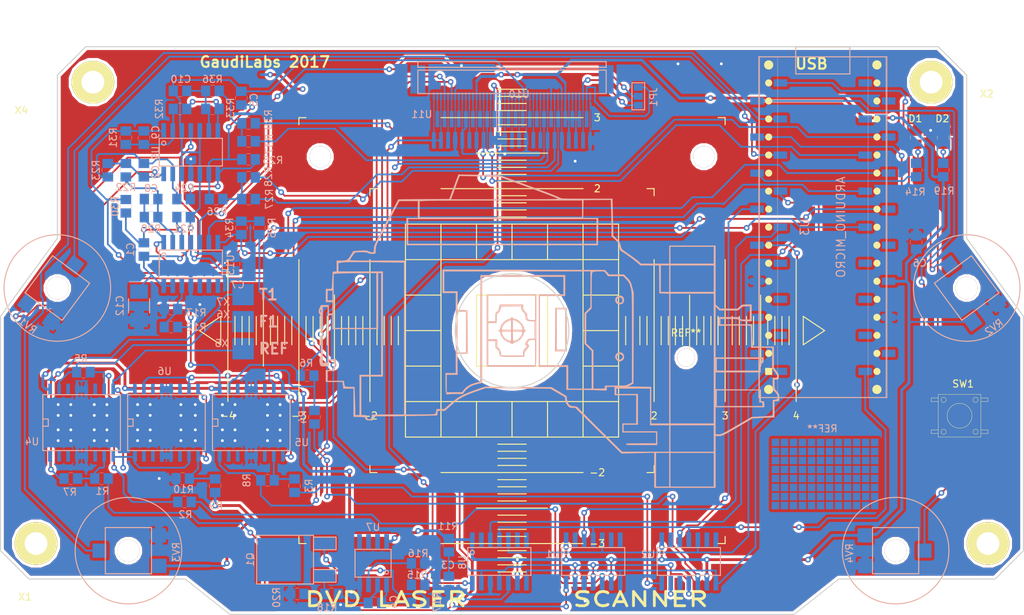
<source format=kicad_pcb>
(kicad_pcb (version 20171130) (host pcbnew 5.1.9)
  (layers (0 F.Cu signal hide) (31 B.Cu signal) (34 B.Paste user) (35 F.Paste user) (36 B.SilkS user) (37 F.SilkS user) (38 B.Mask user) (39 F.Mask user) (44 Edge.Cuts user))
  (net 0 "")
  (net 1 VREF1)
  (net 2 GND)
  (net 3 VREF_DAC)
  (net 4 "Net-(R1-Pad1)")
  (net 5 "Net-(R1-Pad2)")
  (net 6 "Net-(R2-Pad1)")
  (net 7 "Net-(R2-Pad2)")
  (net 8 "Net-(R3-Pad1)")
  (net 9 "Net-(R3-Pad2)")
  (net 10 "Net-(R4-Pad1)")
  (net 11 "Net-(R4-Pad2)")
  (net 12 "Net-(R10-Pad1)")
  (net 13 POT1)
  (net 14 POT2)
  (net 15 POT3)
  (net 16 POT4)
  (net 17 DAC_SCK)
  (net 18 DAC_DI)
  (net 19 DAC_LATCH)
  (net 20 "Net-(C4-Pad1)")
  (net 21 "Net-(C4-Pad2)")
  (net 22 "Net-(D1-Pad2)")
  (net 23 "Net-(D2-Pad2)")
  (net 24 "Net-(Q1-Pad1)")
  (net 25 "Net-(Q1-Pad3)")
  (net 26 "Net-(R14-Pad1)")
  (net 27 "Net-(R15-Pad2)")
  (net 28 "Net-(R12-Pad1)")
  (net 29 DAC1CS)
  (net 30 DAC2CS)
  (net 31 DAC3CS)
  (net 32 "Net-(U10-Pad5)")
  (net 33 "Net-(U10-Pad11)")
  (net 34 "Net-(U10-Pad23)")
  (net 35 "Net-(U10-Pad25)")
  (net 36 "Net-(U10-Pad29)")
  (net 37 "Net-(U10-Pad31)")
  (net 38 "Net-(U10-Pad8)")
  (net 39 "Net-(U10-Pad12)")
  (net 40 "Net-(U10-Pad14)")
  (net 41 "Net-(U10-Pad20)")
  (net 42 "Net-(U10-Pad22)")
  (net 43 "Net-(U10-Pad24)")
  (net 44 "Net-(U10-Pad28)")
  (net 45 "Net-(U10-Pad30)")
  (net 46 "Net-(U10-Pad2)")
  (net 47 "Net-(SW1-Pad1)")
  (net 48 "Net-(JP1-Pad2)")
  (net 49 PD_RF)
  (net 50 "Net-(C1-Pad2)")
  (net 51 VREF)
  (net 52 "Net-(C2-Pad1)")
  (net 53 PD_BD)
  (net 54 "Net-(C5-Pad1)")
  (net 55 "Net-(C8-Pad2)")
  (net 56 PD_FE)
  (net 57 "Net-(C9-Pad1)")
  (net 58 PD_AC)
  (net 59 "Net-(C10-Pad1)")
  (net 60 RF1)
  (net 61 RF2)
  (net 62 F1+)
  (net 63 T2+)
  (net 64 T1+)
  (net 65 F2+)
  (net 66 VCC_BLUE)
  (net 67 INTENSITY)
  (net 68 "Net-(R24-Pad1)")
  (net 69 "Net-(R26-Pad1)")
  (net 70 B_SIG)
  (net 71 D_SIG)
  (net 72 "Net-(R32-Pad1)")
  (net 73 "Net-(R34-Pad2)")
  (net 74 OFFSET)
  (net 75 "Net-(R36-Pad1)")
  (net 76 A_SIG)
  (net 77 C_SIG)
  (net 78 SEL2)
  (net 79 SEL1)
  (net 80 F-)
  (module GaudiLabsLogos:MicroscopeyScale (layer F.Cu) (at 95 80)
    (fp_text reference REF** (at -17.784 -49.44) (layer F.SilkS))
    (fp_text value MicroscopeyScale)
    (fp_text user -4 (at -40 12) (layer F.SilkS))
    (fp_text user -3 (at -30 12) (layer F.SilkS))
    (fp_text user -2 (at -20 12) (layer F.SilkS))
    (fp_text user -3 (at 12 30) (layer F.SilkS))
    (fp_text user -2 (at 12 20) (layer F.SilkS))
    (fp_text user 4 (at 40 12) (layer F.SilkS))
    (fp_text user 3 (at 30 12) (layer F.SilkS))
    (fp_text user 2 (at 20 12) (layer F.SilkS))
    (fp_text user 3 (at 12 -30) (layer F.SilkS))
    (fp_text user 2 (at 12 -20) (layer F.SilkS))
  )
  (module GaudiLabsFootPrints:FFC_05_45 (layer B.Cu) (at 95 46.609)
    (fp_text reference U11 (at -12.704 2.921) (layer B.SilkS) (effects (justify mirror)))
    (fp_text value Con45)
    (pad "" smd rect (at -13.25 -2) (size 2.1 4) (layers B.Cu B.Paste B.Mask))
    (pad "" smd rect (at 13.25 -2) (size 2.1 4) (layers B.Cu B.Paste B.Mask))
    (pad 24 smd rect (at 0.5 0.35) (size 0.3 1.1) (layers B.Cu B.Paste B.Mask) (net 43 "Net-(U10-Pad24)"))
    (pad 1 smd rect (at -11 0.35) (size 0.3 1.1) (layers B.Cu B.Paste B.Mask) (net 80 F-))
    (pad 2 smd rect (at -10.5 0.35) (size 0.3 1.1) (layers B.Cu B.Paste B.Mask) (net 46 "Net-(U10-Pad2)"))
    (pad 3 smd rect (at -10 0.35) (size 0.3 1.1) (layers B.Cu B.Paste B.Mask) (net 80 F-))
    (pad 4 smd rect (at -9.5 0.35) (size 0.3 1.1) (layers B.Cu B.Paste B.Mask) (net 65 F2+))
    (pad 5 smd rect (at -9 0.35) (size 0.3 1.1) (layers B.Cu B.Paste B.Mask) (net 32 "Net-(U10-Pad5)"))
    (pad 6 smd rect (at -8.5 0.35) (size 0.3 1.1) (layers B.Cu B.Paste B.Mask) (net 63 T2+))
    (pad 7 smd rect (at -8 0.35) (size 0.3 1.1) (layers B.Cu B.Paste B.Mask) (net 2 GND))
    (pad 8 smd rect (at -7.5 0.35) (size 0.3 1.1) (layers B.Cu B.Paste B.Mask) (net 38 "Net-(U10-Pad8)"))
    (pad 9 smd rect (at -7 0.35) (size 0.3 1.1) (layers B.Cu B.Paste B.Mask) (net 66 VCC_BLUE))
    (pad 10 smd rect (at -6.5 0.35) (size 0.3 1.1) (layers B.Cu B.Paste B.Mask) (net 66 VCC_BLUE))
    (pad 11 smd rect (at -6 0.35) (size 0.3 1.1) (layers B.Cu B.Paste B.Mask) (net 33 "Net-(U10-Pad11)"))
    (pad 22 smd rect (at -0.5 0.35) (size 0.3 1.1) (layers B.Cu B.Paste B.Mask) (net 42 "Net-(U10-Pad22)"))
    (pad 21 smd rect (at -1 0.35) (size 0.3 1.1) (layers B.Cu B.Paste B.Mask) (net 2 GND))
    (pad 23 smd rect (at 0 0.35) (size 0.3 1.1) (layers B.Cu B.Paste B.Mask) (net 34 "Net-(U10-Pad23)"))
    (pad 20 smd rect (at -1.5 0.35) (size 0.3 1.1) (layers B.Cu B.Paste B.Mask) (net 41 "Net-(U10-Pad20)"))
    (pad 19 smd rect (at -2 0.35) (size 0.3 1.1) (layers B.Cu B.Paste B.Mask) (net 2 GND))
    (pad 18 smd rect (at -2.5 0.35) (size 0.3 1.1) (layers B.Cu B.Paste B.Mask) (net 67 INTENSITY))
    (pad 17 smd rect (at -3 0.35) (size 0.3 1.1) (layers B.Cu B.Paste B.Mask) (net 2 GND))
    (pad 16 smd rect (at -3.5 0.35) (size 0.3 1.1) (layers B.Cu B.Paste B.Mask) (net 79 SEL1))
    (pad 15 smd rect (at -4 0.35) (size 0.3 1.1) (layers B.Cu B.Paste B.Mask) (net 78 SEL2))
    (pad 14 smd rect (at -4.5 0.35) (size 0.3 1.1) (layers B.Cu B.Paste B.Mask) (net 40 "Net-(U10-Pad14)"))
    (pad 12 smd rect (at -5.5 0.35) (size 0.3 1.1) (layers B.Cu B.Paste B.Mask) (net 39 "Net-(U10-Pad12)"))
    (pad 13 smd rect (at -5 0.35) (size 0.3 1.1) (layers B.Cu B.Paste B.Mask) (net 66 VCC_BLUE))
    (pad 37 smd rect (at 7 0.35) (size 0.3 1.1) (layers B.Cu B.Paste B.Mask) (net 2 GND))
    (pad 36 smd rect (at 6.5 0.35) (size 0.3 1.1) (layers B.Cu B.Paste B.Mask) (net 71 D_SIG))
    (pad 38 smd rect (at 7.5 0.35) (size 0.3 1.1) (layers B.Cu B.Paste B.Mask) (net 66 VCC_BLUE))
    (pad 39 smd rect (at 8 0.35) (size 0.3 1.1) (layers B.Cu B.Paste B.Mask) (net 66 VCC_BLUE))
    (pad 40 smd rect (at 8.5 0.35) (size 0.3 1.1) (layers B.Cu B.Paste B.Mask) (net 66 VCC_BLUE))
    (pad 41 smd rect (at 9 0.35) (size 0.3 1.1) (layers B.Cu B.Paste B.Mask) (net 66 VCC_BLUE))
    (pad 42 smd rect (at 9.5 0.35) (size 0.3 1.1) (layers B.Cu B.Paste B.Mask) (net 66 VCC_BLUE))
    (pad 43 smd rect (at 10 0.35) (size 0.3 1.1) (layers B.Cu B.Paste B.Mask) (net 60 RF1))
    (pad 44 smd rect (at 10.5 0.35) (size 0.3 1.1) (layers B.Cu B.Paste B.Mask) (net 61 RF2))
    (pad 45 smd rect (at 11 0.35) (size 0.3 1.1) (layers B.Cu B.Paste B.Mask) (net 2 GND))
    (pad 35 smd rect (at 6 0.35) (size 0.3 1.1) (layers B.Cu B.Paste B.Mask) (net 70 B_SIG))
    (pad 34 smd rect (at 5.5 0.35) (size 0.3 1.1) (layers B.Cu B.Paste B.Mask) (net 2 GND))
    (pad 33 smd rect (at 5 0.35) (size 0.3 1.1) (layers B.Cu B.Paste B.Mask) (net 77 C_SIG))
    (pad 32 smd rect (at 4.5 0.35) (size 0.3 1.1) (layers B.Cu B.Paste B.Mask) (net 76 A_SIG))
    (pad 31 smd rect (at 4 0.35) (size 0.3 1.1) (layers B.Cu B.Paste B.Mask) (net 37 "Net-(U10-Pad31)"))
    (pad 30 smd rect (at 3.5 0.35) (size 0.3 1.1) (layers B.Cu B.Paste B.Mask) (net 45 "Net-(U10-Pad30)"))
    (pad 29 smd rect (at 3 0.35) (size 0.3 1.1) (layers B.Cu B.Paste B.Mask) (net 36 "Net-(U10-Pad29)"))
    (pad 28 smd rect (at 2.5 0.35) (size 0.3 1.1) (layers B.Cu B.Paste B.Mask) (net 44 "Net-(U10-Pad28)"))
    (pad 27 smd rect (at 2 0.35) (size 0.3 1.1) (layers B.Cu B.Paste B.Mask) (net 2 GND))
    (pad 26 smd rect (at 1.5 0.35) (size 0.3 1.1) (layers B.Cu B.Paste B.Mask) (net 51 VREF))
    (pad 25 smd rect (at 1 0.35) (size 0.3 1.1) (layers B.Cu B.Paste B.Mask) (net 35 "Net-(U10-Pad25)"))
  )
  (module GaudiLabsFootPrints:CA6_VSMD (layer B.Cu) (at 149 111 90)
    (fp_text reference RV4 (at -0.379 -6.491 90) (layer B.SilkS) (effects (justify mirror)))
    (fp_text value POT)
    (pad "" thru_hole circle (at 0 0 90) (size 3.1 3.1) (drill 3.1) (layers *.Cu *.Mask B.SilkS))
    (pad 2 smd rect (at 0 4.05 90) (size 2 2) (layers B.Cu B.Paste B.Mask) (net 16 POT4))
    (pad 3 smd rect (at -2.15 -4.3 90) (size 2 2) (layers B.Cu B.Paste B.Mask) (net 2 GND))
    (pad 1 smd rect (at 2.15 -4.35 90) (size 2 2) (layers B.Cu B.Paste B.Mask) (net 66 VCC_BLUE))
  )
  (module GaudiLabsFootPrints:CA6_VSMD (layer B.Cu) (at 41 111 270)
    (fp_text reference RV3 (at 0.2 -6.74 270) (layer B.SilkS) (effects (justify mirror)))
    (fp_text value POT)
    (pad "" thru_hole circle (at 0 0 270) (size 3.1 3.1) (drill 3.1) (layers *.Cu *.Mask B.SilkS))
    (pad 2 smd rect (at 0 4.05 270) (size 2 2) (layers B.Cu B.Paste B.Mask) (net 15 POT3))
    (pad 3 smd rect (at -2.15 -4.3 270) (size 2 2) (layers B.Cu B.Paste B.Mask) (net 2 GND))
    (pad 1 smd rect (at 2.15 -4.35 270) (size 2 2) (layers B.Cu B.Paste B.Mask) (net 66 VCC_BLUE))
  )
  (module GaudiLabsFootPrints:CA6_VSMD (layer B.Cu) (at 159 74 216.5)
    (fp_text reference RV2 (at 0.2 -6.74 216.5) (layer B.SilkS) (effects (justify mirror)))
    (fp_text value POT)
    (pad "" thru_hole circle (at 0 0 216.5) (size 3.1 3.1) (drill 3.1) (layers *.Cu *.Mask B.SilkS))
    (pad 2 smd rect (at 0 4.05 216.5) (size 2 2) (layers B.Cu B.Paste B.Mask) (net 14 POT2))
    (pad 3 smd rect (at -2.15 -4.3 216.5) (size 2 2) (layers B.Cu B.Paste B.Mask) (net 2 GND))
    (pad 1 smd rect (at 2.15 -4.35 216.5) (size 2 2) (layers B.Cu B.Paste B.Mask) (net 66 VCC_BLUE))
  )
  (module GaudiLabsFootPrints:CA6_VSMD (layer B.Cu) (at 31 74 143.5)
    (fp_text reference RV1 (at 0.2 -6.74 143.5) (layer B.SilkS) (effects (justify mirror)))
    (fp_text value POT)
    (pad "" thru_hole circle (at 0 0 143.5) (size 3.1 3.1) (drill 3.1) (layers *.Cu *.Mask B.SilkS))
    (pad 2 smd rect (at 0 4.05 143.5) (size 2 2) (layers B.Cu B.Paste B.Mask) (net 13 POT1))
    (pad 3 smd rect (at -2.149999 -4.3 143.5) (size 2 2) (layers B.Cu B.Paste B.Mask) (net 2 GND))
    (pad 1 smd rect (at 2.15 -4.349999 143.5) (size 2 2) (layers B.Cu B.Paste B.Mask) (net 66 VCC_BLUE))
  )
  (module GaudiLabsFootPrints:SOIC-14_N (layer B.Cu) (at 106.426 112.522)
    (fp_text reference U1 (at -5.715 -1.016) (layer B.SilkS) (effects (justify mirror)))
    (fp_text value MCP4922-E/SL)
    (pad 1 smd rect (at -3.81 -3.0734) (size 0.6604 2.032) (layers B.Cu B.Paste B.Mask) (net 66 VCC_BLUE))
    (pad 2 smd rect (at -2.54 -3.0734) (size 0.6604 2.032) (layers B.Cu B.Paste B.Mask))
    (pad 3 smd rect (at -1.27 -3.0734) (size 0.6604 2.032) (layers B.Cu B.Paste B.Mask) (net 29 DAC1CS))
    (pad 4 smd rect (at 0 -3.0734) (size 0.6604 2.032) (layers B.Cu B.Paste B.Mask) (net 17 DAC_SCK))
    (pad 5 smd rect (at 1.27 -3.0734) (size 0.6604 2.032) (layers B.Cu B.Paste B.Mask) (net 18 DAC_DI))
    (pad 6 smd rect (at 2.54 -3.0734) (size 0.6604 2.032) (layers B.Cu B.Paste B.Mask))
    (pad 7 smd rect (at 3.81 -3.0734) (size 0.6604 2.032) (layers B.Cu B.Paste B.Mask))
    (pad 8 smd rect (at 3.81 3.0734) (size 0.6604 2.032) (layers B.Cu B.Paste B.Mask) (net 19 DAC_LATCH))
    (pad 9 smd rect (at 2.54 3.0734) (size 0.6604 2.032) (layers B.Cu B.Paste B.Mask) (net 66 VCC_BLUE))
    (pad 11 smd rect (at 0 3.0734) (size 0.6604 2.032) (layers B.Cu B.Paste B.Mask) (net 3 VREF_DAC))
    (pad 12 smd rect (at -1.27 3.0734) (size 0.6604 2.032) (layers B.Cu B.Paste B.Mask) (net 2 GND))
    (pad 13 smd rect (at -2.54 3.0734) (size 0.6604 2.032) (layers B.Cu B.Paste B.Mask) (net 3 VREF_DAC))
    (pad 14 smd rect (at -3.81 3.0734) (size 0.6604 2.032) (layers B.Cu B.Paste B.Mask) (net 5 "Net-(R1-Pad2)"))
    (pad 10 smd rect (at 1.27 3.0734) (size 0.6604 2.032) (layers B.Cu B.Paste B.Mask) (net 7 "Net-(R2-Pad2)"))
  )
  (module GaudiLabsFootPrints:SOIC-14_N (layer B.Cu) (at 119.888 112.522)
    (fp_text reference U2 (at -5.715 -1.016) (layer B.SilkS) (effects (justify mirror)))
    (fp_text value MCP4922-E/SL)
    (pad 1 smd rect (at -3.81 -3.0734) (size 0.6604 2.032) (layers B.Cu B.Paste B.Mask) (net 66 VCC_BLUE))
    (pad 2 smd rect (at -2.54 -3.0734) (size 0.6604 2.032) (layers B.Cu B.Paste B.Mask))
    (pad 3 smd rect (at -1.27 -3.0734) (size 0.6604 2.032) (layers B.Cu B.Paste B.Mask) (net 30 DAC2CS))
    (pad 4 smd rect (at 0 -3.0734) (size 0.6604 2.032) (layers B.Cu B.Paste B.Mask) (net 17 DAC_SCK))
    (pad 5 smd rect (at 1.27 -3.0734) (size 0.6604 2.032) (layers B.Cu B.Paste B.Mask) (net 18 DAC_DI))
    (pad 6 smd rect (at 2.54 -3.0734) (size 0.6604 2.032) (layers B.Cu B.Paste B.Mask))
    (pad 7 smd rect (at 3.81 -3.0734) (size 0.6604 2.032) (layers B.Cu B.Paste B.Mask))
    (pad 8 smd rect (at 3.81 3.0734) (size 0.6604 2.032) (layers B.Cu B.Paste B.Mask) (net 19 DAC_LATCH))
    (pad 9 smd rect (at 2.54 3.0734) (size 0.6604 2.032) (layers B.Cu B.Paste B.Mask) (net 66 VCC_BLUE))
    (pad 11 smd rect (at 0 3.0734) (size 0.6604 2.032) (layers B.Cu B.Paste B.Mask) (net 3 VREF_DAC))
    (pad 12 smd rect (at -1.27 3.0734) (size 0.6604 2.032) (layers B.Cu B.Paste B.Mask) (net 2 GND))
    (pad 13 smd rect (at -2.54 3.0734) (size 0.6604 2.032) (layers B.Cu B.Paste B.Mask) (net 3 VREF_DAC))
    (pad 14 smd rect (at -3.81 3.0734) (size 0.6604 2.032) (layers B.Cu B.Paste B.Mask) (net 9 "Net-(R3-Pad2)"))
    (pad 10 smd rect (at 1.27 3.0734) (size 0.6604 2.032) (layers B.Cu B.Paste B.Mask) (net 11 "Net-(R4-Pad2)"))
  )
  (module GaudiLabsFootPrints:ARDUINO_MICRO_SMD (layer B.Cu) (at 138.75 65.4304 90)
    (fp_text reference U3 (at 0 -2.54 90) (layer B.SilkS) (effects (font (size 1.2 1.2)) (justify mirror)))
    (fp_text value ARDUINO_MICRO (at 0 2.54 90) (layer B.SilkS) (effects (font (size 1.2 1.2)) (justify mirror)))
    (pad 0 smd circle (at 22.86 -7.62 90) (size 1.3 1.3) (layers F.SilkS))
    (pad 0 smd circle (at 22.86 7.62 270) (size 1.3 1.3) (layers F.SilkS))
    (pad 0 smd circle (at -22.86 -7.62 90) (size 1.3 1.3) (layers F.SilkS))
    (pad 0 smd circle (at -22.86 7.62 270) (size 1.3 1.3) (layers F.SilkS))
    (pad 0 smd rect (at -20.32 -7.62 90) (size 1 1) (layers F.SilkS))
    (pad 0 smd circle (at 20.32 7.62 270) (size 1 1) (layers F.SilkS))
    (pad 0 smd circle (at 17.78 7.62 270) (size 1 1) (layers F.SilkS))
    (pad 0 smd circle (at 15.24 7.62 270) (size 1 1) (layers F.SilkS))
    (pad 0 smd circle (at 12.7 7.62 270) (size 1 1) (layers F.SilkS))
    (pad 0 smd circle (at 10.16 7.62 270) (size 1 1) (layers F.SilkS))
    (pad 0 smd circle (at 7.62 7.62 270) (size 1 1) (layers F.SilkS))
    (pad 0 smd circle (at 5.08 7.62 270) (size 1 1) (layers F.SilkS))
    (pad 0 smd circle (at 2.54 7.62 270) (size 1 1) (layers F.SilkS))
    (pad 0 smd circle (at 0 7.62 270) (size 1 1) (layers F.SilkS))
    (pad 0 smd circle (at -2.54 7.62 270) (size 1 1) (layers F.SilkS))
    (pad 0 smd circle (at -5.08 7.62 270) (size 1 1) (layers F.SilkS))
    (pad 0 smd circle (at -7.62 7.62 270) (size 1 1) (layers F.SilkS))
    (pad 0 smd circle (at -10.16 7.62 270) (size 1 1) (layers F.SilkS))
    (pad 0 smd circle (at -12.7 7.62 270) (size 1 1) (layers F.SilkS))
    (pad 0 smd circle (at -15.24 7.62 270) (size 1 1) (layers F.SilkS))
    (pad 0 smd circle (at -20.32 7.62 270) (size 1 1) (layers F.SilkS))
    (pad 18 smd rect (at 20.32 5.97 270) (size 1.02 1.9) (layers B.Cu B.Paste B.Mask))
    (pad 19 smd rect (at 17.78 9.27 270) (size 1.02 1.9) (layers B.Cu B.Paste B.Mask))
    (pad 20 smd rect (at 15.24 5.97 270) (size 1.02 1.9) (layers B.Cu B.Paste B.Mask))
    (pad 21 smd rect (at 12.7 9.27 270) (size 1.02 1.9) (layers B.Cu B.Paste B.Mask) (net 78 SEL2))
    (pad 22 smd rect (at 10.16 5.97 270) (size 1.02 1.9) (layers B.Cu B.Paste B.Mask) (net 79 SEL1))
    (pad 23 smd rect (at 7.62 9.27 270) (size 1.02 1.9) (layers B.Cu B.Paste B.Mask) (net 58 PD_AC))
    (pad 24 smd rect (at 5.08 5.97 270) (size 1.02 1.9) (layers B.Cu B.Paste B.Mask) (net 53 PD_BD))
    (pad 25 smd rect (at 2.54 9.27 270) (size 1.02 1.9) (layers B.Cu B.Paste B.Mask) (net 49 PD_RF))
    (pad 26 smd rect (at 0 5.97 270) (size 1.02 1.9) (layers B.Cu B.Paste B.Mask) (net 56 PD_FE))
    (pad 27 smd rect (at -2.54 9.27 270) (size 1.02 1.9) (layers B.Cu B.Paste B.Mask))
    (pad 29 smd rect (at -7.62 9.27 270) (size 1.02 1.9) (layers B.Cu B.Paste B.Mask) (net 66 VCC_BLUE))
    (pad 31 smd rect (at -12.7 9.27 270) (size 1.02 1.9) (layers B.Cu B.Paste B.Mask) (net 2 GND))
    (pad 33 smd rect (at -17.78 9.27 270) (size 1.02 1.9) (layers B.Cu B.Paste B.Mask))
    (pad 34 smd rect (at -20.32 5.97 270) (size 1.02 1.9) (layers B.Cu B.Paste B.Mask) (net 17 DAC_SCK))
    (pad 30 smd rect (at -10.16 5.97 270) (size 1.02 1.9) (layers B.Cu B.Paste B.Mask))
    (pad 32 smd rect (at -15.24 5.97 270) (size 1.02 1.9) (layers B.Cu B.Paste B.Mask))
    (pad 28 smd rect (at -5.08 5.97 270) (size 1.02 1.9) (layers B.Cu B.Paste B.Mask))
    (pad 0 smd circle (at -17.78 7.62 270) (size 1 1) (layers F.SilkS))
    (pad 0 smd circle (at 17.78 -7.62 90) (size 1 1) (layers F.SilkS))
    (pad 13 smd rect (at 10.16 -5.97 90) (size 1.02 1.9) (layers B.Cu B.Paste B.Mask) (net 13 POT1))
    (pad 15 smd rect (at 15.24 -5.97 90) (size 1.02 1.9) (layers B.Cu B.Paste B.Mask) (net 15 POT3))
    (pad 11 smd rect (at 5.08 -5.97 90) (size 1.02 1.9) (layers B.Cu B.Paste B.Mask) (net 31 DAC3CS))
    (pad 17 smd rect (at 20.32 -5.97 90) (size 1.02 1.9) (layers B.Cu B.Paste B.Mask) (net 16 POT4))
    (pad 16 smd rect (at 17.78 -9.27 90) (size 1.02 1.9) (layers B.Cu B.Paste B.Mask) (net 47 "Net-(SW1-Pad1)"))
    (pad 14 smd rect (at 12.7 -9.27 90) (size 1.02 1.9) (layers B.Cu B.Paste B.Mask) (net 14 POT2))
    (pad 12 smd rect (at 7.62 -9.27 90) (size 1.02 1.9) (layers B.Cu B.Paste B.Mask) (net 26 "Net-(R14-Pad1)"))
    (pad 10 smd rect (at 2.54 -9.27 90) (size 1.02 1.9) (layers B.Cu B.Paste B.Mask) (net 30 DAC2CS))
    (pad 9 smd rect (at 0 -5.97 90) (size 1.02 1.9) (layers B.Cu B.Paste B.Mask) (net 29 DAC1CS))
    (pad 8 smd rect (at -2.54 -9.27 90) (size 1.02 1.9) (layers B.Cu B.Paste B.Mask) (net 19 DAC_LATCH))
    (pad 7 smd rect (at -5.08 -5.97 90) (size 1.02 1.9) (layers B.Cu B.Paste B.Mask))
    (pad 6 smd rect (at -7.62 -9.27 90) (size 1.02 1.9) (layers B.Cu B.Paste B.Mask) (net 2 GND))
    (pad 5 smd rect (at -10.16 -5.97 90) (size 1.02 1.9) (layers B.Cu B.Paste B.Mask))
    (pad 4 smd rect (at -12.7 -9.27 90) (size 1.02 1.9) (layers B.Cu B.Paste B.Mask))
    (pad 3 smd rect (at -15.24 -5.97 90) (size 1.02 1.9) (layers B.Cu B.Paste B.Mask))
    (pad 2 smd rect (at -17.78 -9.27 90) (size 1.02 1.9) (layers B.Cu B.Paste B.Mask))
    (pad 1 smd rect (at -20.32 -5.97 90) (size 1.02 1.9) (layers B.Cu B.Paste B.Mask) (net 18 DAC_DI))
    (pad 0 smd circle (at 20.32 -7.62 90) (size 1 1) (layers F.SilkS))
    (pad 0 smd circle (at 15.24 -7.62 90) (size 1 1) (layers F.SilkS))
    (pad 0 smd circle (at 12.7 -7.62 90) (size 1 1) (layers F.SilkS))
    (pad 0 smd circle (at 10.16 -7.62 90) (size 1 1) (layers F.SilkS))
    (pad 0 smd circle (at 7.62 -7.62 90) (size 1 1) (layers F.SilkS))
    (pad 0 smd circle (at 5.08 -7.62 90) (size 1 1) (layers F.SilkS))
    (pad 0 smd circle (at 2.54 -7.62 90) (size 1 1) (layers F.SilkS))
    (pad 0 smd circle (at 0 -7.62 90) (size 1 1) (layers F.SilkS))
    (pad 0 smd circle (at -2.54 -7.62 90) (size 1 1) (layers F.SilkS))
    (pad 0 smd circle (at -5.08 -7.62 90) (size 1 1) (layers F.SilkS))
    (pad 0 smd circle (at -7.62 -7.62 90) (size 1 1) (layers F.SilkS))
    (pad 0 smd circle (at -10.16 -7.62 90) (size 1 1) (layers F.SilkS))
    (pad 0 smd circle (at -12.7 -7.62 90) (size 1 1) (layers F.SilkS))
    (pad 0 smd circle (at -15.24 -7.62 90) (size 1 1) (layers F.SilkS))
    (pad 0 smd circle (at -17.78 -7.62 90) (size 1 1) (layers F.SilkS))
  )
  (module GaudiLabsFootPrints:MountingHoleM3 (layer F.Cu) (at 28 110)
    (fp_text reference X1 (at -1.54 7.52) (layer F.SilkS))
    (fp_text value MountPad3)
    (pad 1 thru_hole circle (at 0 0) (size 6 6) (drill 3.2) (layers *.Cu *.Mask F.SilkS))
  )
  (module GaudiLabsFootPrints:MountingHoleM3 (layer F.Cu) (at 154 45)
    (fp_text reference X2 (at 7.83 1.66) (layer F.SilkS))
    (fp_text value MountPad3)
    (pad 1 thru_hole circle (at 0 0) (size 6 6) (drill 3.2) (layers *.Cu *.Mask F.SilkS))
  )
  (module GaudiLabsFootPrints:MountingHoleM3 (layer F.Cu) (at 162 110)
    (fp_text reference X3 (at 6.385 4.808) (layer F.SilkS))
    (fp_text value MountPad3)
    (pad 1 thru_hole circle (at 0 0) (size 6 6) (drill 3.2) (layers *.Cu *.Mask F.SilkS))
  )
  (module GaudiLabsFootPrints:MountingHoleM3 (layer F.Cu) (at 36 45)
    (fp_text reference X4 (at -10.07 3.95) (layer F.SilkS))
    (fp_text value MountPad3)
    (pad 1 thru_hole circle (at 0 0) (size 6 6) (drill 3.2) (layers *.Cu *.Mask F.SilkS))
  )
  (module GaudiLabsFootPrints:0805G (layer B.Cu) (at 86.106 115.57 180)
    (fp_text reference C3 (at 0.127 2.54 180) (layer B.SilkS) (effects (justify mirror)))
    (fp_text value 100nF)
    (pad 1 smd rect (at 0 0.95 180) (size 1.5 1.2954) (layers B.Cu B.Paste B.Mask) (net 3 VREF_DAC))
    (pad 2 smd rect (at 0 -0.95 180) (size 1.5 1.2954) (layers B.Cu B.Paste B.Mask) (net 2 GND))
  )
  (module GaudiLabsFootPrints:0805G (layer B.Cu) (at 37.211 100.838 270)
    (fp_text reference R1 (at 1.778 -0.127) (layer B.SilkS) (effects (justify mirror)))
    (fp_text value 15k)
    (pad 1 smd rect (at 0 0.95 270) (size 1.5 1.2954) (layers B.Cu B.Paste B.Mask) (net 4 "Net-(R1-Pad1)"))
    (pad 2 smd rect (at 0 -0.95 270) (size 1.5 1.2954) (layers B.Cu B.Paste B.Mask) (net 5 "Net-(R1-Pad2)"))
  )
  (module GaudiLabsFootPrints:0805G (layer B.Cu) (at 48.895 104.14 270)
    (fp_text reference R2 (at 1.778 -0.127) (layer B.SilkS) (effects (justify mirror)))
    (fp_text value 270k)
    (pad 1 smd rect (at 0 0.95 270) (size 1.5 1.2954) (layers B.Cu B.Paste B.Mask) (net 6 "Net-(R2-Pad1)"))
    (pad 2 smd rect (at 0 -0.95 270) (size 1.5 1.2954) (layers B.Cu B.Paste B.Mask) (net 7 "Net-(R2-Pad2)"))
  )
  (module GaudiLabsFootPrints:0805G (layer B.Cu) (at 64.389 101.854 180)
    (fp_text reference R3 (at -2.032 0 270) (layer B.SilkS) (effects (justify mirror)))
    (fp_text value 15k)
    (pad 1 smd rect (at 0 0.95 180) (size 1.5 1.2954) (layers B.Cu B.Paste B.Mask) (net 8 "Net-(R3-Pad1)"))
    (pad 2 smd rect (at 0 -0.95 180) (size 1.5 1.2954) (layers B.Cu B.Paste B.Mask) (net 9 "Net-(R3-Pad2)"))
  )
  (module GaudiLabsFootPrints:0805G (layer B.Cu) (at 67.183 92.202 180)
    (fp_text reference R4 (at 1.651 0 -90) (layer B.SilkS) (effects (justify mirror)))
    (fp_text value 270k)
    (pad 1 smd rect (at 0 0.95 180) (size 1.5 1.2954) (layers B.Cu B.Paste B.Mask) (net 10 "Net-(R4-Pad1)"))
    (pad 2 smd rect (at 0 -0.95 180) (size 1.5 1.2954) (layers B.Cu B.Paste B.Mask) (net 11 "Net-(R4-Pad2)"))
  )
  (module GaudiLabsFootPrints:0805G (layer B.Cu) (at 34.671 85.852 270)
    (fp_text reference R5 (at -1.905 0.381) (layer B.SilkS) (effects (justify mirror)))
    (fp_text value 15k)
    (pad 1 smd rect (at 0 0.95 270) (size 1.5 1.2954) (layers B.Cu B.Paste B.Mask) (net 62 F1+))
    (pad 2 smd rect (at 0 -0.95 270) (size 1.5 1.2954) (layers B.Cu B.Paste B.Mask) (net 6 "Net-(R2-Pad1)"))
  )
  (module GaudiLabsFootPrints:0805G (layer B.Cu) (at 66.167 86.36 270)
    (fp_text reference R6 (at -1.778 0.127) (layer B.SilkS) (effects (justify mirror)))
    (fp_text value 15k)
    (pad 1 smd rect (at 0 0.95 270) (size 1.5 1.2954) (layers B.Cu B.Paste B.Mask) (net 63 T2+))
    (pad 2 smd rect (at 0 -0.95 270) (size 1.5 1.2954) (layers B.Cu B.Paste B.Mask) (net 10 "Net-(R4-Pad1)"))
  )
  (module GaudiLabsFootPrints:0805G (layer B.Cu) (at 32.893 100.838 270)
    (fp_text reference R7 (at 1.905 0.127) (layer B.SilkS) (effects (justify mirror)))
    (fp_text value 8.2k)
    (pad 1 smd rect (at 0 0.95 270) (size 1.5 1.2954) (layers B.Cu B.Paste B.Mask) (net 64 T1+))
    (pad 2 smd rect (at 0 -0.95 270) (size 1.5 1.2954) (layers B.Cu B.Paste B.Mask) (net 4 "Net-(R1-Pad1)"))
  )
  (module GaudiLabsFootPrints:0805G (layer B.Cu) (at 60.579 101.092 270)
    (fp_text reference R8 (at 0 2.921 270) (layer B.SilkS) (effects (justify mirror)))
    (fp_text value 8.2k)
    (pad 1 smd rect (at 0 0.95 270) (size 1.5 1.2954) (layers B.Cu B.Paste B.Mask) (net 65 F2+))
    (pad 2 smd rect (at 0 -0.95 270) (size 1.5 1.2954) (layers B.Cu B.Paste B.Mask) (net 8 "Net-(R3-Pad1)"))
  )
  (module GaudiLabsFootPrints:0805G (layer B.Cu) (at 53.213 101.854)
    (fp_text reference R9 (at 0.127 2.794) (layer B.SilkS) (effects (justify mirror)))
    (fp_text value 4.7k)
    (pad 1 smd rect (at 0 0.95) (size 1.5 1.2954) (layers B.Cu B.Paste B.Mask) (net 66 VCC_BLUE))
    (pad 2 smd rect (at 0 -0.95) (size 1.5 1.2954) (layers B.Cu B.Paste B.Mask) (net 12 "Net-(R10-Pad1)"))
  )
  (module GaudiLabsFootPrints:0805G (layer B.Cu) (at 48.641 100.838 90)
    (fp_text reference R10 (at -1.524 0.127 180) (layer B.SilkS) (effects (justify mirror)))
    (fp_text value 4.7k)
    (pad 1 smd rect (at 0 0.95 90) (size 1.5 1.2954) (layers B.Cu B.Paste B.Mask) (net 12 "Net-(R10-Pad1)"))
    (pad 2 smd rect (at 0 -0.95 90) (size 1.5 1.2954) (layers B.Cu B.Paste B.Mask) (net 2 GND))
  )
  (module GaudiLabsFootPrints:0805G (layer B.Cu) (at 86.106 110.236 180)
    (fp_text reference R11 (at 0.127 2.667 180) (layer B.SilkS) (effects (justify mirror)))
    (fp_text value 100k)
    (pad 1 smd rect (at 0 0.95 180) (size 1.5 1.2954) (layers B.Cu B.Paste B.Mask) (net 66 VCC_BLUE))
    (pad 2 smd rect (at 0 -0.95 180) (size 1.5 1.2954) (layers B.Cu B.Paste B.Mask) (net 3 VREF_DAC))
  )
  (module GaudiLabsFootPrints:0805G (layer B.Cu) (at 46.99 79.502 270)
    (fp_text reference R12 (at 0 -3.556) (layer B.SilkS) (effects (justify mirror)))
    (fp_text value 4.7k)
    (pad 1 smd rect (at 0 0.95 270) (size 1.5 1.2954) (layers B.Cu B.Paste B.Mask) (net 28 "Net-(R12-Pad1)"))
    (pad 2 smd rect (at 0 -0.95 270) (size 1.5 1.2954) (layers B.Cu B.Paste B.Mask) (net 66 VCC_BLUE))
  )
  (module GaudiLabsFootPrints:0805G (layer B.Cu) (at 46.99 76.962 270)
    (fp_text reference R13 (at 0.508 -3.556) (layer B.SilkS) (effects (justify mirror)))
    (fp_text value 3.3k)
    (pad 1 smd rect (at 0 0.95 270) (size 1.5 1.2954) (layers B.Cu B.Paste B.Mask) (net 2 GND))
    (pad 2 smd rect (at 0 -0.95 270) (size 1.5 1.2954) (layers B.Cu B.Paste B.Mask) (net 28 "Net-(R12-Pad1)"))
  )
  (module GaudiLabsFootPrints:0805G (layer B.Cu) (at 75.692 118.364 90)
    (fp_text reference C4 (at 0.127 2.667 90) (layer B.SilkS) (effects (justify mirror)))
    (fp_text value 100n)
    (pad 1 smd rect (at 0 0.95 90) (size 1.5 1.2954) (layers B.Cu B.Paste B.Mask) (net 20 "Net-(C4-Pad1)"))
    (pad 2 smd rect (at 0 -0.95 90) (size 1.5 1.2954) (layers B.Cu B.Paste B.Mask) (net 21 "Net-(C4-Pad2)"))
  )
  (module GaudiLabsFootPrints:0805G (layer F.Cu) (at 151.892 52.8066)
    (fp_text reference D1 (at -0.127 -2.667) (layer F.SilkS))
    (fp_text value LED)
    (pad 1 smd rect (at 0 -0.95) (size 1.5 1.2954) (layers F.Cu F.Paste F.Mask) (net 2 GND))
    (pad 2 smd rect (at 0 0.95) (size 1.5 1.2954) (layers F.Cu F.Paste F.Mask) (net 22 "Net-(D1-Pad2)"))
  )
  (module GaudiLabsFootPrints:0805G (layer F.Cu) (at 155.702 52.8066)
    (fp_text reference D2 (at -0.127 -2.667) (layer F.SilkS))
    (fp_text value LED)
    (pad 1 smd rect (at 0 -0.95) (size 1.5 1.2954) (layers F.Cu F.Paste F.Mask) (net 2 GND))
    (pad 2 smd rect (at 0 0.95) (size 1.5 1.2954) (layers F.Cu F.Paste F.Mask) (net 23 "Net-(D2-Pad2)"))
  )
  (module TO_SOT_Packages_SMD:TO-252-2Lead (layer B.Cu) (at 68.58 112.268 270)
    (fp_text reference Q1 (at 0 10.414 270) (layer B.SilkS) (effects (justify mirror)))
    (fp_text value Q_NMOS_GDS)
    (pad 1 smd rect (at -2.286 0 270) (size 1.651 3.048) (layers B.Cu B.Paste B.Mask) (net 24 "Net-(Q1-Pad1)"))
    (pad 2 smd rect (at 0 6.35 270) (size 6.096 6.096) (layers B.Cu B.Paste B.Mask))
    (pad 3 smd rect (at 2.286 0 270) (size 1.651 3.048) (layers B.Cu B.Paste B.Mask) (net 25 "Net-(Q1-Pad3)"))
  )
  (module GaudiLabsFootPrints:0805G (layer B.Cu) (at 151.892 57.3786)
    (fp_text reference R14 (at -0.127 3.0734) (layer B.SilkS) (effects (justify mirror)))
    (fp_text value 470)
    (pad 1 smd rect (at 0 0.95) (size 1.5 1.2954) (layers B.Cu B.Paste B.Mask) (net 26 "Net-(R14-Pad1)"))
    (pad 2 smd rect (at 0 -0.95) (size 1.5 1.2954) (layers B.Cu B.Paste B.Mask) (net 22 "Net-(D1-Pad2)"))
  )
  (module GaudiLabsFootPrints:0805G (layer B.Cu) (at 81.788 115.824 90)
    (fp_text reference R15 (at 1.397 -0.127 180) (layer B.SilkS) (effects (justify mirror)))
    (fp_text value 8.2k)
    (pad 1 smd rect (at 0 0.95 90) (size 1.5 1.2954) (layers B.Cu B.Paste B.Mask) (net 67 INTENSITY))
    (pad 2 smd rect (at 0 -0.95 90) (size 1.5 1.2954) (layers B.Cu B.Paste B.Mask) (net 27 "Net-(R15-Pad2)"))
  )
  (module GaudiLabsFootPrints:0805G (layer B.Cu) (at 81.788 112.776 270)
    (fp_text reference R16 (at -1.397 0) (layer B.SilkS) (effects (justify mirror)))
    (fp_text value 1.8k)
    (pad 1 smd rect (at 0 0.95 270) (size 1.5 1.2954) (layers B.Cu B.Paste B.Mask) (net 27 "Net-(R15-Pad2)"))
    (pad 2 smd rect (at 0 -0.95 270) (size 1.5 1.2954) (layers B.Cu B.Paste B.Mask) (net 2 GND))
  )
  (module GaudiLabsFootPrints:0805G (layer B.Cu) (at 81.788 118.364 90)
    (fp_text reference R17 (at 0.127 2.667 90) (layer B.SilkS) (effects (justify mirror)))
    (fp_text value 100)
    (pad 1 smd rect (at 0 0.95 90) (size 1.5 1.2954) (layers B.Cu B.Paste B.Mask) (net 24 "Net-(Q1-Pad1)"))
    (pad 2 smd rect (at 0 -0.95 90) (size 1.5 1.2954) (layers B.Cu B.Paste B.Mask) (net 20 "Net-(C4-Pad1)"))
  )
  (module GaudiLabsFootPrints:0805G (layer B.Cu) (at 69.596 117.094 270)
    (fp_text reference R18 (at 1.905 0.635) (layer B.SilkS) (effects (justify mirror)))
    (fp_text value 10k)
    (pad 1 smd rect (at 0 0.95 270) (size 1.5 1.2954) (layers B.Cu B.Paste B.Mask) (net 25 "Net-(Q1-Pad3)"))
    (pad 2 smd rect (at 0 -0.95 270) (size 1.5 1.2954) (layers B.Cu B.Paste B.Mask) (net 21 "Net-(C4-Pad2)"))
  )
  (module GaudiLabsFootPrints:0805G (layer B.Cu) (at 155.702 57.3786)
    (fp_text reference R19 (at 0.127 2.9464) (layer B.SilkS) (effects (justify mirror)))
    (fp_text value 470)
    (pad 1 smd rect (at 0 0.95) (size 1.5 1.2954) (layers B.Cu B.Paste B.Mask) (net 66 VCC_BLUE))
    (pad 2 smd rect (at 0 -0.95) (size 1.5 1.2954) (layers B.Cu B.Paste B.Mask) (net 23 "Net-(D2-Pad2)"))
  )
  (module GaudiLabsFootPrints:0805G (layer B.Cu) (at 64.77 117.094 270)
    (fp_text reference R20 (at 0.508 2.921 270) (layer B.SilkS) (effects (justify mirror)))
    (fp_text value 10)
    (pad 1 smd rect (at 0 0.95 270) (size 1.5 1.2954) (layers B.Cu B.Paste B.Mask) (net 2 GND))
    (pad 2 smd rect (at 0 -0.95 270) (size 1.5 1.2954) (layers B.Cu B.Paste B.Mask) (net 25 "Net-(Q1-Pad3)"))
  )
  (module GaudiLabsFootPrints:SOIC-08_N (layer B.Cu) (at 75.438 112.776 180)
    (fp_text reference U7 (at 0 5.08 180) (layer B.SilkS) (effects (justify mirror)))
    (fp_text value MCP6002)
    (pad 5 smd rect (at 1.905 3.0734 180) (size 0.6604 2.032) (layers B.Cu B.Paste B.Mask))
    (pad 6 smd rect (at 0.635 3.0734 180) (size 0.6604 2.032) (layers B.Cu B.Paste B.Mask))
    (pad 7 smd rect (at -0.635 3.0734 180) (size 0.6604 2.032) (layers B.Cu B.Paste B.Mask))
    (pad 8 smd rect (at -1.905 3.0734 180) (size 0.6604 2.032) (layers B.Cu B.Paste B.Mask) (net 66 VCC_BLUE))
    (pad 1 smd rect (at -1.905 -3.0734 180) (size 0.6604 2.032) (layers B.Cu B.Paste B.Mask) (net 20 "Net-(C4-Pad1)"))
    (pad 2 smd rect (at -0.635 -3.0734 180) (size 0.6604 2.032) (layers B.Cu B.Paste B.Mask) (net 21 "Net-(C4-Pad2)"))
    (pad 3 smd rect (at 0.635 -3.0734 180) (size 0.6604 2.032) (layers B.Cu B.Paste B.Mask) (net 27 "Net-(R15-Pad2)"))
    (pad 4 smd rect (at 1.905 -3.0734 180) (size 0.6604 2.032) (layers B.Cu B.Paste B.Mask) (net 2 GND))
  )
  (module GaudiLabsFootPrints:SOIC-14_N (layer B.Cu) (at 93.218 112.522)
    (fp_text reference U8 (at -5.207 0.127 90) (layer B.SilkS) (effects (justify mirror)))
    (fp_text value MCP4922-E/SL)
    (pad 1 smd rect (at -3.81 -3.0734) (size 0.6604 2.032) (layers B.Cu B.Paste B.Mask) (net 66 VCC_BLUE))
    (pad 2 smd rect (at -2.54 -3.0734) (size 0.6604 2.032) (layers B.Cu B.Paste B.Mask))
    (pad 3 smd rect (at -1.27 -3.0734) (size 0.6604 2.032) (layers B.Cu B.Paste B.Mask) (net 31 DAC3CS))
    (pad 4 smd rect (at 0 -3.0734) (size 0.6604 2.032) (layers B.Cu B.Paste B.Mask) (net 17 DAC_SCK))
    (pad 5 smd rect (at 1.27 -3.0734) (size 0.6604 2.032) (layers B.Cu B.Paste B.Mask) (net 18 DAC_DI))
    (pad 6 smd rect (at 2.54 -3.0734) (size 0.6604 2.032) (layers B.Cu B.Paste B.Mask))
    (pad 7 smd rect (at 3.81 -3.0734) (size 0.6604 2.032) (layers B.Cu B.Paste B.Mask))
    (pad 8 smd rect (at 3.81 3.0734) (size 0.6604 2.032) (layers B.Cu B.Paste B.Mask) (net 19 DAC_LATCH))
    (pad 9 smd rect (at 2.54 3.0734) (size 0.6604 2.032) (layers B.Cu B.Paste B.Mask) (net 66 VCC_BLUE))
    (pad 11 smd rect (at 0 3.0734) (size 0.6604 2.032) (layers B.Cu B.Paste B.Mask) (net 3 VREF_DAC))
    (pad 12 smd rect (at -1.27 3.0734) (size 0.6604 2.032) (layers B.Cu B.Paste B.Mask) (net 2 GND))
    (pad 13 smd rect (at -2.54 3.0734) (size 0.6604 2.032) (layers B.Cu B.Paste B.Mask) (net 3 VREF_DAC))
    (pad 14 smd rect (at -3.81 3.0734) (size 0.6604 2.032) (layers B.Cu B.Paste B.Mask) (net 67 INTENSITY))
    (pad 10 smd rect (at 1.27 3.0734) (size 0.6604 2.032) (layers B.Cu B.Paste B.Mask) (net 74 OFFSET))
  )
  (module Mounting_Holes:MountingHole_3mm (layer F.Cu) (at 68 55.5)
    (fp_text reference REF** (at -0.07 -25.264) (layer F.SilkS))
    (fp_text value MountingHole_3mm)
    (pad 1 thru_hole circle (at 0 0) (size 3 3) (drill 3) (layers))
  )
  (module Mounting_Holes:MountingHole_3mm (layer F.Cu) (at 122 55.5)
    (fp_text reference REF** (at -1.462 -26.28) (layer F.SilkS))
    (fp_text value MountingHole_3mm)
    (pad 1 thru_hole circle (at 0 0) (size 3 3) (drill 3) (layers))
  )
  (module Connect:GS3 (layer B.Cu) (at 112.776 46.99)
    (fp_text reference JP1 (at 2.159 0.127 -90) (layer B.SilkS) (effects (justify mirror)))
    (fp_text value Jumper_NC_Dual)
    (pad 1 smd rect (at 0 1.27) (size 1.27 0.9652) (layers B.Cu B.Paste B.Mask) (net 60 RF1))
    (pad 2 smd rect (at 0 0) (size 1.27 0.9652) (layers B.Cu B.Paste B.Mask) (net 48 "Net-(JP1-Pad2)"))
    (pad 3 smd rect (at 0 -1.27) (size 1.27 0.9652) (layers B.Cu B.Paste B.Mask) (net 61 RF2))
  )
  (module GaudiLabsFootPrints:0805G (layer B.Cu) (at 48.768 64.008 90)
    (fp_text reference R21 (at -1.651 0 180) (layer B.SilkS) (effects (justify mirror)))
    (fp_text value 39k)
    (pad 1 smd rect (at 0 0.95 90) (size 1.5 1.2954) (layers B.Cu B.Paste B.Mask) (net 51 VREF))
    (pad 2 smd rect (at 0 -0.95 90) (size 1.5 1.2954) (layers B.Cu B.Paste B.Mask) (net 50 "Net-(C1-Pad2)"))
  )
  (module GaudiLabsFootPrints:SO-16-W (layer B.Cu) (at 34.417 92.964)
    (fp_text reference U4 (at -6.985 2.667) (layer B.SilkS) (effects (justify mirror)))
    (fp_text value TCA0372_DWG)
    (pad 1 smd rect (at -4.445 -4.69) (size 0.508 1.62) (layers B.Cu B.Paste B.Mask) (net 66 VCC_BLUE))
    (pad 2 smd rect (at -3.175 -4.69) (size 0.508 1.62) (layers B.Cu B.Paste B.Mask) (net 62 F1+))
    (pad 3 smd rect (at -1.905 -4.69) (size 0.508 1.62) (layers B.Cu B.Paste B.Mask))
    (pad 4 smd rect (at -0.635 -4.69) (size 0.508 1.62) (layers B.Cu B.Paste B.Mask) (net 2 GND))
    (pad 5 smd rect (at 0.635 -4.69) (size 0.508 1.62) (layers B.Cu B.Paste B.Mask) (net 2 GND))
    (pad 6 smd rect (at 1.905 -4.69) (size 0.508 1.62) (layers B.Cu B.Paste B.Mask))
    (pad 7 smd rect (at 3.175 -4.69) (size 0.508 1.62) (layers B.Cu B.Paste B.Mask) (net 6 "Net-(R2-Pad1)"))
    (pad 8 smd rect (at 4.445 -4.69) (size 0.508 1.62) (layers B.Cu B.Paste B.Mask) (net 1 VREF1))
    (pad 9 smd rect (at 4.445 4.69) (size 0.508 1.62) (layers B.Cu B.Paste B.Mask) (net 1 VREF1))
    (pad 10 smd rect (at 3.175 4.69) (size 0.508 1.62) (layers B.Cu B.Paste B.Mask) (net 4 "Net-(R1-Pad1)"))
    (pad 11 smd rect (at 1.905 4.69) (size 0.508 1.62) (layers B.Cu B.Paste B.Mask))
    (pad 12 smd rect (at 0.635 4.69) (size 0.508 1.62) (layers B.Cu B.Paste B.Mask) (net 2 GND))
    (pad 13 smd rect (at -0.635 4.69) (size 0.508 1.62) (layers B.Cu B.Paste B.Mask) (net 2 GND))
    (pad 14 smd rect (at -1.905 4.69) (size 0.508 1.62) (layers B.Cu B.Paste B.Mask))
    (pad 15 smd rect (at -3.175 4.69) (size 0.508 1.62) (layers B.Cu B.Paste B.Mask))
    (pad 16 smd rect (at -4.445 4.69) (size 0.58 1.62) (layers B.Cu B.Paste B.Mask) (net 64 T1+))
  )
  (module GaudiLabsFootPrints:SO-16-W (layer B.Cu) (at 58.293 92.964)
    (fp_text reference U5 (at 7.112 2.794) (layer B.SilkS) (effects (justify mirror)))
    (fp_text value TCA0372_DWG)
    (pad 1 smd rect (at -4.445 -4.69) (size 0.508 1.62) (layers B.Cu B.Paste B.Mask) (net 66 VCC_BLUE))
    (pad 2 smd rect (at -3.175 -4.69) (size 0.508 1.62) (layers B.Cu B.Paste B.Mask) (net 63 T2+))
    (pad 3 smd rect (at -1.905 -4.69) (size 0.508 1.62) (layers B.Cu B.Paste B.Mask))
    (pad 4 smd rect (at -0.635 -4.69) (size 0.508 1.62) (layers B.Cu B.Paste B.Mask) (net 2 GND))
    (pad 5 smd rect (at 0.635 -4.69) (size 0.508 1.62) (layers B.Cu B.Paste B.Mask) (net 2 GND))
    (pad 6 smd rect (at 1.905 -4.69) (size 0.508 1.62) (layers B.Cu B.Paste B.Mask))
    (pad 7 smd rect (at 3.175 -4.69) (size 0.508 1.62) (layers B.Cu B.Paste B.Mask) (net 10 "Net-(R4-Pad1)"))
    (pad 8 smd rect (at 4.445 -4.69) (size 0.508 1.62) (layers B.Cu B.Paste B.Mask) (net 80 F-))
    (pad 9 smd rect (at 4.445 4.69) (size 0.508 1.62) (layers B.Cu B.Paste B.Mask) (net 80 F-))
    (pad 10 smd rect (at 3.175 4.69) (size 0.508 1.62) (layers B.Cu B.Paste B.Mask) (net 8 "Net-(R3-Pad1)"))
    (pad 11 smd rect (at 1.905 4.69) (size 0.508 1.62) (layers B.Cu B.Paste B.Mask))
    (pad 12 smd rect (at 0.635 4.69) (size 0.508 1.62) (layers B.Cu B.Paste B.Mask) (net 2 GND))
    (pad 13 smd rect (at -0.635 4.69) (size 0.508 1.62) (layers B.Cu B.Paste B.Mask) (net 2 GND))
    (pad 14 smd rect (at -1.905 4.69) (size 0.508 1.62) (layers B.Cu B.Paste B.Mask))
    (pad 15 smd rect (at -3.175 4.69) (size 0.508 1.62) (layers B.Cu B.Paste B.Mask))
    (pad 16 smd rect (at -4.445 4.69) (size 0.58 1.62) (layers B.Cu B.Paste B.Mask) (net 65 F2+))
  )
  (module GaudiLabsFootPrints:SO-16-W (layer B.Cu) (at 46.355 92.964)
    (fp_text reference U6 (at -0.254 -7.239) (layer B.SilkS) (effects (justify mirror)))
    (fp_text value TCA0372_DWG)
    (pad 1 smd rect (at -4.445 -4.69) (size 0.508 1.62) (layers B.Cu B.Paste B.Mask) (net 66 VCC_BLUE))
    (pad 2 smd rect (at -3.175 -4.69) (size 0.508 1.62) (layers B.Cu B.Paste B.Mask) (net 80 F-))
    (pad 3 smd rect (at -1.905 -4.69) (size 0.508 1.62) (layers B.Cu B.Paste B.Mask))
    (pad 4 smd rect (at -0.635 -4.69) (size 0.508 1.62) (layers B.Cu B.Paste B.Mask) (net 2 GND))
    (pad 5 smd rect (at 0.635 -4.69) (size 0.508 1.62) (layers B.Cu B.Paste B.Mask) (net 2 GND))
    (pad 6 smd rect (at 1.905 -4.69) (size 0.508 1.62) (layers B.Cu B.Paste B.Mask))
    (pad 7 smd rect (at 3.175 -4.69) (size 0.508 1.62) (layers B.Cu B.Paste B.Mask) (net 80 F-))
    (pad 8 smd rect (at 4.445 -4.69) (size 0.508 1.62) (layers B.Cu B.Paste B.Mask) (net 12 "Net-(R10-Pad1)"))
    (pad 9 smd rect (at 4.445 4.69) (size 0.508 1.62) (layers B.Cu B.Paste B.Mask) (net 12 "Net-(R10-Pad1)"))
    (pad 10 smd rect (at 3.175 4.69) (size 0.508 1.62) (layers B.Cu B.Paste B.Mask) (net 1 VREF1))
    (pad 11 smd rect (at 1.905 4.69) (size 0.508 1.62) (layers B.Cu B.Paste B.Mask))
    (pad 12 smd rect (at 0.635 4.69) (size 0.508 1.62) (layers B.Cu B.Paste B.Mask) (net 2 GND))
    (pad 13 smd rect (at -0.635 4.69) (size 0.508 1.62) (layers B.Cu B.Paste B.Mask) (net 2 GND))
    (pad 14 smd rect (at -1.905 4.69) (size 0.508 1.62) (layers B.Cu B.Paste B.Mask))
    (pad 15 smd rect (at -3.175 4.69) (size 0.508 1.62) (layers B.Cu B.Paste B.Mask))
    (pad 16 smd rect (at -4.445 4.69) (size 0.58 1.62) (layers B.Cu B.Paste B.Mask) (net 1 VREF1))
  )
  (module GaudiLabsFootPrints:Pads (layer B.Cu) (at 95 53.2038)
    (fp_text reference U10 (at 1 -6.5) (layer B.SilkS) (effects (justify mirror)))
    (fp_text value Con45)
    (pad 1 smd rect (at -11 0) (size 0.54 2.3) (layers B.Cu B.Paste B.Mask) (net 80 F-))
    (pad 2 smd rect (at -10.5 -3) (size 0.54 2.3) (layers B.Cu B.Paste B.Mask) (net 46 "Net-(U10-Pad2)"))
    (pad 3 smd rect (at -10 0) (size 0.54 2.3) (layers B.Cu B.Paste B.Mask) (net 80 F-))
    (pad 4 smd rect (at -9.5 -3) (size 0.54 2.3) (layers B.Cu B.Paste B.Mask) (net 65 F2+))
    (pad 5 smd rect (at -9 0) (size 0.54 2.3) (layers B.Cu B.Paste B.Mask) (net 32 "Net-(U10-Pad5)"))
    (pad 6 smd rect (at -8.5 -3) (size 0.54 2.3) (layers B.Cu B.Paste B.Mask) (net 63 T2+))
    (pad 7 smd rect (at -8 0) (size 0.54 2.3) (layers B.Cu B.Paste B.Mask) (net 2 GND))
    (pad 8 smd rect (at -7.5 -3) (size 0.54 2.3) (layers B.Cu B.Paste B.Mask) (net 38 "Net-(U10-Pad8)"))
    (pad 9 smd rect (at -7 0) (size 0.54 2.3) (layers B.Cu B.Paste B.Mask) (net 66 VCC_BLUE))
    (pad 10 smd rect (at -6.5 -3) (size 0.54 2.3) (layers B.Cu B.Paste B.Mask) (net 66 VCC_BLUE))
    (pad 11 smd rect (at -6 0) (size 0.54 2.3) (layers B.Cu B.Paste B.Mask) (net 33 "Net-(U10-Pad11)"))
    (pad 12 smd rect (at -5.5 -3) (size 0.54 2.3) (layers B.Cu B.Paste B.Mask) (net 39 "Net-(U10-Pad12)"))
    (pad 13 smd rect (at -5 0) (size 0.54 2.3) (layers B.Cu B.Paste B.Mask) (net 66 VCC_BLUE))
    (pad 14 smd rect (at -4.5 -3) (size 0.54 2.3) (layers B.Cu B.Paste B.Mask) (net 40 "Net-(U10-Pad14)"))
    (pad 15 smd rect (at -4 0) (size 0.54 2.3) (layers B.Cu B.Paste B.Mask) (net 78 SEL2))
    (pad 16 smd rect (at -3.5 -3) (size 0.54 2.3) (layers B.Cu B.Paste B.Mask) (net 79 SEL1))
    (pad 17 smd rect (at -3 0) (size 0.54 2.3) (layers B.Cu B.Paste B.Mask) (net 2 GND))
    (pad 18 smd rect (at -2.5 -3) (size 0.54 2.3) (layers B.Cu B.Paste B.Mask) (net 67 INTENSITY))
    (pad 19 smd rect (at -2 0) (size 0.54 2.3) (layers B.Cu B.Paste B.Mask) (net 2 GND))
    (pad 20 smd rect (at -1.5 -3) (size 0.54 2.3) (layers B.Cu B.Paste B.Mask) (net 41 "Net-(U10-Pad20)"))
    (pad 21 smd rect (at -1 0) (size 0.54 2.3) (layers B.Cu B.Paste B.Mask) (net 2 GND))
    (pad 22 smd rect (at -0.5 -3) (size 0.54 2.3) (layers B.Cu B.Paste B.Mask) (net 42 "Net-(U10-Pad22)"))
    (pad 23 smd rect (at 0 0) (size 0.54 2.3) (layers B.Cu B.Paste B.Mask) (net 34 "Net-(U10-Pad23)"))
    (pad 24 smd rect (at 0.5 -3) (size 0.54 2.3) (layers B.Cu B.Paste B.Mask) (net 43 "Net-(U10-Pad24)"))
    (pad 25 smd rect (at 1 0) (size 0.54 2.3) (layers B.Cu B.Paste B.Mask) (net 35 "Net-(U10-Pad25)"))
    (pad 26 smd rect (at 1.5 -3) (size 0.54 2.3) (layers B.Cu B.Paste B.Mask) (net 51 VREF))
    (pad 27 smd rect (at 2 0) (size 0.54 2.3) (layers B.Cu B.Paste B.Mask) (net 2 GND))
    (pad 28 smd rect (at 2.5 -3) (size 0.54 2.3) (layers B.Cu B.Paste B.Mask) (net 44 "Net-(U10-Pad28)"))
    (pad 29 smd rect (at 3 0) (size 0.54 2.3) (layers B.Cu B.Paste B.Mask) (net 36 "Net-(U10-Pad29)"))
    (pad 30 smd rect (at 3.5 -3) (size 0.54 2.3) (layers B.Cu B.Paste B.Mask) (net 45 "Net-(U10-Pad30)"))
    (pad 31 smd rect (at 4 0) (size 0.54 2.3) (layers B.Cu B.Paste B.Mask) (net 37 "Net-(U10-Pad31)"))
    (pad 32 smd rect (at 4.5 -3) (size 0.54 2.3) (layers B.Cu B.Paste B.Mask) (net 76 A_SIG))
    (pad 33 smd rect (at 5 0) (size 0.54 2.3) (layers B.Cu B.Paste B.Mask) (net 77 C_SIG))
    (pad 34 smd rect (at 5.5 -3) (size 0.54 2.3) (layers B.Cu B.Paste B.Mask) (net 2 GND))
    (pad 35 smd rect (at 6 0) (size 0.54 2.3) (layers B.Cu B.Paste B.Mask) (net 70 B_SIG))
    (pad 36 smd rect (at 6.5 -3) (size 0.54 2.3) (layers B.Cu B.Paste B.Mask) (net 71 D_SIG))
    (pad 37 smd rect (at 7 0) (size 0.54 2.3) (layers B.Cu B.Paste B.Mask) (net 2 GND))
    (pad 38 smd rect (at 7.5 -3) (size 0.54 2.3) (layers B.Cu B.Paste B.Mask) (net 66 VCC_BLUE))
    (pad 39 smd rect (at 8 0) (size 0.54 2.3) (layers B.Cu B.Paste B.Mask) (net 66 VCC_BLUE))
    (pad 40 smd rect (at 8.5 -3) (size 0.54 2.3) (layers B.Cu B.Paste B.Mask) (net 66 VCC_BLUE))
    (pad 41 smd rect (at 9 0) (size 0.54 2.3) (layers B.Cu B.Paste B.Mask) (net 66 VCC_BLUE))
    (pad 42 smd rect (at 9.5 -3) (size 0.54 2.3) (layers B.Cu B.Paste B.Mask) (net 66 VCC_BLUE))
    (pad 43 smd rect (at 10 0) (size 0.54 2.3) (layers B.Cu B.Paste B.Mask) (net 60 RF1))
    (pad 44 smd rect (at 10.5 -3) (size 0.54 2.3) (layers B.Cu B.Paste B.Mask) (net 61 RF2))
    (pad 45 smd rect (at 11 0) (size 0.54 2.3) (layers B.Cu B.Paste B.Mask) (net 2 GND))
  )
  (module GaudiLabsFootPrints:PUSH_BUTTON_SMD (layer F.Cu) (at 158 92)
    (fp_text reference SW1 (at 0.5 -4.5) (layer F.SilkS))
    (fp_text value BUT)
    (pad 3 smd rect (at 5 -2.25) (size 2.1 1.4) (layers F.Cu F.Paste F.Mask))
    (pad 4 smd rect (at 5 2.25) (size 2.1 1.4) (layers F.Cu F.Paste F.Mask))
    (pad 1 smd rect (at -5 -2.25) (size 2.1 1.4) (layers F.Cu F.Paste F.Mask) (net 47 "Net-(SW1-Pad1)"))
    (pad 2 smd rect (at -5 2.25) (size 2.1 1.4) (layers F.Cu F.Paste F.Mask) (net 2 GND))
  )
  (module GaudiLabsFootPrints:0805G (layer B.Cu) (at 43.18 68.58)
    (fp_text reference C1 (at -1.905 0 90) (layer B.SilkS) (effects (justify mirror)))
    (fp_text value 22pF)
    (pad 2 smd rect (at 0 -0.95) (size 1.5 1.2954) (layers B.Cu B.Paste B.Mask) (net 50 "Net-(C1-Pad2)"))
    (pad 1 smd rect (at 0 0.95) (size 1.5 1.2954) (layers B.Cu B.Paste B.Mask) (net 51 VREF))
  )
  (module GaudiLabsFootPrints:0805G (layer B.Cu) (at 43.18 57.404 180)
    (fp_text reference C2 (at -1.651 -0.254 270) (layer B.SilkS) (effects (justify mirror)))
    (fp_text value 39pF)
    (pad 1 smd rect (at 0 0.95 180) (size 1.5 1.2954) (layers B.Cu B.Paste B.Mask) (net 52 "Net-(C2-Pad1)"))
    (pad 2 smd rect (at 0 -0.95 180) (size 1.5 1.2954) (layers B.Cu B.Paste B.Mask) (net 53 PD_BD))
  )
  (module GaudiLabsFootPrints:0805G (layer B.Cu) (at 56.896 47.244)
    (fp_text reference C5 (at 1.778 0.254 90) (layer B.SilkS) (effects (justify mirror)))
    (fp_text value 10pF)
    (pad 2 smd rect (at 0 -0.95) (size 1.5 1.2954) (layers B.Cu B.Paste B.Mask) (net 51 VREF))
    (pad 1 smd rect (at 0 0.95) (size 1.5 1.2954) (layers B.Cu B.Paste B.Mask) (net 54 "Net-(C5-Pad1)"))
  )
  (module GaudiLabsFootPrints:0805G (layer B.Cu) (at 44.196 61.468 270)
    (fp_text reference C8 (at -1.524 0) (layer B.SilkS) (effects (justify mirror)))
    (fp_text value 22pF)
    (pad 2 smd rect (at 0 -0.95 270) (size 1.5 1.2954) (layers B.Cu B.Paste B.Mask) (net 55 "Net-(C8-Pad2)"))
    (pad 1 smd rect (at 0 0.95 270) (size 1.5 1.2954) (layers B.Cu B.Paste B.Mask) (net 56 PD_FE))
  )
  (module GaudiLabsFootPrints:0805G (layer B.Cu) (at 43.18 52.832)
    (fp_text reference C9 (at 1.651 -0.762 90) (layer B.SilkS) (effects (justify mirror)))
    (fp_text value 39pF)
    (pad 1 smd rect (at 0 0.95) (size 1.5 1.2954) (layers B.Cu B.Paste B.Mask) (net 57 "Net-(C9-Pad1)"))
    (pad 2 smd rect (at 0 -0.95) (size 1.5 1.2954) (layers B.Cu B.Paste B.Mask) (net 58 PD_AC))
  )
  (module GaudiLabsFootPrints:0805G (layer B.Cu) (at 48.26 46.228 90)
    (fp_text reference C10 (at 1.651 0.127 180) (layer B.SilkS) (effects (justify mirror)))
    (fp_text value 10pF)
    (pad 1 smd rect (at 0 0.95 90) (size 1.5 1.2954) (layers B.Cu B.Paste B.Mask) (net 59 "Net-(C10-Pad1)"))
    (pad 2 smd rect (at 0 -0.95 90) (size 1.5 1.2954) (layers B.Cu B.Paste B.Mask) (net 51 VREF))
  )
  (module GaudiLabsFootPrints:0805G (layer B.Cu) (at 40.64 57.404 180)
    (fp_text reference R22 (at 0 -2.413) (layer B.SilkS) (effects (justify mirror)))
    (fp_text value 10k)
    (pad 1 smd rect (at 0 0.95 180) (size 1.5 1.2954) (layers B.Cu B.Paste B.Mask) (net 53 PD_BD))
    (pad 2 smd rect (at 0 -0.95 180) (size 1.5 1.2954) (layers B.Cu B.Paste B.Mask) (net 55 "Net-(C8-Pad2)"))
  )
  (module GaudiLabsFootPrints:0805G (layer B.Cu) (at 38.1 57.404)
    (fp_text reference R23 (at -1.651 0 90) (layer B.SilkS) (effects (justify mirror)))
    (fp_text value 180k)
    (pad 1 smd rect (at 0 0.95) (size 1.5 1.2954) (layers B.Cu B.Paste B.Mask) (net 52 "Net-(C2-Pad1)"))
    (pad 2 smd rect (at 0 -0.95) (size 1.5 1.2954) (layers B.Cu B.Paste B.Mask) (net 53 PD_BD))
  )
  (module GaudiLabsFootPrints:0805G (layer B.Cu) (at 48.768 61.468 90)
    (fp_text reference R24 (at 1.524 0.127 180) (layer B.SilkS) (effects (justify mirror)))
    (fp_text value 68k)
    (pad 2 smd rect (at 0 -0.95 90) (size 1.5 1.2954) (layers B.Cu B.Paste B.Mask) (net 52 "Net-(C2-Pad1)"))
    (pad 1 smd rect (at 0 0.95 90) (size 1.5 1.2954) (layers B.Cu B.Paste B.Mask) (net 68 "Net-(R24-Pad1)"))
  )
  (module GaudiLabsFootPrints:0805G (layer B.Cu) (at 57.912 55.88 270)
    (fp_text reference R25 (at 0.127 -3.429) (layer B.SilkS) (effects (justify mirror)))
    (fp_text value 18k)
    (pad 1 smd rect (at 0 0.95 270) (size 1.5 1.2954) (layers B.Cu B.Paste B.Mask) (net 54 "Net-(C5-Pad1)"))
    (pad 2 smd rect (at 0 -0.95 270) (size 1.5 1.2954) (layers B.Cu B.Paste B.Mask) (net 68 "Net-(R24-Pad1)"))
  )
  (module GaudiLabsFootPrints:0805G (layer B.Cu) (at 53.34 61.468 90)
    (fp_text reference R26 (at -1.778 0.127 180) (layer B.SilkS) (effects (justify mirror)))
    (fp_text value 56k)
    (pad 1 smd rect (at 0 0.95 90) (size 1.5 1.2954) (layers B.Cu B.Paste B.Mask) (net 69 "Net-(R26-Pad1)"))
    (pad 2 smd rect (at 0 -0.95 90) (size 1.5 1.2954) (layers B.Cu B.Paste B.Mask) (net 54 "Net-(C5-Pad1)"))
  )
  (module GaudiLabsFootPrints:0805G (layer B.Cu) (at 57.912 61.468 90)
    (fp_text reference R27 (at 0 2.921 90) (layer B.SilkS) (effects (justify mirror)))
    (fp_text value 1.2k)
    (pad 1 smd rect (at 0 0.95 90) (size 1.5 1.2954) (layers B.Cu B.Paste B.Mask) (net 70 B_SIG))
    (pad 2 smd rect (at 0 -0.95 90) (size 1.5 1.2954) (layers B.Cu B.Paste B.Mask) (net 69 "Net-(R26-Pad1)"))
  )
  (module GaudiLabsFootPrints:0805G (layer B.Cu) (at 57.912 58.42 90)
    (fp_text reference R28 (at 0.127 2.794 90) (layer B.SilkS) (effects (justify mirror)))
    (fp_text value 1.2k)
    (pad 2 smd rect (at 0 -0.95 90) (size 1.5 1.2954) (layers B.Cu B.Paste B.Mask) (net 69 "Net-(R26-Pad1)"))
    (pad 1 smd rect (at 0 0.95 90) (size 1.5 1.2954) (layers B.Cu B.Paste B.Mask) (net 71 D_SIG))
  )
  (module GaudiLabsFootPrints:0805G (layer B.Cu) (at 44.196 64.008 270)
    (fp_text reference R29 (at 1.651 0) (layer B.SilkS) (effects (justify mirror)))
    (fp_text value 39k)
    (pad 1 smd rect (at 0 0.95 270) (size 1.5 1.2954) (layers B.Cu B.Paste B.Mask) (net 56 PD_FE))
    (pad 2 smd rect (at 0 -0.95 270) (size 1.5 1.2954) (layers B.Cu B.Paste B.Mask) (net 55 "Net-(C8-Pad2)"))
  )
  (module GaudiLabsFootPrints:0805G (layer B.Cu) (at 40.64 62.484 180)
    (fp_text reference R30 (at 1.524 0 270) (layer B.SilkS) (effects (justify mirror)))
    (fp_text value 10k)
    (pad 2 smd rect (at 0 -0.95 180) (size 1.5 1.2954) (layers B.Cu B.Paste B.Mask) (net 50 "Net-(C1-Pad2)"))
    (pad 1 smd rect (at 0 0.95 180) (size 1.5 1.2954) (layers B.Cu B.Paste B.Mask) (net 58 PD_AC))
  )
  (module GaudiLabsFootPrints:0805G (layer B.Cu) (at 40.64 52.832)
    (fp_text reference R31 (at -1.778 0 90) (layer B.SilkS) (effects (justify mirror)))
    (fp_text value 180k)
    (pad 2 smd rect (at 0 -0.95) (size 1.5 1.2954) (layers B.Cu B.Paste B.Mask) (net 58 PD_AC))
    (pad 1 smd rect (at 0 0.95) (size 1.5 1.2954) (layers B.Cu B.Paste B.Mask) (net 57 "Net-(C9-Pad1)"))
  )
  (module GaudiLabsFootPrints:0805G (layer B.Cu) (at 48.26 48.768 90)
    (fp_text reference R32 (at 0 -2.921 90) (layer B.SilkS) (effects (justify mirror)))
    (fp_text value 68k)
    (pad 2 smd rect (at 0 -0.95 90) (size 1.5 1.2954) (layers B.Cu B.Paste B.Mask) (net 57 "Net-(C9-Pad1)"))
    (pad 1 smd rect (at 0 0.95 90) (size 1.5 1.2954) (layers B.Cu B.Paste B.Mask) (net 72 "Net-(R32-Pad1)"))
  )
  (module GaudiLabsFootPrints:0805G (layer B.Cu) (at 52.832 48.768 270)
    (fp_text reference R33 (at -0.127 -2.54 270) (layer B.SilkS) (effects (justify mirror)))
    (fp_text value 18k)
    (pad 2 smd rect (at 0 -0.95 270) (size 1.5 1.2954) (layers B.Cu B.Paste B.Mask) (net 72 "Net-(R32-Pad1)"))
    (pad 1 smd rect (at 0 0.95 270) (size 1.5 1.2954) (layers B.Cu B.Paste B.Mask) (net 59 "Net-(C10-Pad1)"))
  )
  (module GaudiLabsFootPrints:0805G (layer B.Cu) (at 56.896 65.532)
    (fp_text reference R34 (at -1.651 0 90) (layer B.SilkS) (effects (justify mirror)))
    (fp_text value 560k)
    (pad 2 smd rect (at 0 -0.95) (size 1.5 1.2954) (layers B.Cu B.Paste B.Mask) (net 73 "Net-(R34-Pad2)"))
    (pad 1 smd rect (at 0 0.95) (size 1.5 1.2954) (layers B.Cu B.Paste B.Mask) (net 49 PD_RF))
  )
  (module GaudiLabsFootPrints:0805G (layer B.Cu) (at 59.436 65.532 180)
    (fp_text reference R35 (at -1.778 0 270) (layer B.SilkS) (effects (justify mirror)))
    (fp_text value 2.7k)
    (pad 1 smd rect (at 0 0.95 180) (size 1.5 1.2954) (layers B.Cu B.Paste B.Mask) (net 73 "Net-(R34-Pad2)"))
    (pad 2 smd rect (at 0 -0.95 180) (size 1.5 1.2954) (layers B.Cu B.Paste B.Mask) (net 74 OFFSET))
  )
  (module GaudiLabsFootPrints:0805G (layer B.Cu) (at 52.832 46.228 90)
    (fp_text reference R36 (at 1.651 0 180) (layer B.SilkS) (effects (justify mirror)))
    (fp_text value 56k)
    (pad 2 smd rect (at 0 -0.95 90) (size 1.5 1.2954) (layers B.Cu B.Paste B.Mask) (net 59 "Net-(C10-Pad1)"))
    (pad 1 smd rect (at 0 0.95 90) (size 1.5 1.2954) (layers B.Cu B.Paste B.Mask) (net 75 "Net-(R36-Pad1)"))
  )
  (module GaudiLabsFootPrints:0805G (layer B.Cu) (at 57.912 53.34 90)
    (fp_text reference R37 (at -0.381 2.921 90) (layer B.SilkS) (effects (justify mirror)))
    (fp_text value 1.2k)
    (pad 2 smd rect (at 0 -0.95 90) (size 1.5 1.2954) (layers B.Cu B.Paste B.Mask) (net 75 "Net-(R36-Pad1)"))
    (pad 1 smd rect (at 0 0.95 90) (size 1.5 1.2954) (layers B.Cu B.Paste B.Mask) (net 76 A_SIG))
  )
  (module GaudiLabsFootPrints:0805G (layer B.Cu) (at 57.912 50.8 90)
    (fp_text reference R38 (at 0.508 2.794 90) (layer B.SilkS) (effects (justify mirror)))
    (fp_text value 1.2k)
    (pad 1 smd rect (at 0 0.95 90) (size 1.5 1.2954) (layers B.Cu B.Paste B.Mask) (net 77 C_SIG))
    (pad 2 smd rect (at 0 -0.95 90) (size 1.5 1.2954) (layers B.Cu B.Paste B.Mask) (net 75 "Net-(R36-Pad1)"))
  )
  (module Capacitors_SMD:C_1210_HandSoldering (layer B.Cu) (at 42.5 76.5 270)
    (fp_text reference C12 (at 0 2.7 270) (layer B.SilkS) (effects (justify mirror)))
    (fp_text value 100nF)
    (pad 1 smd rect (at -2 0 270) (size 2 2.5) (layers B.Cu B.Paste B.Mask) (net 51 VREF))
    (pad 2 smd rect (at 2 0 270) (size 2 2.5) (layers B.Cu B.Paste B.Mask) (net 2 GND))
  )
  (module GaudiLabsFootPrints:SOIC-14_N (layer B.Cu) (at 49.784 54.864)
    (fp_text reference U9 (at -4.953 0.127 90) (layer B.SilkS) (effects (justify mirror)))
    (fp_text value TLC2274)
    (pad 10 smd rect (at 1.27 3.0734) (size 0.6604 2.032) (layers B.Cu B.Paste B.Mask) (net 51 VREF))
    (pad 14 smd rect (at -3.81 3.0734) (size 0.6604 2.032) (layers B.Cu B.Paste B.Mask) (net 53 PD_BD))
    (pad 13 smd rect (at -2.54 3.0734) (size 0.6604 2.032) (layers B.Cu B.Paste B.Mask) (net 52 "Net-(C2-Pad1)"))
    (pad 12 smd rect (at -1.27 3.0734) (size 0.6604 2.032) (layers B.Cu B.Paste B.Mask) (net 51 VREF))
    (pad 11 smd rect (at 0 3.0734) (size 0.6604 2.032) (layers B.Cu B.Paste B.Mask) (net 2 GND))
    (pad 9 smd rect (at 2.54 3.0734) (size 0.6604 2.032) (layers B.Cu B.Paste B.Mask) (net 54 "Net-(C5-Pad1)"))
    (pad 8 smd rect (at 3.81 3.0734) (size 0.6604 2.032) (layers B.Cu B.Paste B.Mask) (net 68 "Net-(R24-Pad1)"))
    (pad 7 smd rect (at 3.81 -3.0734) (size 0.6604 2.032) (layers B.Cu B.Paste B.Mask) (net 72 "Net-(R32-Pad1)"))
    (pad 6 smd rect (at 2.54 -3.0734) (size 0.6604 2.032) (layers B.Cu B.Paste B.Mask) (net 59 "Net-(C10-Pad1)"))
    (pad 5 smd rect (at 1.27 -3.0734) (size 0.6604 2.032) (layers B.Cu B.Paste B.Mask) (net 51 VREF))
    (pad 4 smd rect (at 0 -3.0734) (size 0.6604 2.032) (layers B.Cu B.Paste B.Mask) (net 66 VCC_BLUE))
    (pad 3 smd rect (at -1.27 -3.0734) (size 0.6604 2.032) (layers B.Cu B.Paste B.Mask) (net 51 VREF))
    (pad 2 smd rect (at -2.54 -3.0734) (size 0.6604 2.032) (layers B.Cu B.Paste B.Mask) (net 57 "Net-(C9-Pad1)"))
    (pad 1 smd rect (at -3.81 -3.0734) (size 0.6604 2.032) (layers B.Cu B.Paste B.Mask) (net 58 PD_AC))
  )
  (module GaudiLabsFootPrints:SOIC-14_N (layer B.Cu) (at 49.784 70.612)
    (fp_text reference U13 (at 5.588 0.127 90) (layer B.SilkS) (effects (justify mirror)))
    (fp_text value TLC2274)
    (pad 1 smd rect (at -3.81 -3.0734) (size 0.6604 2.032) (layers B.Cu B.Paste B.Mask) (net 56 PD_FE))
    (pad 2 smd rect (at -2.54 -3.0734) (size 0.6604 2.032) (layers B.Cu B.Paste B.Mask) (net 55 "Net-(C8-Pad2)"))
    (pad 3 smd rect (at -1.27 -3.0734) (size 0.6604 2.032) (layers B.Cu B.Paste B.Mask) (net 50 "Net-(C1-Pad2)"))
    (pad 4 smd rect (at 0 -3.0734) (size 0.6604 2.032) (layers B.Cu B.Paste B.Mask) (net 66 VCC_BLUE))
    (pad 5 smd rect (at 1.27 -3.0734) (size 0.6604 2.032) (layers B.Cu B.Paste B.Mask) (net 48 "Net-(JP1-Pad2)"))
    (pad 6 smd rect (at 2.54 -3.0734) (size 0.6604 2.032) (layers B.Cu B.Paste B.Mask) (net 73 "Net-(R34-Pad2)"))
    (pad 7 smd rect (at 3.81 -3.0734) (size 0.6604 2.032) (layers B.Cu B.Paste B.Mask) (net 49 PD_RF))
    (pad 8 smd rect (at 3.81 3.0734) (size 0.6604 2.032) (layers B.Cu B.Paste B.Mask))
    (pad 9 smd rect (at 2.54 3.0734) (size 0.6604 2.032) (layers B.Cu B.Paste B.Mask))
    (pad 11 smd rect (at 0 3.0734) (size 0.6604 2.032) (layers B.Cu B.Paste B.Mask) (net 2 GND))
    (pad 12 smd rect (at -1.27 3.0734) (size 0.6604 2.032) (layers B.Cu B.Paste B.Mask) (net 28 "Net-(R12-Pad1)"))
    (pad 13 smd rect (at -2.54 3.0734) (size 0.6604 2.032) (layers B.Cu B.Paste B.Mask) (net 51 VREF))
    (pad 14 smd rect (at -3.81 3.0734) (size 0.6604 2.032) (layers B.Cu B.Paste B.Mask) (net 51 VREF))
    (pad 10 smd rect (at 1.27 3.0734) (size 0.6604 2.032) (layers B.Cu B.Paste B.Mask))
  )
  (module GaudiLabsLogos:PHR-803T (layer B.Cu) (at 95 80 270)
    (fp_text reference G*** hide)
    (fp_text value LOGO hide)
  )
  (module GaudiLabsFootPrints:PAD_SMD_3mm (layer B.Cu) (at 57.15 82.55)
    (fp_text reference X5 (at -3.048 -0.762) (layer B.SilkS) (effects (justify mirror)))
    (fp_text value PAD)
    (pad 1 smd rect (at 0 0) (size 3 3) (layers B.Cu B.Paste B.Mask) (net 1 VREF1))
  )
  (module GaudiLabsFootPrints:PAD_SMD_3mm (layer B.Cu) (at 57.15 78.74)
    (fp_text reference X6 (at -2.794 -1.016) (layer B.SilkS) (effects (justify mirror)))
    (fp_text value PAD)
    (pad 1 smd rect (at 0 0) (size 3 3) (layers B.Cu B.Paste B.Mask) (net 62 F1+))
  )
  (module GaudiLabsFootPrints:PAD_SMD_3mm (layer B.Cu) (at 57.15 74.93)
    (fp_text reference X7 (at -2.794 1.016) (layer B.SilkS) (effects (justify mirror)))
    (fp_text value PAD)
    (pad 1 smd rect (at 0 0) (size 3 3) (layers B.Cu B.Paste B.Mask) (net 64 T1+))
  )
  (module GaudiLabsFootPrints:0805G (layer B.Cu) (at 151.892 67.564)
    (fp_text reference C6 (at 0.508 2.921) (layer B.SilkS) (effects (justify mirror)))
    (fp_text value 100n)
    (pad 1 smd rect (at 0 0.95) (size 1.5 1.2954) (layers B.Cu B.Paste B.Mask) (net 66 VCC_BLUE))
    (pad 2 smd rect (at 0 -0.95) (size 1.5 1.2954) (layers B.Cu B.Paste B.Mask) (net 2 GND))
  )
  (module GaudiLabsFootPrints:0805G (layer B.Cu) (at 55.88 70.612)
    (fp_text reference C7 (at 0.508 2.921) (layer B.SilkS) (effects (justify mirror)))
    (fp_text value 100n)
    (pad 1 smd rect (at 0 0.95) (size 1.5 1.2954) (layers B.Cu B.Paste B.Mask) (net 66 VCC_BLUE))
    (pad 2 smd rect (at 0 -0.95) (size 1.5 1.2954) (layers B.Cu B.Paste B.Mask) (net 2 GND))
  )
  (module Mounting_Holes:MountingHole_2-5mm (layer F.Cu) (at 119.5 83.82)
    (fp_text reference REF** (at 0 -3.50012) (layer F.SilkS))
    (fp_text value MountingHole_2-5mm)
    (pad 1 thru_hole circle (at 0 0) (size 2.5 2.5) (drill 2.5) (layers))
  )
  (module GaudiLabsFootPrints:SMD_Array (layer B.Cu) (at 138.43 99.568)
    (fp_text reference REF** (at 0.25 -5.75) (layer B.SilkS) (effects (justify mirror)))
    (fp_text value SMD_Array)
    (pad 1 smd rect (at -6.35 5.08) (size 1.05 1.05) (layers B.Cu B.Paste B.Mask))
    (pad 2 smd rect (at -5.08 5.08) (size 1.05 1.05) (layers B.Cu B.Paste B.Mask))
    (pad 3 smd rect (at -3.81 5.08) (size 1.05 1.05) (layers B.Cu B.Paste B.Mask))
    (pad 4 smd rect (at -2.54 5.08) (size 1.05 1.05) (layers B.Cu B.Paste B.Mask))
    (pad 5 smd rect (at -1.27 5.08) (size 1.05 1.05) (layers B.Cu B.Paste B.Mask))
    (pad 6 smd rect (at 0 5.08) (size 1.05 1.05) (layers B.Cu B.Paste B.Mask))
    (pad 7 smd rect (at 1.27 5.08) (size 1.05 1.05) (layers B.Cu B.Paste B.Mask))
    (pad 8 smd rect (at 2.54 5.08) (size 1.05 1.05) (layers B.Cu B.Paste B.Mask))
    (pad 9 smd rect (at 3.81 5.08) (size 1.05 1.05) (layers B.Cu B.Paste B.Mask))
    (pad 10 smd rect (at 5.08 5.08) (size 1.05 1.05) (layers B.Cu B.Paste B.Mask))
    (pad 11 smd rect (at 6.35 5.08) (size 1.05 1.05) (layers B.Cu B.Paste B.Mask))
    (pad 12 smd rect (at 7.62 5.08) (size 1.05 1.05) (layers B.Cu B.Paste B.Mask))
    (pad 13 smd rect (at -6.35 3.81) (size 1.05 1.05) (layers B.Cu B.Paste B.Mask))
    (pad 14 smd rect (at -5.08 3.81) (size 1.05 1.05) (layers B.Cu B.Paste B.Mask))
    (pad 15 smd rect (at -3.81 3.81) (size 1.05 1.05) (layers B.Cu B.Paste B.Mask))
    (pad 16 smd rect (at -2.54 3.81) (size 1.05 1.05) (layers B.Cu B.Paste B.Mask))
    (pad 17 smd rect (at -1.27 3.81) (size 1.05 1.05) (layers B.Cu B.Paste B.Mask))
    (pad 18 smd rect (at 0 3.81) (size 1.05 1.05) (layers B.Cu B.Paste B.Mask))
    (pad 19 smd rect (at 1.27 3.81) (size 1.05 1.05) (layers B.Cu B.Paste B.Mask))
    (pad 20 smd rect (at 2.54 3.81) (size 1.05 1.05) (layers B.Cu B.Paste B.Mask))
    (pad 21 smd rect (at 3.81 3.81) (size 1.05 1.05) (layers B.Cu B.Paste B.Mask))
    (pad 22 smd rect (at 5.08 3.81) (size 1.05 1.05) (layers B.Cu B.Paste B.Mask))
    (pad 23 smd rect (at 6.35 3.81) (size 1.05 1.05) (layers B.Cu B.Paste B.Mask))
    (pad 24 smd rect (at 7.62 3.81) (size 1.05 1.05) (layers B.Cu B.Paste B.Mask))
    (pad 25 smd rect (at -6.35 2.54) (size 1.05 1.05) (layers B.Cu B.Paste B.Mask))
    (pad 26 smd rect (at -5.08 2.54) (size 1.05 1.05) (layers B.Cu B.Paste B.Mask))
    (pad 27 smd rect (at -3.81 2.54) (size 1.05 1.05) (layers B.Cu B.Paste B.Mask))
    (pad 28 smd rect (at -2.54 2.54) (size 1.05 1.05) (layers B.Cu B.Paste B.Mask))
    (pad 29 smd rect (at -1.27 2.54) (size 1.05 1.05) (layers B.Cu B.Paste B.Mask))
    (pad 30 smd rect (at 0 2.54) (size 1.05 1.05) (layers B.Cu B.Paste B.Mask))
    (pad 31 smd rect (at 1.27 2.54) (size 1.05 1.05) (layers B.Cu B.Paste B.Mask))
    (pad 32 smd rect (at 2.54 2.54) (size 1.05 1.05) (layers B.Cu B.Paste B.Mask))
    (pad 33 smd rect (at 3.81 2.54) (size 1.05 1.05) (layers B.Cu B.Paste B.Mask))
    (pad 34 smd rect (at 5.08 2.54) (size 1.05 1.05) (layers B.Cu B.Paste B.Mask))
    (pad 35 smd rect (at 6.35 2.54) (size 1.05 1.05) (layers B.Cu B.Paste B.Mask))
    (pad 36 smd rect (at 7.62 2.54) (size 1.05 1.05) (layers B.Cu B.Paste B.Mask))
    (pad 37 smd rect (at -6.35 1.27) (size 1.05 1.05) (layers B.Cu B.Paste B.Mask))
    (pad 38 smd rect (at -5.08 1.27) (size 1.05 1.05) (layers B.Cu B.Paste B.Mask))
    (pad 39 smd rect (at -3.81 1.27) (size 1.05 1.05) (layers B.Cu B.Paste B.Mask))
    (pad 40 smd rect (at -2.54 1.27) (size 1.05 1.05) (layers B.Cu B.Paste B.Mask))
    (pad 41 smd rect (at -1.27 1.27) (size 1.05 1.05) (layers B.Cu B.Paste B.Mask))
    (pad 42 smd rect (at 0 1.27) (size 1.05 1.05) (layers B.Cu B.Paste B.Mask))
    (pad 43 smd rect (at 1.27 1.27) (size 1.05 1.05) (layers B.Cu B.Paste B.Mask))
    (pad 44 smd rect (at 2.54 1.27) (size 1.05 1.05) (layers B.Cu B.Paste B.Mask))
    (pad 45 smd rect (at 3.81 1.27) (size 1.05 1.05) (layers B.Cu B.Paste B.Mask))
    (pad 46 smd rect (at 5.08 1.27) (size 1.05 1.05) (layers B.Cu B.Paste B.Mask))
    (pad 47 smd rect (at 6.35 1.27) (size 1.05 1.05) (layers B.Cu B.Paste B.Mask))
    (pad 48 smd rect (at 7.62 1.27) (size 1.05 1.05) (layers B.Cu B.Paste B.Mask))
    (pad 49 smd rect (at -6.35 0) (size 1.05 1.05) (layers B.Cu B.Paste B.Mask))
    (pad 50 smd rect (at -5.08 0) (size 1.05 1.05) (layers B.Cu B.Paste B.Mask))
    (pad 51 smd rect (at -3.81 0) (size 1.05 1.05) (layers B.Cu B.Paste B.Mask))
    (pad 52 smd rect (at -2.54 0) (size 1.05 1.05) (layers B.Cu B.Paste B.Mask))
    (pad 53 smd rect (at -1.27 0) (size 1.05 1.05) (layers B.Cu B.Paste B.Mask))
    (pad 54 smd rect (at 0 0) (size 1.05 1.05) (layers B.Cu B.Paste B.Mask))
    (pad 55 smd rect (at 1.27 0) (size 1.05 1.05) (layers B.Cu B.Paste B.Mask))
    (pad 56 smd rect (at 2.54 0) (size 1.05 1.05) (layers B.Cu B.Paste B.Mask))
    (pad 57 smd rect (at 3.81 0) (size 1.05 1.05) (layers B.Cu B.Paste B.Mask))
    (pad 58 smd rect (at 5.08 0) (size 1.05 1.05) (layers B.Cu B.Paste B.Mask))
    (pad 59 smd rect (at 6.35 0) (size 1.05 1.05) (layers B.Cu B.Paste B.Mask))
    (pad 60 smd rect (at 7.62 0) (size 1.05 1.05) (layers B.Cu B.Paste B.Mask))
    (pad 61 smd rect (at -6.35 -1.27) (size 1.05 1.05) (layers B.Cu B.Paste B.Mask))
    (pad 62 smd rect (at -5.08 -1.27) (size 1.05 1.05) (layers B.Cu B.Paste B.Mask))
    (pad 63 smd rect (at -3.81 -1.27) (size 1.05 1.05) (layers B.Cu B.Paste B.Mask))
    (pad 64 smd rect (at -2.54 -1.27) (size 1.05 1.05) (layers B.Cu B.Paste B.Mask))
    (pad 65 smd rect (at -1.27 -1.27) (size 1.05 1.05) (layers B.Cu B.Paste B.Mask))
    (pad 66 smd rect (at 0 -1.27) (size 1.05 1.05) (layers B.Cu B.Paste B.Mask))
    (pad 67 smd rect (at 1.27 -1.27) (size 1.05 1.05) (layers B.Cu B.Paste B.Mask))
    (pad 68 smd rect (at 2.54 -1.27) (size 1.05 1.05) (layers B.Cu B.Paste B.Mask))
    (pad 69 smd rect (at 3.81 -1.27) (size 1.05 1.05) (layers B.Cu B.Paste B.Mask))
    (pad 70 smd rect (at 5.08 -1.27) (size 1.05 1.05) (layers B.Cu B.Paste B.Mask))
    (pad 71 smd rect (at 6.35 -1.27) (size 1.05 1.05) (layers B.Cu B.Paste B.Mask))
    (pad 72 smd rect (at 7.62 -1.27) (size 1.05 1.05) (layers B.Cu B.Paste B.Mask))
    (pad 73 smd rect (at -6.35 -2.54) (size 1.05 1.05) (layers B.Cu B.Paste B.Mask))
    (pad 74 smd rect (at -5.08 -2.54) (size 1.05 1.05) (layers B.Cu B.Paste B.Mask))
    (pad 75 smd rect (at -3.81 -2.54) (size 1.05 1.05) (layers B.Cu B.Paste B.Mask))
    (pad 76 smd rect (at -2.54 -2.54) (size 1.05 1.05) (layers B.Cu B.Paste B.Mask))
    (pad 77 smd rect (at -1.27 -2.54) (size 1.05 1.05) (layers B.Cu B.Paste B.Mask))
    (pad 78 smd rect (at 0 -2.54) (size 1.05 1.05) (layers B.Cu B.Paste B.Mask))
    (pad 79 smd rect (at 1.27 -2.54) (size 1.05 1.05) (layers B.Cu B.Paste B.Mask))
    (pad 80 smd rect (at 2.54 -2.54) (size 1.05 1.05) (layers B.Cu B.Paste B.Mask))
    (pad 81 smd rect (at 3.81 -2.54) (size 1.05 1.05) (layers B.Cu B.Paste B.Mask))
    (pad 82 smd rect (at 5.08 -2.54) (size 1.05 1.05) (layers B.Cu B.Paste B.Mask))
    (pad 83 smd rect (at 6.35 -2.54) (size 1.05 1.05) (layers B.Cu B.Paste B.Mask))
    (pad 84 smd rect (at 7.62 -2.54) (size 1.05 1.05) (layers B.Cu B.Paste B.Mask))
    (pad 85 smd rect (at -6.35 -3.81) (size 1.05 1.05) (layers B.Cu B.Paste B.Mask))
    (pad 86 smd rect (at -5.08 -3.81) (size 1.05 1.05) (layers B.Cu B.Paste B.Mask))
    (pad 87 smd rect (at -3.81 -3.81) (size 1.05 1.05) (layers B.Cu B.Paste B.Mask))
    (pad 88 smd rect (at -2.54 -3.81) (size 1.05 1.05) (layers B.Cu B.Paste B.Mask))
    (pad 89 smd rect (at -1.27 -3.81) (size 1.05 1.05) (layers B.Cu B.Paste B.Mask))
    (pad 90 smd rect (at 0 -3.81) (size 1.05 1.05) (layers B.Cu B.Paste B.Mask))
    (pad 91 smd rect (at 1.27 -3.81) (size 1.05 1.05) (layers B.Cu B.Paste B.Mask))
    (pad 92 smd rect (at 2.54 -3.81) (size 1.05 1.05) (layers B.Cu B.Paste B.Mask))
    (pad 93 smd rect (at 3.81 -3.81) (size 1.05 1.05) (layers B.Cu B.Paste B.Mask))
    (pad 94 smd rect (at 5.08 -3.81) (size 1.05 1.05) (layers B.Cu B.Paste B.Mask))
    (pad 95 smd rect (at 6.35 -3.81) (size 1.05 1.05) (layers B.Cu B.Paste B.Mask))
    (pad 96 smd rect (at 7.62 -3.81) (size 1.05 1.05) (layers B.Cu B.Paste B.Mask))
  )
  (gr_text T1 (at 60.706 74.93) (layer B.SilkS) (effects (font (size 1.5 1.5) (thickness 0.3))))
  (gr_text F1 (at 60.706 78.74) (layer B.SilkS) (effects (font (size 1.5 1.5) (thickness 0.3))))
  (gr_text REF (at 61.468 82.55) (layer B.SilkS) (effects (font (size 1.5 1.5) (thickness 0.3))))
  (gr_line (start 31 67) (end 23 78) (angle 90) (layer Edge.Cuts) (width 0.15))
  (gr_line (start 159 67) (end 167 78) (angle 90) (layer Edge.Cuts) (width 0.15))
  (gr_circle (center 95 80) (end 103 80) (layer Edge.Cuts) (width 0.15))
  (gr_line (start 134.7 120) (end 55.3 120) (angle 90) (layer Edge.Cuts) (width 0.15))
  (gr_line (start 167 111) (end 163 115) (angle 90) (layer Edge.Cuts) (width 0.15))
  (gr_line (start 23 111) (end 27 115) (angle 90) (layer Edge.Cuts) (width 0.15))
  (gr_line (start 31 44) (end 35 40) (angle 90) (layer Edge.Cuts) (width 0.15))
  (gr_line (start 159 44) (end 155 40) (angle 90) (layer Edge.Cuts) (width 0.15))
  (gr_text USB (at 137.16 42.418) (layer F.SilkS) (effects (font (size 1.5 1.5) (thickness 0.3))))
  (gr_text "GaudiLabs 2017" (at 60.198 42.164) (layer F.SilkS) (effects (font (size 1.5 1.5) (thickness 0.3))))
  (gr_text "DVD LASER       SCANNER" (at 94.234 117.856) (layer F.SilkS) (effects (font (size 2 2.8) (thickness 0.4))))
  (gr_line (start 49 115) (end 55.3 120) (angle 90) (layer Edge.Cuts) (width 0.15))
  (gr_line (start 27 115) (end 49 115) (angle 90) (layer Edge.Cuts) (width 0.15))
  (gr_line (start 23 78) (end 23 111) (angle 90) (layer Edge.Cuts) (width 0.15))
  (gr_line (start 31 44) (end 31 67) (angle 90) (layer Edge.Cuts) (width 0.15))
  (gr_line (start 141 115) (end 134.7 120) (angle 90) (layer Edge.Cuts) (width 0.15))
  (gr_line (start 163 115) (end 141 115) (angle 90) (layer Edge.Cuts) (width 0.15))
  (gr_line (start 167 78) (end 167 111) (angle 90) (layer Edge.Cuts) (width 0.15))
  (gr_line (start 159 44) (end 159 67) (angle 90) (layer Edge.Cuts) (width 0.15))
  (gr_line (start 35 40) (end 155 40) (angle 90) (layer Edge.Cuts) (width 0.15))
  (segment (start 59.69 43.942) (end 60.96 43.942) (width 0.4) (layer B.Cu) (net 0))
  (via (at 65.532 45.974) (size 0.8) (drill 0.4) (layers F.Cu B.Cu) (net 0))
  (segment (start 64.262 45.974) (end 65.532 45.974) (width 0.4) (layer F.Cu) (net 0))
  (segment (start 62.23 43.942) (end 64.262 45.974) (width 0.4) (layer F.Cu) (net 0))
  (segment (start 60.96 43.942) (end 62.23 43.942) (width 0.4) (layer F.Cu) (net 0))
  (via (at 60.96 43.942) (size 0.8) (drill 0.4) (layers F.Cu B.Cu) (net 0))
  (segment (start 38.862 86.995) (end 39.243 86.995) (width 0.25) (layer B.Cu) (net 1))
  (segment (start 38.862 88.274) (end 38.862 86.995) (width 0.25) (layer B.Cu) (net 1))
  (segment (start 43.434 82.804) (end 56.896 82.804) (width 0.25) (layer B.Cu) (net 1))
  (segment (start 39.243 86.995) (end 43.434 82.804) (width 0.25) (layer B.Cu) (net 1))
  (segment (start 56.896 82.804) (end 57.15 82.55) (width 0.25) (layer B.Cu) (net 1))
  (segment (start 40.259 97.79) (end 40.259 99.314) (width 0.25) (layer B.Cu) (net 1))
  (segment (start 40.259 98.552) (end 40.259 89.154) (width 0.25) (layer F.Cu) (net 1))
  (segment (start 40.259 89.154) (end 39.497 88.392) (width 0.25) (layer F.Cu) (net 1))
  (via (at 39.497 88.392) (size 0.8) (drill 0.4) (layers F.Cu B.Cu) (net 1))
  (segment (start 39.497 88.392) (end 39.379 88.274) (width 0.25) (layer B.Cu) (net 1))
  (segment (start 39.379 88.274) (end 38.862 88.274) (width 0.25) (layer B.Cu) (net 1))
  (via (at 40.259 99.314) (size 0.8) (drill 0.4) (layers F.Cu B.Cu) (net 1))
  (segment (start 40.259 99.314) (end 40.259 99.06) (width 0.25) (layer F.Cu) (net 1))
  (segment (start 40.259 99.06) (end 40.259 98.552) (width 0.25) (layer F.Cu) (net 1))
  (segment (start 39.751 97.79) (end 38.998 97.79) (width 0.25) (layer B.Cu) (net 1))
  (segment (start 38.998 97.79) (end 38.862 97.654) (width 0.25) (layer B.Cu) (net 1))
  (segment (start 41.774 97.79) (end 40.259 97.79) (width 0.25) (layer B.Cu) (net 1))
  (segment (start 40.259 97.79) (end 39.751 97.79) (width 0.25) (layer B.Cu) (net 1))
  (segment (start 41.774 97.79) (end 41.91 97.654) (width 0.25) (layer B.Cu) (net 1))
  (segment (start 38.862 88.274) (end 38.862 87.757) (width 0.25) (layer B.Cu) (net 1))
  (segment (start 41.91 97.654) (end 41.91 98.679) (width 0.25) (layer B.Cu) (net 1))
  (segment (start 49.53 98.679) (end 49.53 97.654) (width 0.25) (layer B.Cu) (net 1))
  (segment (start 48.895 99.314) (end 49.53 98.679) (width 0.25) (layer B.Cu) (net 1))
  (segment (start 42.545 99.314) (end 48.895 99.314) (width 0.25) (layer B.Cu) (net 1))
  (segment (start 41.91 98.679) (end 42.545 99.314) (width 0.25) (layer B.Cu) (net 1))
  (segment (start 97.536 42.164) (end 88.392 42.164) (width 0.4) (layer F.Cu) (net 2))
  (segment (start 87 46.096) (end 87.63 45.466) (width 0.25) (layer B.Cu) (net 2))
  (segment (start 87 46.959) (end 87 46.096) (width 0.25) (layer B.Cu) (net 2))
  (segment (start 117.856 42.418) (end 117.602 42.164) (width 0.4) (layer F.Cu) (net 2))
  (segment (start 117.602 42.164) (end 97.536 42.164) (width 0.4) (layer F.Cu) (net 2))
  (segment (start 118.364 42.418) (end 124.46 42.418) (width 0.4) (layer F.Cu) (net 2))
  (segment (start 125.222 41.656) (end 124.46 42.418) (width 0.4) (layer F.Cu) (net 2))
  (via (at 124.46 42.418) (size 0.8) (drill 0.4) (layers F.Cu B.Cu) (net 2))
  (segment (start 153.924 51.7906) (end 153.924 50.292) (width 0.25) (layer F.Cu) (net 2))
  (via (at 153.924 51.7906) (size 0.8) (drill 0.4) (layers F.Cu B.Cu) (net 2))
  (segment (start 153.99 51.8566) (end 153.924 51.7906) (width 0.25) (layer F.Cu) (net 2))
  (segment (start 153.99 51.8566) (end 155.702 51.8566) (width 0.25) (layer F.Cu) (net 2))
  (segment (start 127.762 41.148) (end 127.254 41.656) (width 0.25) (layer F.Cu) (net 2))
  (segment (start 136.144 41.148) (end 127.762 41.148) (width 0.25) (layer F.Cu) (net 2))
  (segment (start 139.192 44.196) (end 136.144 41.148) (width 0.25) (layer F.Cu) (net 2))
  (segment (start 148.336 44.196) (end 139.192 44.196) (width 0.25) (layer F.Cu) (net 2))
  (segment (start 151.13 46.99) (end 148.336 44.196) (width 0.25) (layer F.Cu) (net 2))
  (segment (start 151.13 47.498) (end 151.13 46.99) (width 0.25) (layer F.Cu) (net 2))
  (segment (start 153.924 50.292) (end 151.13 47.498) (width 0.25) (layer F.Cu) (net 2))
  (segment (start 127.254 41.656) (end 125.222 41.656) (width 0.4) (layer F.Cu) (net 2))
  (via (at 118.364 42.418) (size 0.8) (drill 0.4) (layers F.Cu B.Cu) (net 2))
  (segment (start 118.364 42.418) (end 117.856 42.418) (width 0.4) (layer F.Cu) (net 2))
  (segment (start 87.63 42.926) (end 87.63 45.466) (width 0.4) (layer B.Cu) (net 2))
  (segment (start 87.884 42.672) (end 87.63 42.926) (width 0.4) (layer B.Cu) (net 2))
  (via (at 87.884 42.672) (size 0.8) (drill 0.4) (layers F.Cu B.Cu) (net 2))
  (segment (start 88.392 42.164) (end 87.884 42.672) (width 0.4) (layer F.Cu) (net 2))
  (segment (start 94 53.2038) (end 94 55.098) (width 0.4) (layer B.Cu) (net 2))
  (via (at 103.886 56.134) (size 0.8) (drill 0.4) (layers F.Cu B.Cu) (net 2))
  (segment (start 103.124 55.372) (end 103.886 56.134) (width 0.4) (layer F.Cu) (net 2))
  (segment (start 94.234 55.372) (end 103.124 55.372) (width 0.4) (layer F.Cu) (net 2))
  (segment (start 93.98 55.118) (end 94.234 55.372) (width 0.4) (layer F.Cu) (net 2))
  (via (at 93.98 55.118) (size 0.8) (drill 0.4) (layers F.Cu B.Cu) (net 2))
  (segment (start 94 55.098) (end 93.98 55.118) (width 0.4) (layer B.Cu) (net 2))
  (segment (start 102 53.2038) (end 102 54.502) (width 0.4) (layer B.Cu) (net 2))
  (segment (start 102 54.502) (end 102.87 55.372) (width 0.4) (layer B.Cu) (net 2))
  (segment (start 100.838 45.72) (end 97.028 45.72) (width 0.25) (layer B.Cu) (net 2))
  (segment (start 97 45.748) (end 97 46.959) (width 0.25) (layer B.Cu) (net 2))
  (segment (start 97.028 45.72) (end 97 45.748) (width 0.25) (layer B.Cu) (net 2))
  (segment (start 100.5 46.959) (end 100.5 45.804) (width 0.25) (layer B.Cu) (net 2))
  (segment (start 102 45.866) (end 102 46.959) (width 0.25) (layer B.Cu) (net 2))
  (segment (start 101.854 45.72) (end 102 45.866) (width 0.25) (layer B.Cu) (net 2))
  (segment (start 100.584 45.72) (end 100.838 45.72) (width 0.25) (layer B.Cu) (net 2))
  (segment (start 100.838 45.72) (end 101.854 45.72) (width 0.25) (layer B.Cu) (net 2))
  (segment (start 100.5 45.804) (end 100.584 45.72) (width 0.25) (layer B.Cu) (net 2))
  (segment (start 93 53.2038) (end 94 53.2038) (width 0.25) (layer B.Cu) (net 2))
  (segment (start 92 53.2038) (end 93 53.2038) (width 0.25) (layer B.Cu) (net 2))
  (segment (start 106 53.2038) (end 106 46.959) (width 0.152) (layer B.Cu) (net 2))
  (segment (start 102 46.959) (end 102 53.2038) (width 0.152) (layer B.Cu) (net 2))
  (segment (start 100.5 46.959) (end 100.5 50.2038) (width 0.152) (layer B.Cu) (net 2))
  (segment (start 97 46.959) (end 97 53.2038) (width 0.152) (layer B.Cu) (net 2))
  (segment (start 94 46.959) (end 94 53.2038) (width 0.152) (layer B.Cu) (net 2))
  (segment (start 93 46.959) (end 93 53.2038) (width 0.152) (layer B.Cu) (net 2))
  (segment (start 92 46.959) (end 92 53.2038) (width 0.152) (layer B.Cu) (net 2))
  (segment (start 87 53.2038) (end 87 46.959) (width 0.152) (layer B.Cu) (net 2))
  (via (at 49.784 55.8165) (size 0.8) (drill 0.4) (layers F.Cu B.Cu) (net 2))
  (segment (start 152.146 51.8566) (end 155.702 51.8566) (width 0.25) (layer F.Cu) (net 2))
  (segment (start 33.782 90.424) (end 32.893 90.424) (width 0.25) (layer B.Cu) (net 2))
  (via (at 32.893 95.504) (size 0.8) (drill 0.4) (layers F.Cu B.Cu) (net 2))
  (segment (start 31.115 95.504) (end 32.893 95.504) (width 0.25) (layer F.Cu) (net 2))
  (via (at 31.115 95.504) (size 0.8) (drill 0.4) (layers F.Cu B.Cu) (net 2))
  (segment (start 31.115 93.98) (end 31.115 95.504) (width 0.25) (layer B.Cu) (net 2))
  (via (at 31.115 93.98) (size 0.8) (drill 0.4) (layers F.Cu B.Cu) (net 2))
  (segment (start 32.893 93.98) (end 31.115 93.98) (width 0.25) (layer F.Cu) (net 2))
  (via (at 32.893 93.98) (size 0.8) (drill 0.4) (layers F.Cu B.Cu) (net 2))
  (segment (start 32.893 91.948) (end 32.893 93.98) (width 0.25) (layer B.Cu) (net 2))
  (via (at 32.893 91.948) (size 0.8) (drill 0.4) (layers F.Cu B.Cu) (net 2))
  (segment (start 31.115 91.948) (end 32.893 91.948) (width 0.25) (layer F.Cu) (net 2))
  (via (at 31.115 91.948) (size 0.8) (drill 0.4) (layers F.Cu B.Cu) (net 2))
  (segment (start 31.115 90.424) (end 31.115 91.948) (width 0.25) (layer B.Cu) (net 2))
  (via (at 31.115 90.424) (size 0.8) (drill 0.4) (layers F.Cu B.Cu) (net 2))
  (segment (start 32.893 90.424) (end 31.115 90.424) (width 0.25) (layer F.Cu) (net 2))
  (via (at 32.893 90.424) (size 0.8) (drill 0.4) (layers F.Cu B.Cu) (net 2))
  (segment (start 35.052 90.424) (end 36.195 90.424) (width 0.25) (layer B.Cu) (net 2))
  (via (at 36.195 95.504) (size 0.8) (drill 0.4) (layers F.Cu B.Cu) (net 2))
  (segment (start 37.973 95.504) (end 36.195 95.504) (width 0.25) (layer F.Cu) (net 2))
  (via (at 37.973 95.504) (size 0.8) (drill 0.4) (layers F.Cu B.Cu) (net 2))
  (segment (start 37.973 93.98) (end 37.973 95.504) (width 0.25) (layer B.Cu) (net 2))
  (via (at 37.973 93.98) (size 0.8) (drill 0.4) (layers F.Cu B.Cu) (net 2))
  (segment (start 36.195 93.98) (end 37.973 93.98) (width 0.25) (layer F.Cu) (net 2))
  (via (at 36.195 93.98) (size 0.8) (drill 0.4) (layers F.Cu B.Cu) (net 2))
  (segment (start 36.195 91.948) (end 36.195 93.98) (width 0.25) (layer B.Cu) (net 2))
  (via (at 36.195 91.948) (size 0.8) (drill 0.4) (layers F.Cu B.Cu) (net 2))
  (segment (start 37.973 91.948) (end 36.195 91.948) (width 0.25) (layer F.Cu) (net 2))
  (via (at 37.973 91.948) (size 0.8) (drill 0.4) (layers F.Cu B.Cu) (net 2))
  (segment (start 37.973 90.424) (end 37.973 91.948) (width 0.25) (layer B.Cu) (net 2))
  (via (at 37.973 90.424) (size 0.8) (drill 0.4) (layers F.Cu B.Cu) (net 2))
  (segment (start 36.195 90.424) (end 37.973 90.424) (width 0.25) (layer F.Cu) (net 2))
  (via (at 36.195 90.424) (size 0.8) (drill 0.4) (layers F.Cu B.Cu) (net 2))
  (segment (start 45.72 90.424) (end 44.069 90.424) (width 0.25) (layer B.Cu) (net 2))
  (via (at 44.069 95.504) (size 0.8) (drill 0.4) (layers F.Cu B.Cu) (net 2))
  (segment (start 42.291 95.504) (end 44.069 95.504) (width 0.25) (layer F.Cu) (net 2))
  (via (at 42.291 95.504) (size 0.8) (drill 0.4) (layers F.Cu B.Cu) (net 2))
  (segment (start 42.291 93.98) (end 42.291 95.504) (width 0.25) (layer B.Cu) (net 2))
  (via (at 42.291 93.98) (size 0.8) (drill 0.4) (layers F.Cu B.Cu) (net 2))
  (segment (start 44.069 93.98) (end 42.291 93.98) (width 0.25) (layer F.Cu) (net 2))
  (via (at 44.069 93.98) (size 0.8) (drill 0.4) (layers F.Cu B.Cu) (net 2))
  (segment (start 44.069 91.948) (end 44.069 93.98) (width 0.25) (layer B.Cu) (net 2))
  (via (at 44.069 91.948) (size 0.8) (drill 0.4) (layers F.Cu B.Cu) (net 2))
  (segment (start 42.291 91.948) (end 44.069 91.948) (width 0.25) (layer F.Cu) (net 2))
  (via (at 42.291 91.948) (size 0.8) (drill 0.4) (layers F.Cu B.Cu) (net 2))
  (segment (start 42.291 90.424) (end 42.291 91.948) (width 0.25) (layer B.Cu) (net 2))
  (via (at 42.291 90.424) (size 0.8) (drill 0.4) (layers F.Cu B.Cu) (net 2))
  (segment (start 44.069 90.424) (end 42.291 90.424) (width 0.25) (layer F.Cu) (net 2))
  (via (at 44.069 90.424) (size 0.8) (drill 0.4) (layers F.Cu B.Cu) (net 2))
  (segment (start 46.99 95.504) (end 48.387 95.504) (width 0.25) (layer B.Cu) (net 2))
  (via (at 48.387 90.424) (size 0.8) (drill 0.4) (layers F.Cu B.Cu) (net 2))
  (segment (start 50.419 90.424) (end 48.387 90.424) (width 0.25) (layer F.Cu) (net 2))
  (via (at 50.419 90.424) (size 0.8) (drill 0.4) (layers F.Cu B.Cu) (net 2))
  (segment (start 50.419 91.948) (end 50.419 90.424) (width 0.25) (layer B.Cu) (net 2))
  (via (at 50.419 91.948) (size 0.8) (drill 0.4) (layers F.Cu B.Cu) (net 2))
  (segment (start 48.387 91.948) (end 50.419 91.948) (width 0.25) (layer F.Cu) (net 2))
  (via (at 48.387 91.948) (size 0.8) (drill 0.4) (layers F.Cu B.Cu) (net 2))
  (segment (start 48.387 93.98) (end 48.387 91.948) (width 0.25) (layer B.Cu) (net 2))
  (via (at 48.387 93.98) (size 0.8) (drill 0.4) (layers F.Cu B.Cu) (net 2))
  (segment (start 50.419 93.98) (end 48.387 93.98) (width 0.25) (layer F.Cu) (net 2))
  (via (at 50.419 93.98) (size 0.8) (drill 0.4) (layers F.Cu B.Cu) (net 2))
  (segment (start 50.419 95.504) (end 50.419 93.98) (width 0.25) (layer B.Cu) (net 2))
  (via (at 50.419 95.504) (size 0.8) (drill 0.4) (layers F.Cu B.Cu) (net 2))
  (segment (start 48.387 95.504) (end 50.419 95.504) (width 0.25) (layer F.Cu) (net 2))
  (via (at 48.387 95.504) (size 0.8) (drill 0.4) (layers F.Cu B.Cu) (net 2))
  (segment (start 57.658 90.424) (end 56.007 90.424) (width 0.25) (layer B.Cu) (net 2))
  (via (at 56.007 95.504) (size 0.8) (drill 0.4) (layers F.Cu B.Cu) (net 2))
  (segment (start 54.229 95.504) (end 56.007 95.504) (width 0.25) (layer F.Cu) (net 2))
  (via (at 54.229 95.504) (size 0.8) (drill 0.4) (layers F.Cu B.Cu) (net 2))
  (segment (start 54.229 93.98) (end 54.229 95.504) (width 0.25) (layer B.Cu) (net 2))
  (via (at 54.229 93.98) (size 0.8) (drill 0.4) (layers F.Cu B.Cu) (net 2))
  (segment (start 55.753 94.234) (end 54.229 93.98) (width 0.25) (layer F.Cu) (net 2))
  (segment (start 56.007 93.98) (end 55.753 94.234) (width 0.25) (layer F.Cu) (net 2))
  (via (at 56.007 93.98) (size 0.8) (drill 0.4) (layers F.Cu B.Cu) (net 2))
  (segment (start 56.007 91.948) (end 56.007 93.98) (width 0.25) (layer B.Cu) (net 2))
  (via (at 56.007 91.948) (size 0.8) (drill 0.4) (layers F.Cu B.Cu) (net 2))
  (segment (start 54.229 91.948) (end 56.007 91.948) (width 0.25) (layer F.Cu) (net 2))
  (via (at 54.229 91.948) (size 0.8) (drill 0.4) (layers F.Cu B.Cu) (net 2))
  (segment (start 54.229 90.424) (end 54.229 91.948) (width 0.25) (layer B.Cu) (net 2))
  (via (at 54.229 90.424) (size 0.8) (drill 0.4) (layers F.Cu B.Cu) (net 2))
  (segment (start 56.007 90.424) (end 54.229 90.424) (width 0.25) (layer F.Cu) (net 2))
  (via (at 56.007 90.424) (size 0.8) (drill 0.4) (layers F.Cu B.Cu) (net 2))
  (segment (start 58.928 90.424) (end 60.579 90.424) (width 0.25) (layer B.Cu) (net 2))
  (segment (start 58.928 95.25) (end 59.055 95.25) (width 0.25) (layer B.Cu) (net 2))
  (segment (start 60.579 95.504) (end 58.928 95.25) (width 0.25) (layer B.Cu) (net 2))
  (via (at 60.579 95.504) (size 0.8) (drill 0.4) (layers F.Cu B.Cu) (net 2))
  (segment (start 62.357 95.504) (end 60.579 95.504) (width 0.25) (layer F.Cu) (net 2))
  (via (at 62.357 95.504) (size 0.8) (drill 0.4) (layers F.Cu B.Cu) (net 2))
  (segment (start 62.357 93.98) (end 62.357 95.504) (width 0.25) (layer B.Cu) (net 2))
  (via (at 62.357 93.98) (size 0.8) (drill 0.4) (layers F.Cu B.Cu) (net 2))
  (segment (start 60.579 93.98) (end 62.357 93.98) (width 0.25) (layer F.Cu) (net 2))
  (via (at 60.579 93.98) (size 0.8) (drill 0.4) (layers F.Cu B.Cu) (net 2))
  (segment (start 60.579 91.948) (end 60.579 93.98) (width 0.25) (layer B.Cu) (net 2))
  (via (at 60.579 91.948) (size 0.8) (drill 0.4) (layers F.Cu B.Cu) (net 2))
  (segment (start 62.357 91.948) (end 60.579 91.948) (width 0.25) (layer F.Cu) (net 2))
  (via (at 62.357 91.948) (size 0.8) (drill 0.4) (layers F.Cu B.Cu) (net 2))
  (segment (start 62.357 90.424) (end 62.357 91.948) (width 0.25) (layer B.Cu) (net 2))
  (via (at 62.357 90.424) (size 0.8) (drill 0.4) (layers F.Cu B.Cu) (net 2))
  (segment (start 60.579 90.424) (end 62.357 90.424) (width 0.25) (layer F.Cu) (net 2))
  (via (at 60.579 90.424) (size 0.8) (drill 0.4) (layers F.Cu B.Cu) (net 2))
  (segment (start 57.531 92.456) (end 47.117 92.456) (width 0.25) (layer B.Cu) (net 2))
  (segment (start 47.691 100.838) (end 45.339 100.838) (width 0.25) (layer B.Cu) (net 2))
  (via (at 45.339 100.838) (size 0.8) (drill 0.4) (layers F.Cu B.Cu) (net 2))
  (segment (start 35.179 92.456) (end 35.179 97.527) (width 0.25) (layer B.Cu) (net 2))
  (segment (start 35.179 97.527) (end 35.052 97.654) (width 0.25) (layer B.Cu) (net 2))
  (segment (start 33.909 92.456) (end 33.909 97.527) (width 0.25) (layer B.Cu) (net 2))
  (segment (start 33.909 97.527) (end 33.782 97.654) (width 0.25) (layer B.Cu) (net 2))
  (segment (start 35.179 92.456) (end 33.909 92.456) (width 0.25) (layer B.Cu) (net 2))
  (segment (start 33.782 92.329) (end 33.782 90.424) (width 0.25) (layer B.Cu) (net 2))
  (segment (start 33.782 90.424) (end 33.782 88.274) (width 0.25) (layer B.Cu) (net 2))
  (segment (start 33.909 92.456) (end 33.782 92.329) (width 0.25) (layer B.Cu) (net 2))
  (segment (start 45.72 92.583) (end 35.306 92.583) (width 0.25) (layer B.Cu) (net 2))
  (segment (start 35.052 92.329) (end 35.052 90.424) (width 0.25) (layer B.Cu) (net 2))
  (segment (start 35.052 90.424) (end 35.052 88.274) (width 0.25) (layer B.Cu) (net 2))
  (segment (start 35.306 92.583) (end 35.179 92.456) (width 0.25) (layer B.Cu) (net 2))
  (segment (start 35.179 92.456) (end 35.052 92.329) (width 0.25) (layer B.Cu) (net 2))
  (segment (start 46.99 92.583) (end 45.72 92.583) (width 0.25) (layer B.Cu) (net 2))
  (segment (start 45.72 92.583) (end 45.593 92.71) (width 0.25) (layer B.Cu) (net 2))
  (segment (start 58.928 92.456) (end 57.531 92.456) (width 0.25) (layer B.Cu) (net 2))
  (segment (start 46.99 97.654) (end 46.99 95.504) (width 0.25) (layer B.Cu) (net 2))
  (segment (start 46.99 95.504) (end 46.99 92.583) (width 0.25) (layer B.Cu) (net 2))
  (segment (start 46.99 92.583) (end 47.117 92.456) (width 0.25) (layer B.Cu) (net 2))
  (segment (start 45.72 97.654) (end 46.99 97.654) (width 0.25) (layer B.Cu) (net 2))
  (segment (start 45.72 88.274) (end 45.72 90.424) (width 0.25) (layer B.Cu) (net 2))
  (segment (start 45.72 90.424) (end 45.72 97.654) (width 0.25) (layer B.Cu) (net 2))
  (segment (start 45.72 88.274) (end 46.99 88.274) (width 0.25) (layer B.Cu) (net 2))
  (segment (start 57.658 92.456) (end 57.531 92.456) (width 0.25) (layer B.Cu) (net 2))
  (segment (start 46.99 92.329) (end 46.99 88.274) (width 0.25) (layer B.Cu) (net 2))
  (segment (start 47.117 92.456) (end 46.99 92.329) (width 0.25) (layer B.Cu) (net 2))
  (segment (start 57.658 97.654) (end 57.658 92.456) (width 0.25) (layer B.Cu) (net 2))
  (segment (start 57.658 92.456) (end 57.658 90.424) (width 0.25) (layer B.Cu) (net 2))
  (segment (start 57.658 90.424) (end 57.658 88.274) (width 0.25) (layer B.Cu) (net 2))
  (segment (start 58.928 97.654) (end 57.658 97.654) (width 0.25) (layer B.Cu) (net 2))
  (segment (start 58.928 88.274) (end 58.928 90.424) (width 0.25) (layer B.Cu) (net 2))
  (segment (start 58.928 90.424) (end 58.928 92.456) (width 0.25) (layer B.Cu) (net 2))
  (segment (start 58.928 92.456) (end 58.928 97.654) (width 0.25) (layer B.Cu) (net 2))
  (segment (start 57.658 88.274) (end 58.928 88.274) (width 0.25) (layer B.Cu) (net 2))
  (segment (start 105.156 115.5954) (end 105.156 117.983) (width 0.25) (layer B.Cu) (net 2))
  (via (at 105.283 118.11) (size 0.8) (drill 0.4) (layers F.Cu B.Cu) (net 2))
  (segment (start 105.156 117.983) (end 105.283 118.11) (width 0.25) (layer B.Cu) (net 2))
  (segment (start 73.533 115.8494) (end 73.3806 115.8494) (width 0.25) (layer B.Cu) (net 2))
  (segment (start 73.3806 115.8494) (end 72.39 116.84) (width 0.25) (layer B.Cu) (net 2))
  (via (at 72.39 116.84) (size 0.8) (drill 0.4) (layers F.Cu B.Cu) (net 2))
  (segment (start 72.39 116.84) (end 72.39 118.618) (width 0.25) (layer F.Cu) (net 2))
  (segment (start 72.39 118.618) (end 70.866 118.618) (width 0.25) (layer F.Cu) (net 2))
  (via (at 70.866 118.618) (size 0.8) (drill 0.4) (layers F.Cu B.Cu) (net 2))
  (segment (start 49.784 57.9374) (end 49.784 56.134) (width 0.25) (layer B.Cu) (net 2))
  (via (at 51.054 76.327) (size 0.8) (drill 0.4) (layers F.Cu B.Cu) (net 2))
  (segment (start 49.784 73.6854) (end 49.784 75.057) (width 0.25) (layer B.Cu) (net 2))
  (segment (start 49.784 75.057) (end 51.054 76.327) (width 0.25) (layer B.Cu) (net 2))
  (segment (start 55.88 69.662) (end 56.3905 69.662) (width 0.25) (layer B.Cu) (net 2))
  (segment (start 56.3905 69.662) (end 57.15 70.4215) (width 0.25) (layer B.Cu) (net 2))
  (segment (start 57.15 70.4215) (end 57.912 70.4215) (width 0.25) (layer B.Cu) (net 2))
  (segment (start 103.886 113.03) (end 106.426 113.03) (width 0.25) (layer B.Cu) (net 3))
  (via (at 106.426 113.03) (size 0.8) (drill 0.4) (layers F.Cu B.Cu) (net 3))
  (segment (start 106.426 114.554) (end 106.426 115.5954) (width 0.25) (layer B.Cu) (net 3))
  (via (at 106.426 114.554) (size 0.8) (drill 0.4) (layers F.Cu B.Cu) (net 3))
  (segment (start 106.426 113.03) (end 106.426 114.554) (width 0.25) (layer F.Cu) (net 3))
  (segment (start 103.124 113.03) (end 103.886 113.03) (width 0.25) (layer B.Cu) (net 3))
  (segment (start 96.52 113.03) (end 103.124 113.03) (width 0.25) (layer B.Cu) (net 3))
  (segment (start 93.218 113.792) (end 93.98 113.792) (width 0.25) (layer B.Cu) (net 3))
  (segment (start 93.98 113.792) (end 94.488 113.284) (width 0.25) (layer B.Cu) (net 3))
  (segment (start 94.488 113.284) (end 96.266 113.284) (width 0.25) (layer B.Cu) (net 3))
  (segment (start 96.266 113.284) (end 96.52 113.03) (width 0.25) (layer B.Cu) (net 3))
  (segment (start 103.886 114.554) (end 103.886 115.5954) (width 0.25) (layer B.Cu) (net 3))
  (via (at 103.886 114.554) (size 0.8) (drill 0.4) (layers F.Cu B.Cu) (net 3))
  (segment (start 103.886 113.03) (end 103.886 114.554) (width 0.25) (layer F.Cu) (net 3))
  (via (at 103.886 113.03) (size 0.8) (drill 0.4) (layers F.Cu B.Cu) (net 3))
  (segment (start 117.348 114.3) (end 118.872 114.3) (width 0.25) (layer F.Cu) (net 3))
  (segment (start 119.888 117.094) (end 119.888 115.5954) (width 0.25) (layer B.Cu) (net 3))
  (via (at 119.888 117.094) (size 0.8) (drill 0.4) (layers F.Cu B.Cu) (net 3))
  (segment (start 119.888 115.316) (end 119.888 117.094) (width 0.25) (layer F.Cu) (net 3))
  (segment (start 118.872 114.3) (end 119.888 115.316) (width 0.25) (layer F.Cu) (net 3))
  (segment (start 106.426 113.03) (end 117.348 113.03) (width 0.25) (layer B.Cu) (net 3))
  (via (at 117.348 113.03) (size 0.8) (drill 0.4) (layers F.Cu B.Cu) (net 3))
  (segment (start 117.348 113.03) (end 117.348 114.3) (width 0.25) (layer F.Cu) (net 3))
  (segment (start 117.348 117.094) (end 117.348 115.5954) (width 0.25) (layer B.Cu) (net 3))
  (via (at 117.348 117.094) (size 0.8) (drill 0.4) (layers F.Cu B.Cu) (net 3))
  (segment (start 117.348 114.3) (end 117.348 117.094) (width 0.25) (layer F.Cu) (net 3))
  (segment (start 90.678 113.792) (end 89.154 113.792) (width 0.25) (layer B.Cu) (net 3))
  (segment (start 88.138 112.776) (end 86.106 112.776) (width 0.25) (layer B.Cu) (net 3))
  (segment (start 89.154 113.792) (end 88.138 112.776) (width 0.25) (layer B.Cu) (net 3))
  (segment (start 86.106 111.186) (end 86.106 112.776) (width 0.25) (layer B.Cu) (net 3))
  (segment (start 86.106 112.776) (end 86.106 114.62) (width 0.25) (layer B.Cu) (net 3))
  (segment (start 90.678 115.5954) (end 90.678 113.792) (width 0.25) (layer B.Cu) (net 3))
  (segment (start 93.218 113.792) (end 93.218 115.5954) (width 0.25) (layer B.Cu) (net 3))
  (segment (start 90.678 113.792) (end 93.218 113.792) (width 0.25) (layer B.Cu) (net 3))
  (segment (start 36.261 100.838) (end 36.261 100.01) (width 0.25) (layer B.Cu) (net 4))
  (segment (start 37.592 99.187) (end 37.592 97.654) (width 0.25) (layer B.Cu) (net 4))
  (segment (start 37.465 99.314) (end 37.592 99.187) (width 0.25) (layer B.Cu) (net 4))
  (segment (start 36.957 99.314) (end 37.465 99.314) (width 0.25) (layer B.Cu) (net 4))
  (segment (start 36.261 100.01) (end 36.957 99.314) (width 0.25) (layer B.Cu) (net 4))
  (segment (start 33.843 100.838) (end 36.261 100.838) (width 0.25) (layer B.Cu) (net 4))
  (segment (start 50.8635 107.1245) (end 56.8325 107.1245) (width 0.25) (layer B.Cu) (net 5))
  (segment (start 56.8325 107.1245) (end 58.166 108.458) (width 0.25) (layer B.Cu) (net 5))
  (segment (start 38.161 100.838) (end 38.161 104.836) (width 0.25) (layer B.Cu) (net 5))
  (segment (start 38.161 104.836) (end 38.227 104.902) (width 0.25) (layer B.Cu) (net 5))
  (segment (start 71.12 119.38) (end 62.484 119.38) (width 0.25) (layer F.Cu) (net 5))
  (segment (start 62.484 119.38) (end 61.976 118.872) (width 0.25) (layer F.Cu) (net 5))
  (segment (start 61.976 118.872) (end 60.198 117.094) (width 0.25) (layer F.Cu) (net 5))
  (segment (start 60.198 117.094) (end 60.198 110.49) (width 0.25) (layer F.Cu) (net 5))
  (segment (start 60.198 110.49) (end 58.166 108.458) (width 0.25) (layer F.Cu) (net 5))
  (via (at 58.166 108.458) (size 0.8) (drill 0.4) (layers F.Cu B.Cu) (net 5))
  (segment (start 102.616 115.5954) (end 102.616 116.586) (width 0.25) (layer B.Cu) (net 5))
  (via (at 102.616 116.586) (size 0.8) (drill 0.4) (layers F.Cu B.Cu) (net 5))
  (segment (start 102.616 118.872) (end 102.616 116.586) (width 0.25) (layer F.Cu) (net 5))
  (via (at 102.616 118.872) (size 0.8) (drill 0.4) (layers F.Cu B.Cu) (net 5))
  (segment (start 86.868 118.872) (end 102.616 118.872) (width 0.25) (layer B.Cu) (net 5))
  (segment (start 86.614 118.618) (end 86.868 118.872) (width 0.25) (layer B.Cu) (net 5))
  (via (at 86.614 118.618) (size 0.8) (drill 0.4) (layers F.Cu B.Cu) (net 5))
  (segment (start 85.852 119.38) (end 86.614 118.618) (width 0.25) (layer F.Cu) (net 5))
  (segment (start 71.12 119.38) (end 85.852 119.38) (width 0.25) (layer F.Cu) (net 5))
  (segment (start 48.133 105.664) (end 49.403 105.664) (width 0.25) (layer B.Cu) (net 5))
  (segment (start 38.989 105.664) (end 48.133 105.664) (width 0.25) (layer B.Cu) (net 5))
  (segment (start 38.227 104.902) (end 38.989 105.664) (width 0.25) (layer B.Cu) (net 5))
  (segment (start 49.403 105.664) (end 50.8635 107.1245) (width 0.25) (layer B.Cu) (net 5))
  (segment (start 50.8635 107.1245) (end 50.927 107.188) (width 0.25) (layer B.Cu) (net 5))
  (segment (start 58.166 108.458) (end 58.039 108.585) (width 0.25) (layer B.Cu) (net 5))
  (segment (start 37.592 86.36) (end 38.227 86.36) (width 0.25) (layer B.Cu) (net 6))
  (via (at 38.989 99.314) (size 0.8) (drill 0.4) (layers F.Cu B.Cu) (net 6))
  (segment (start 40.325 100.65) (end 38.989 99.314) (width 0.25) (layer B.Cu) (net 6))
  (segment (start 41.529 104.14) (end 47.945 104.14) (width 0.25) (layer B.Cu) (net 6))
  (segment (start 41.529 104.14) (end 40.325 102.936) (width 0.25) (layer B.Cu) (net 6))
  (segment (start 40.325 102.936) (end 40.325 101.092) (width 0.25) (layer B.Cu) (net 6))
  (segment (start 40.325 101.092) (end 40.325 100.65) (width 0.25) (layer B.Cu) (net 6))
  (via (at 38.227 86.36) (size 0.8) (drill 0.4) (layers F.Cu B.Cu) (net 6))
  (segment (start 38.227 89.154) (end 38.227 86.36) (width 0.25) (layer F.Cu) (net 6))
  (segment (start 38.989 89.916) (end 38.227 89.154) (width 0.25) (layer F.Cu) (net 6))
  (segment (start 38.989 99.314) (end 38.989 89.916) (width 0.25) (layer F.Cu) (net 6))
  (segment (start 35.621 85.852) (end 37.465 85.852) (width 0.25) (layer B.Cu) (net 6))
  (segment (start 37.592 85.979) (end 37.592 86.36) (width 0.25) (layer B.Cu) (net 6))
  (segment (start 37.592 86.36) (end 37.592 88.274) (width 0.25) (layer B.Cu) (net 6))
  (segment (start 37.465 85.852) (end 37.592 85.979) (width 0.25) (layer B.Cu) (net 6))
  (segment (start 82.55 107.188) (end 76.581 107.188) (width 0.25) (layer B.Cu) (net 7))
  (segment (start 52.959 105.918) (end 51.181 104.14) (width 0.25) (layer B.Cu) (net 7))
  (segment (start 51.181 104.14) (end 50.673 104.14) (width 0.25) (layer B.Cu) (net 7))
  (segment (start 101.092 113.284) (end 101.092 114.554) (width 0.25) (layer F.Cu) (net 7))
  (segment (start 107.696 115.5954) (end 107.696 114.554) (width 0.25) (layer B.Cu) (net 7))
  (via (at 107.696 114.554) (size 0.8) (drill 0.4) (layers F.Cu B.Cu) (net 7))
  (segment (start 101.092 105.156) (end 101.092 113.284) (width 0.25) (layer F.Cu) (net 7))
  (via (at 101.092 105.156) (size 0.8) (drill 0.4) (layers F.Cu B.Cu) (net 7))
  (segment (start 89.916 105.156) (end 101.092 105.156) (width 0.25) (layer B.Cu) (net 7))
  (segment (start 87.884 107.188) (end 89.916 105.156) (width 0.25) (layer B.Cu) (net 7))
  (segment (start 82.55 107.188) (end 87.884 107.188) (width 0.25) (layer B.Cu) (net 7))
  (segment (start 64.643 105.918) (end 75.311 105.918) (width 0.25) (layer B.Cu) (net 7))
  (segment (start 50.673 104.14) (end 49.845 104.14) (width 0.25) (layer B.Cu) (net 7))
  (segment (start 106.68 115.57) (end 107.696 114.554) (width 0.25) (layer F.Cu) (net 7))
  (segment (start 102.108 115.57) (end 106.68 115.57) (width 0.25) (layer F.Cu) (net 7))
  (segment (start 101.092 114.554) (end 102.108 115.57) (width 0.25) (layer F.Cu) (net 7))
  (segment (start 64.643 105.918) (end 52.959 105.918) (width 0.25) (layer B.Cu) (net 7))
  (segment (start 76.581 107.188) (end 75.311 105.918) (width 0.25) (layer B.Cu) (net 7))
  (segment (start 64.389 100.904) (end 61.717 100.904) (width 0.25) (layer B.Cu) (net 8))
  (segment (start 61.717 100.904) (end 61.529 101.092) (width 0.25) (layer B.Cu) (net 8))
  (segment (start 61.468 97.654) (end 61.468 101.031) (width 0.25) (layer B.Cu) (net 8))
  (segment (start 61.468 101.031) (end 61.529 101.092) (width 0.25) (layer B.Cu) (net 8))
  (segment (start 86.868 103.378) (end 80.899 103.378) (width 0.25) (layer B.Cu) (net 9))
  (segment (start 67.945 102.108) (end 67.249 102.804) (width 0.25) (layer B.Cu) (net 9))
  (segment (start 64.389 102.804) (end 67.249 102.804) (width 0.25) (layer B.Cu) (net 9))
  (segment (start 114.0714 115.5954) (end 116.078 115.5954) (width 0.25) (layer B.Cu) (net 9))
  (segment (start 114.046 115.57) (end 114.0714 115.5954) (width 0.25) (layer B.Cu) (net 9))
  (via (at 114.046 115.57) (size 0.8) (drill 0.4) (layers F.Cu B.Cu) (net 9))
  (segment (start 114.046 103.378) (end 114.046 115.57) (width 0.25) (layer F.Cu) (net 9))
  (via (at 114.046 103.378) (size 0.8) (drill 0.4) (layers F.Cu B.Cu) (net 9))
  (segment (start 86.868 103.378) (end 114.046 103.378) (width 0.25) (layer B.Cu) (net 9))
  (segment (start 79.629 102.108) (end 67.945 102.108) (width 0.25) (layer B.Cu) (net 9))
  (segment (start 80.899 103.378) (end 79.629 102.108) (width 0.25) (layer B.Cu) (net 9))
  (segment (start 67.183 87.884) (end 64.135 87.884) (width 0.25) (layer B.Cu) (net 10))
  (segment (start 60.833 86.868) (end 61.468 87.503) (width 0.25) (layer B.Cu) (net 10))
  (segment (start 60.833 85.598) (end 60.833 86.868) (width 0.25) (layer B.Cu) (net 10))
  (segment (start 63.119 85.598) (end 60.833 85.598) (width 0.25) (layer B.Cu) (net 10))
  (segment (start 63.627 86.106) (end 63.119 85.598) (width 0.25) (layer B.Cu) (net 10))
  (segment (start 63.627 87.376) (end 63.627 86.106) (width 0.25) (layer B.Cu) (net 10))
  (segment (start 64.135 87.884) (end 63.627 87.376) (width 0.25) (layer B.Cu) (net 10))
  (segment (start 61.468 87.503) (end 61.468 88.274) (width 0.25) (layer B.Cu) (net 10))
  (segment (start 67.183 91.252) (end 67.183 87.884) (width 0.25) (layer B.Cu) (net 10))
  (segment (start 67.183 87.884) (end 67.183 86.426) (width 0.25) (layer B.Cu) (net 10))
  (segment (start 67.183 86.426) (end 67.117 86.36) (width 0.25) (layer B.Cu) (net 10))
  (segment (start 71.628 103.124) (end 71.882 103.124) (width 0.25) (layer B.Cu) (net 11))
  (segment (start 73.152 104.394) (end 71.882 103.124) (width 0.25) (layer B.Cu) (net 11))
  (segment (start 73.152 104.394) (end 79.248 104.394) (width 0.25) (layer B.Cu) (net 11))
  (segment (start 67.183 93.152) (end 67.183 96.52) (width 0.25) (layer B.Cu) (net 11))
  (segment (start 117.602 103.378) (end 116.586 103.378) (width 0.25) (layer B.Cu) (net 11))
  (segment (start 116.586 103.378) (end 115.57 104.394) (width 0.25) (layer B.Cu) (net 11))
  (segment (start 115.57 104.394) (end 79.248 104.394) (width 0.25) (layer B.Cu) (net 11))
  (via (at 121.158 114.554) (size 0.8) (drill 0.4) (layers F.Cu B.Cu) (net 11))
  (segment (start 121.158 114.554) (end 119.38 112.776) (width 0.25) (layer F.Cu) (net 11))
  (segment (start 119.38 112.776) (end 119.38 112.014) (width 0.25) (layer F.Cu) (net 11))
  (segment (start 119.38 112.014) (end 117.602 110.236) (width 0.25) (layer F.Cu) (net 11))
  (segment (start 117.602 110.236) (end 117.602 103.378) (width 0.25) (layer F.Cu) (net 11))
  (via (at 117.602 103.378) (size 0.8) (drill 0.4) (layers F.Cu B.Cu) (net 11))
  (segment (start 121.158 114.554) (end 121.158 115.5954) (width 0.25) (layer B.Cu) (net 11))
  (segment (start 79.248 104.394) (end 78.994 104.394) (width 0.25) (layer B.Cu) (net 11))
  (via (at 68.961 98.298) (size 0.8) (drill 0.4) (layers F.Cu B.Cu) (net 11))
  (segment (start 68.961 98.298) (end 68.961 100.076) (width 0.25) (layer F.Cu) (net 11))
  (segment (start 68.961 100.076) (end 68.961 103.378) (width 0.25) (layer F.Cu) (net 11))
  (via (at 68.961 103.378) (size 0.8) (drill 0.4) (layers F.Cu B.Cu) (net 11))
  (segment (start 68.961 103.378) (end 69.215 103.124) (width 0.25) (layer B.Cu) (net 11))
  (segment (start 69.215 103.124) (end 71.628 103.124) (width 0.25) (layer B.Cu) (net 11))
  (segment (start 71.628 103.124) (end 71.755 103.124) (width 0.25) (layer B.Cu) (net 11))
  (segment (start 67.183 96.52) (end 68.961 98.298) (width 0.25) (layer B.Cu) (net 11))
  (segment (start 49.591 100.838) (end 53.147 100.838) (width 0.25) (layer B.Cu) (net 12))
  (segment (start 53.147 100.838) (end 53.213 100.904) (width 0.25) (layer B.Cu) (net 12))
  (segment (start 49.591 100.838) (end 49.591 100.65) (width 0.25) (layer B.Cu) (net 12))
  (segment (start 49.591 100.65) (end 50.8 99.441) (width 0.25) (layer B.Cu) (net 12))
  (segment (start 50.8 99.441) (end 50.8 97.654) (width 0.25) (layer B.Cu) (net 12))
  (segment (start 50.8 88.274) (end 50.8 88.519) (width 0.25) (layer B.Cu) (net 12))
  (segment (start 50.8 88.519) (end 51.689 89.408) (width 0.25) (layer B.Cu) (net 12))
  (via (at 51.689 89.408) (size 0.8) (drill 0.4) (layers F.Cu B.Cu) (net 12))
  (segment (start 51.689 89.408) (end 51.943 89.662) (width 0.25) (layer F.Cu) (net 12))
  (segment (start 51.943 89.662) (end 51.943 98.044) (width 0.25) (layer F.Cu) (net 12))
  (via (at 51.943 98.044) (size 0.8) (drill 0.4) (layers F.Cu B.Cu) (net 12))
  (segment (start 51.943 98.044) (end 51.553 97.654) (width 0.25) (layer B.Cu) (net 12))
  (segment (start 51.553 97.654) (end 50.8 97.654) (width 0.25) (layer B.Cu) (net 12))
  (segment (start 132.78 55.2704) (end 129.1844 55.2704) (width 0.25) (layer B.Cu) (net 13))
  (segment (start 128.778 50.8) (end 127.762 49.784) (width 0.25) (layer F.Cu) (net 13))
  (segment (start 128.778 54.864) (end 128.778 50.8) (width 0.25) (layer F.Cu) (net 13))
  (segment (start 129.032 55.118) (end 128.778 54.864) (width 0.25) (layer F.Cu) (net 13))
  (via (at 129.032 55.118) (size 0.8) (drill 0.4) (layers F.Cu B.Cu) (net 13))
  (segment (start 129.1844 55.2704) (end 129.032 55.118) (width 0.25) (layer B.Cu) (net 13))
  (segment (start 98.298 41.402) (end 46.736 41.402) (width 0.25) (layer B.Cu) (net 13))
  (segment (start 33.409032 54.728968) (end 46.228 41.91) (width 0.25) (layer B.Cu) (net 13))
  (segment (start 98.298 41.402) (end 120.142 41.402) (width 0.25) (layer B.Cu) (net 13))
  (segment (start 120.142 41.402) (end 127.762 49.022) (width 0.25) (layer B.Cu) (net 13))
  (segment (start 127.762 49.022) (end 127.762 49.784) (width 0.25) (layer B.Cu) (net 13))
  (via (at 127.762 49.784) (size 0.8) (drill 0.4) (layers F.Cu B.Cu) (net 13))
  (segment (start 127.762 49.784) (end 128.016 50.038) (width 0.25) (layer F.Cu) (net 13))
  (segment (start 33.409032 54.728968) (end 33.409032 70.74438) (width 0.25) (layer B.Cu) (net 13))
  (segment (start 46.736 41.402) (end 46.228 41.91) (width 0.25) (layer B.Cu) (net 13))
  (segment (start 156.590968 70.74438) (end 154.80762 70.74438) (width 0.25) (layer B.Cu) (net 14))
  (segment (start 134.2644 52.7304) (end 129.48 52.7304) (width 0.25) (layer B.Cu) (net 14))
  (segment (start 135.636 54.102) (end 134.2644 52.7304) (width 0.25) (layer B.Cu) (net 14))
  (segment (start 148.59 54.102) (end 135.636 54.102) (width 0.25) (layer B.Cu) (net 14))
  (segment (start 149.86 55.372) (end 148.59 54.102) (width 0.25) (layer B.Cu) (net 14))
  (via (at 149.86 55.372) (size 0.8) (drill 0.4) (layers F.Cu B.Cu) (net 14))
  (segment (start 149.86 59.69) (end 149.86 55.372) (width 0.25) (layer F.Cu) (net 14))
  (segment (start 153.924 63.754) (end 149.86 59.69) (width 0.25) (layer F.Cu) (net 14))
  (segment (start 153.924 71.12) (end 153.924 63.754) (width 0.25) (layer F.Cu) (net 14))
  (segment (start 154.178 71.374) (end 153.924 71.12) (width 0.25) (layer F.Cu) (net 14))
  (via (at 154.178 71.374) (size 0.8) (drill 0.4) (layers F.Cu B.Cu) (net 14))
  (segment (start 154.80762 70.74438) (end 154.178 71.374) (width 0.25) (layer B.Cu) (net 14))
  (segment (start 120.396 40.894) (end 95.25 40.894) (width 0.25) (layer B.Cu) (net 15))
  (segment (start 28.956 77.47) (end 26.416 80.01) (width 0.25) (layer B.Cu) (net 15))
  (segment (start 26.416 80.01) (end 26.416 102.362) (width 0.25) (layer B.Cu) (net 15))
  (segment (start 26.416 102.362) (end 35.054 111) (width 0.25) (layer B.Cu) (net 15))
  (segment (start 35.054 111) (end 36.95 111) (width 0.25) (layer B.Cu) (net 15))
  (segment (start 28.956 75.438) (end 28.956 76.962) (width 0.25) (layer B.Cu) (net 15))
  (segment (start 28.702 75.184) (end 28.956 75.438) (width 0.25) (layer B.Cu) (net 15))
  (segment (start 28.702 71.628) (end 28.702 75.184) (width 0.25) (layer B.Cu) (net 15))
  (segment (start 32.512 67.818) (end 28.702 71.628) (width 0.25) (layer B.Cu) (net 15))
  (segment (start 32.512 54.356) (end 32.512 67.818) (width 0.25) (layer B.Cu) (net 15))
  (segment (start 45.974 40.894) (end 32.512 54.356) (width 0.25) (layer B.Cu) (net 15))
  (segment (start 95.25 40.894) (end 45.974 40.894) (width 0.25) (layer B.Cu) (net 15))
  (segment (start 28.956 76.962) (end 28.956 77.47) (width 0.25) (layer B.Cu) (net 15))
  (segment (start 129.6924 50.1904) (end 120.396 40.894) (width 0.25) (layer B.Cu) (net 15))
  (segment (start 132.78 50.1904) (end 129.6924 50.1904) (width 0.25) (layer B.Cu) (net 15))
  (segment (start 132.78 45.1104) (end 140.1064 45.1104) (width 0.25) (layer B.Cu) (net 16))
  (segment (start 153.05 105.268) (end 153.05 111) (width 0.25) (layer B.Cu) (net 16))
  (segment (start 155.448 102.87) (end 153.05 105.268) (width 0.25) (layer B.Cu) (net 16))
  (via (at 155.448 102.87) (size 0.8) (drill 0.4) (layers F.Cu B.Cu) (net 16))
  (segment (start 156.718 101.6) (end 155.448 102.87) (width 0.25) (layer F.Cu) (net 16))
  (segment (start 156.718 86.106) (end 156.718 101.6) (width 0.25) (layer F.Cu) (net 16))
  (segment (start 154.94 84.328) (end 156.718 86.106) (width 0.25) (layer F.Cu) (net 16))
  (segment (start 154.94 63.5) (end 154.94 84.328) (width 0.25) (layer F.Cu) (net 16))
  (segment (start 150.876 59.436) (end 154.94 63.5) (width 0.25) (layer F.Cu) (net 16))
  (segment (start 150.876 55.118) (end 150.876 59.436) (width 0.25) (layer F.Cu) (net 16))
  (segment (start 150.114 54.356) (end 150.876 55.118) (width 0.25) (layer F.Cu) (net 16))
  (segment (start 150.114 48.006) (end 150.114 54.356) (width 0.25) (layer F.Cu) (net 16))
  (segment (start 150.368 47.752) (end 150.114 48.006) (width 0.25) (layer F.Cu) (net 16))
  (via (at 150.368 47.752) (size 0.8) (drill 0.4) (layers F.Cu B.Cu) (net 16))
  (segment (start 150.368 46.99) (end 150.368 47.752) (width 0.25) (layer B.Cu) (net 16))
  (segment (start 149.606 46.228) (end 150.368 46.99) (width 0.25) (layer B.Cu) (net 16))
  (segment (start 141.224 46.228) (end 149.606 46.228) (width 0.25) (layer B.Cu) (net 16))
  (segment (start 140.1064 45.1104) (end 141.224 46.228) (width 0.25) (layer B.Cu) (net 16))
  (segment (start 144.72 86.614) (end 144.72 91.126) (width 0.25) (layer B.Cu) (net 17))
  (via (at 127.254 107.696) (size 0.8) (drill 0.4) (layers F.Cu B.Cu) (net 17))
  (segment (start 127.254 107.696) (end 119.888 107.696) (width 0.25) (layer B.Cu) (net 17))
  (segment (start 127.254 107.696) (end 135.382 107.696) (width 0.25) (layer F.Cu) (net 17))
  (via (at 135.382 107.696) (size 0.8) (drill 0.4) (layers F.Cu B.Cu) (net 17))
  (segment (start 138.176 107.696) (end 135.382 107.696) (width 0.25) (layer B.Cu) (net 17))
  (segment (start 139.446 106.426) (end 138.176 107.696) (width 0.25) (layer B.Cu) (net 17))
  (segment (start 146.304 106.426) (end 139.446 106.426) (width 0.25) (layer B.Cu) (net 17))
  (segment (start 147.574 105.156) (end 146.304 106.426) (width 0.25) (layer B.Cu) (net 17))
  (segment (start 147.574 93.98) (end 147.574 105.156) (width 0.25) (layer B.Cu) (net 17))
  (segment (start 144.72 91.126) (end 147.574 93.98) (width 0.25) (layer B.Cu) (net 17))
  (segment (start 144.72 85.7504) (end 144.72 86.614) (width 0.25) (layer B.Cu) (net 17))
  (segment (start 144.72 86.614) (end 144.72 86.674) (width 0.25) (layer B.Cu) (net 17))
  (segment (start 106.426 107.696) (end 93.218 107.696) (width 0.25) (layer B.Cu) (net 17))
  (segment (start 93.218 107.696) (end 93.218 109.4486) (width 0.25) (layer B.Cu) (net 17))
  (segment (start 119.888 109.4486) (end 119.888 107.696) (width 0.25) (layer B.Cu) (net 17))
  (segment (start 106.426 107.696) (end 106.426 109.4486) (width 0.25) (layer B.Cu) (net 17))
  (segment (start 119.888 107.696) (end 106.426 107.696) (width 0.25) (layer B.Cu) (net 17))
  (segment (start 121.158 111.252) (end 125.984 111.252) (width 0.25) (layer B.Cu) (net 18))
  (segment (start 131.4196 85.7504) (end 132.78 85.7504) (width 0.25) (layer B.Cu) (net 18))
  (segment (start 128.27 88.9) (end 131.4196 85.7504) (width 0.25) (layer B.Cu) (net 18))
  (segment (start 128.27 108.966) (end 128.27 88.9) (width 0.25) (layer B.Cu) (net 18))
  (segment (start 125.984 111.252) (end 128.27 108.966) (width 0.25) (layer B.Cu) (net 18))
  (segment (start 107.696 111.252) (end 121.158 111.252) (width 0.25) (layer B.Cu) (net 18))
  (segment (start 121.158 111.252) (end 121.158 109.4486) (width 0.25) (layer B.Cu) (net 18))
  (segment (start 94.488 109.4486) (end 94.488 111.252) (width 0.25) (layer B.Cu) (net 18))
  (segment (start 107.696 111.252) (end 107.696 109.4486) (width 0.25) (layer B.Cu) (net 18))
  (segment (start 94.488 111.252) (end 107.696 111.252) (width 0.25) (layer B.Cu) (net 18))
  (segment (start 135.128 88.392) (end 135.128 87.63) (width 0.25) (layer B.Cu) (net 19))
  (segment (start 124.1806 115.5954) (end 129.286 110.49) (width 0.25) (layer B.Cu) (net 19))
  (segment (start 129.286 110.49) (end 129.286 94.234) (width 0.25) (layer B.Cu) (net 19))
  (segment (start 129.286 94.234) (end 135.128 88.392) (width 0.25) (layer B.Cu) (net 19))
  (segment (start 123.698 115.5954) (end 124.1806 115.5954) (width 0.25) (layer B.Cu) (net 19))
  (segment (start 135.128 69.088) (end 134.0104 67.9704) (width 0.25) (layer B.Cu) (net 19))
  (segment (start 134.0104 67.9704) (end 129.48 67.9704) (width 0.25) (layer B.Cu) (net 19))
  (via (at 135.128 69.088) (size 0.8) (drill 0.4) (layers F.Cu B.Cu) (net 19))
  (segment (start 135.128 87.63) (end 135.128 69.088) (width 0.25) (layer F.Cu) (net 19))
  (via (at 135.128 87.63) (size 0.8) (drill 0.4) (layers F.Cu B.Cu) (net 19))
  (segment (start 129.48 67.9704) (end 128.6256 67.9704) (width 0.25) (layer B.Cu) (net 19))
  (segment (start 110.236 113.792) (end 97.028 113.792) (width 0.25) (layer B.Cu) (net 19))
  (segment (start 97.028 113.792) (end 97.028 115.5954) (width 0.25) (layer B.Cu) (net 19))
  (segment (start 110.236 113.792) (end 123.698 113.792) (width 0.25) (layer B.Cu) (net 19))
  (segment (start 123.698 113.792) (end 123.698 115.5954) (width 0.25) (layer B.Cu) (net 19))
  (segment (start 110.236 113.792) (end 110.236 115.5954) (width 0.25) (layer B.Cu) (net 19))
  (segment (start 76.642 118.364) (end 80.838 118.364) (width 0.25) (layer B.Cu) (net 20))
  (segment (start 76.642 118.364) (end 76.642 117.922) (width 0.25) (layer B.Cu) (net 20))
  (segment (start 76.642 117.922) (end 77.343 117.221) (width 0.25) (layer B.Cu) (net 20))
  (segment (start 77.343 117.221) (end 77.343 115.8494) (width 0.25) (layer B.Cu) (net 20))
  (segment (start 70.546 117.094) (end 70.866 117.094) (width 0.25) (layer B.Cu) (net 21))
  (segment (start 70.866 117.094) (end 72.136 118.364) (width 0.25) (layer B.Cu) (net 21))
  (segment (start 72.136 118.364) (end 74.742 118.364) (width 0.25) (layer B.Cu) (net 21))
  (segment (start 76.073 115.8494) (end 76.073 116.713) (width 0.25) (layer B.Cu) (net 21))
  (segment (start 76.073 116.713) (end 74.742 118.044) (width 0.25) (layer B.Cu) (net 21))
  (segment (start 74.742 118.044) (end 74.742 118.364) (width 0.25) (layer B.Cu) (net 21))
  (segment (start 152.146 54.8386) (end 152.146 53.7566) (width 0.25) (layer F.Cu) (net 22))
  (via (at 152.146 54.8386) (size 0.8) (drill 0.4) (layers F.Cu B.Cu) (net 22))
  (segment (start 152.146 56.4286) (end 152.146 54.8386) (width 0.25) (layer B.Cu) (net 22))
  (segment (start 155.702 54.8386) (end 155.702 56.4286) (width 0.25) (layer B.Cu) (net 23))
  (via (at 155.702 54.8386) (size 0.8) (drill 0.4) (layers F.Cu B.Cu) (net 23))
  (segment (start 155.702 53.7566) (end 155.702 54.8386) (width 0.25) (layer F.Cu) (net 23))
  (segment (start 76.454 113.792) (end 70.358 113.792) (width 0.25) (layer F.Cu) (net 24))
  (segment (start 82.738 117.414) (end 82.672 117.348) (width 0.25) (layer B.Cu) (net 24))
  (segment (start 82.672 117.348) (end 82.55 117.348) (width 0.25) (layer B.Cu) (net 24))
  (segment (start 82.55 117.348) (end 82.296 117.094) (width 0.25) (layer B.Cu) (net 24))
  (segment (start 82.296 117.094) (end 78.994 117.094) (width 0.25) (layer B.Cu) (net 24))
  (segment (start 78.994 117.094) (end 78.232 116.332) (width 0.25) (layer B.Cu) (net 24))
  (segment (start 78.232 116.332) (end 78.232 113.792) (width 0.25) (layer B.Cu) (net 24))
  (segment (start 78.232 113.792) (end 76.454 113.792) (width 0.25) (layer B.Cu) (net 24))
  (via (at 76.454 113.792) (size 0.8) (drill 0.4) (layers F.Cu B.Cu) (net 24))
  (segment (start 82.738 118.364) (end 82.738 117.414) (width 0.25) (layer B.Cu) (net 24))
  (segment (start 68.58 112.014) (end 68.58 109.982) (width 0.25) (layer B.Cu) (net 24))
  (segment (start 68.834 112.268) (end 68.58 112.014) (width 0.25) (layer B.Cu) (net 24))
  (via (at 68.834 112.268) (size 0.8) (drill 0.4) (layers F.Cu B.Cu) (net 24))
  (segment (start 70.358 113.792) (end 68.834 112.268) (width 0.25) (layer F.Cu) (net 24))
  (segment (start 65.72 117.094) (end 68.646 117.094) (width 0.25) (layer B.Cu) (net 25))
  (segment (start 68.58 114.554) (end 68.58 117.028) (width 0.25) (layer B.Cu) (net 25))
  (segment (start 68.58 117.028) (end 68.646 117.094) (width 0.25) (layer B.Cu) (net 25))
  (segment (start 151.892 58.3286) (end 150.7134 58.3286) (width 0.25) (layer B.Cu) (net 26))
  (segment (start 130.5976 58.928) (end 129.48 57.8104) (width 0.25) (layer B.Cu) (net 26))
  (segment (start 150.114 58.928) (end 130.5976 58.928) (width 0.25) (layer B.Cu) (net 26))
  (segment (start 150.7134 58.3286) (end 150.114 58.928) (width 0.25) (layer B.Cu) (net 26))
  (segment (start 151.892 58.3286) (end 151.318 58.3286) (width 0.25) (layer B.Cu) (net 26))
  (segment (start 80.838 112.776) (end 75.946 112.776) (width 0.25) (layer B.Cu) (net 27))
  (segment (start 74.803 113.919) (end 74.803 115.8494) (width 0.25) (layer B.Cu) (net 27))
  (segment (start 75.946 112.776) (end 74.803 113.919) (width 0.25) (layer B.Cu) (net 27))
  (segment (start 80.838 112.776) (end 80.838 115.824) (width 0.25) (layer B.Cu) (net 27))
  (segment (start 46.04 79.502) (end 46.04 79.182) (width 0.25) (layer B.Cu) (net 28))
  (segment (start 46.04 79.182) (end 47.94 77.282) (width 0.25) (layer B.Cu) (net 28))
  (segment (start 47.94 77.282) (end 47.94 76.962) (width 0.25) (layer B.Cu) (net 28))
  (segment (start 47.94 76.962) (end 47.94 76.012) (width 0.25) (layer B.Cu) (net 28))
  (segment (start 48.514 75.438) (end 48.514 73.6854) (width 0.25) (layer B.Cu) (net 28))
  (segment (start 47.94 76.012) (end 48.514 75.438) (width 0.25) (layer B.Cu) (net 28))
  (segment (start 126.492 95.25) (end 126.492 68.326) (width 0.25) (layer B.Cu) (net 29))
  (segment (start 126.238 104.14) (end 126.492 103.886) (width 0.25) (layer B.Cu) (net 29))
  (segment (start 126.492 103.886) (end 126.492 97.282) (width 0.25) (layer B.Cu) (net 29))
  (segment (start 126.492 95.25) (end 126.492 97.282) (width 0.25) (layer B.Cu) (net 29))
  (via (at 105.156 105.664) (size 0.8) (drill 0.4) (layers F.Cu B.Cu) (net 29))
  (segment (start 105.156 105.664) (end 105.664 105.156) (width 0.25) (layer B.Cu) (net 29))
  (segment (start 105.664 105.156) (end 125.222 105.156) (width 0.25) (layer B.Cu) (net 29))
  (segment (start 105.156 109.4486) (end 105.156 108.458) (width 0.25) (layer B.Cu) (net 29))
  (via (at 105.156 108.458) (size 0.8) (drill 0.4) (layers F.Cu B.Cu) (net 29))
  (segment (start 105.156 108.458) (end 105.156 105.664) (width 0.25) (layer F.Cu) (net 29))
  (segment (start 125.222 105.156) (end 126.238 104.14) (width 0.25) (layer B.Cu) (net 29))
  (segment (start 131.4084 66.802) (end 132.78 65.4304) (width 0.25) (layer B.Cu) (net 29))
  (segment (start 128.016 66.802) (end 131.4084 66.802) (width 0.25) (layer B.Cu) (net 29))
  (segment (start 126.492 68.326) (end 128.016 66.802) (width 0.25) (layer B.Cu) (net 29))
  (segment (start 132.78 65.4304) (end 133.5024 65.4304) (width 0.25) (layer B.Cu) (net 29))
  (segment (start 119.634 107.442) (end 121.158 107.442) (width 0.25) (layer F.Cu) (net 30))
  (segment (start 118.618 109.4486) (end 118.618 108.458) (width 0.25) (layer B.Cu) (net 30))
  (via (at 118.618 108.458) (size 0.8) (drill 0.4) (layers F.Cu B.Cu) (net 30))
  (segment (start 118.618 108.458) (end 119.634 107.442) (width 0.25) (layer F.Cu) (net 30))
  (segment (start 127.3556 62.8904) (end 129.48 62.8904) (width 0.25) (layer B.Cu) (net 30))
  (segment (start 125.476 64.77) (end 127.3556 62.8904) (width 0.25) (layer B.Cu) (net 30))
  (segment (start 125.476 89.154) (end 125.476 64.77) (width 0.25) (layer B.Cu) (net 30))
  (segment (start 125.476 103.124) (end 125.476 89.154) (width 0.25) (layer B.Cu) (net 30))
  (segment (start 124.968 103.632) (end 125.476 103.124) (width 0.25) (layer B.Cu) (net 30))
  (via (at 124.968 103.632) (size 0.8) (drill 0.4) (layers F.Cu B.Cu) (net 30))
  (segment (start 121.158 107.442) (end 124.968 103.632) (width 0.25) (layer F.Cu) (net 30))
  (segment (start 129.48 62.8904) (end 129.1336 62.8904) (width 0.25) (layer B.Cu) (net 30))
  (segment (start 128.524 69.342) (end 132.588 69.342) (width 0.25) (layer B.Cu) (net 31))
  (segment (start 127.254 70.612) (end 128.524 69.342) (width 0.25) (layer B.Cu) (net 31))
  (segment (start 138.176 67.31) (end 138.176 62.23) (width 0.25) (layer F.Cu) (net 31))
  (segment (start 138.176 62.23) (end 137.922 61.976) (width 0.25) (layer F.Cu) (net 31))
  (segment (start 137.922 61.976) (end 133.858 61.976) (width 0.25) (layer F.Cu) (net 31))
  (via (at 133.858 61.976) (size 0.8) (drill 0.4) (layers F.Cu B.Cu) (net 31))
  (segment (start 133.858 61.976) (end 132.78 60.898) (width 0.25) (layer B.Cu) (net 31))
  (segment (start 132.78 60.3504) (end 132.78 60.898) (width 0.25) (layer B.Cu) (net 31))
  (segment (start 127.254 93.98) (end 127.254 97.282) (width 0.25) (layer B.Cu) (net 31))
  (segment (start 127.254 93.98) (end 127.254 70.612) (width 0.25) (layer B.Cu) (net 31))
  (segment (start 134.62 67.31) (end 138.176 67.31) (width 0.25) (layer F.Cu) (net 31))
  (segment (start 133.096 68.834) (end 134.62 67.31) (width 0.25) (layer F.Cu) (net 31))
  (via (at 133.096 68.834) (size 0.8) (drill 0.4) (layers F.Cu B.Cu) (net 31))
  (segment (start 132.588 69.342) (end 133.096 68.834) (width 0.25) (layer B.Cu) (net 31))
  (segment (start 91.948 109.4486) (end 91.948 107.188) (width 0.25) (layer B.Cu) (net 31))
  (segment (start 127.254 104.394) (end 127.254 101.854) (width 0.25) (layer B.Cu) (net 31))
  (segment (start 124.714 106.934) (end 127.254 104.394) (width 0.25) (layer B.Cu) (net 31))
  (segment (start 92.202 106.934) (end 124.714 106.934) (width 0.25) (layer B.Cu) (net 31))
  (segment (start 91.948 107.188) (end 92.202 106.934) (width 0.25) (layer B.Cu) (net 31))
  (segment (start 127.254 101.854) (end 127.254 97.282) (width 0.25) (layer B.Cu) (net 31))
  (segment (start 127.254 97.282) (end 127.254 97.028) (width 0.25) (layer B.Cu) (net 31))
  (segment (start 86 46.959) (end 86 53.2038) (width 0.152) (layer B.Cu) (net 32))
  (segment (start 89 46.959) (end 89 53.2038) (width 0.152) (layer B.Cu) (net 33))
  (segment (start 95 46.959) (end 95 53.2038) (width 0.152) (layer B.Cu) (net 34))
  (segment (start 96 46.959) (end 96 53.2038) (width 0.152) (layer B.Cu) (net 35))
  (segment (start 98 46.959) (end 98 53.2038) (width 0.152) (layer B.Cu) (net 36))
  (segment (start 99 46.959) (end 99 53.2038) (width 0.152) (layer B.Cu) (net 37))
  (segment (start 87.5 46.959) (end 87.5 50.2038) (width 0.152) (layer B.Cu) (net 38))
  (segment (start 89.5 46.959) (end 89.5 50.2038) (width 0.152) (layer B.Cu) (net 39))
  (segment (start 90.5 50.2038) (end 90.5 46.959) (width 0.152) (layer B.Cu) (net 40))
  (segment (start 93.5 46.959) (end 93.5 50.2038) (width 0.152) (layer B.Cu) (net 41))
  (segment (start 94.5 50.2038) (end 94.5 46.959) (width 0.152) (layer B.Cu) (net 42))
  (segment (start 95.5 50.2038) (end 95.5 46.959) (width 0.152) (layer B.Cu) (net 43))
  (segment (start 97.5 46.959) (end 97.5 50.2038) (width 0.152) (layer B.Cu) (net 44))
  (segment (start 98.5 46.959) (end 98.5 50.2038) (width 0.152) (layer B.Cu) (net 45))
  (segment (start 84.5 46.959) (end 84.5 50.2038) (width 0.152) (layer B.Cu) (net 46))
  (segment (start 129.48 47.6504) (end 143.9164 47.6504) (width 0.25) (layer B.Cu) (net 47))
  (segment (start 153 73.498) (end 153 89.75) (width 0.25) (layer F.Cu) (net 47))
  (segment (start 152.654 73.152) (end 153 73.498) (width 0.25) (layer F.Cu) (net 47))
  (via (at 152.654 73.152) (size 0.8) (drill 0.4) (layers F.Cu B.Cu) (net 47))
  (segment (start 152.654 71.12) (end 152.654 73.152) (width 0.25) (layer B.Cu) (net 47))
  (segment (start 157.226 66.548) (end 152.654 71.12) (width 0.25) (layer B.Cu) (net 47))
  (segment (start 157.226 49.276) (end 157.226 66.548) (width 0.25) (layer B.Cu) (net 47))
  (segment (start 156.972 49.022) (end 157.226 49.276) (width 0.25) (layer B.Cu) (net 47))
  (segment (start 145.288 49.022) (end 156.972 49.022) (width 0.25) (layer B.Cu) (net 47))
  (segment (start 143.9164 47.6504) (end 145.288 49.022) (width 0.25) (layer B.Cu) (net 47))
  (segment (start 77.724 43.18) (end 78.486 43.18) (width 0.25) (layer F.Cu) (net 48))
  (via (at 77.724 43.18) (size 0.8) (drill 0.4) (layers F.Cu B.Cu) (net 48))
  (segment (start 60.706 50.8) (end 60.706 48.26) (width 0.25) (layer F.Cu) (net 48))
  (segment (start 60.706 50.8) (end 60.706 56.896) (width 0.25) (layer F.Cu) (net 48))
  (segment (start 60.706 56.896) (end 54.102 63.5) (width 0.25) (layer F.Cu) (net 48))
  (via (at 54.102 63.5) (size 0.8) (drill 0.4) (layers F.Cu B.Cu) (net 48))
  (segment (start 54.102 63.5) (end 52.07 63.5) (width 0.25) (layer B.Cu) (net 48))
  (segment (start 52.07 63.5) (end 51.308 64.262) (width 0.25) (layer B.Cu) (net 48))
  (segment (start 51.308 64.262) (end 51.054 64.516) (width 0.25) (layer B.Cu) (net 48))
  (segment (start 51.054 67.5386) (end 51.054 64.516) (width 0.25) (layer B.Cu) (net 48))
  (segment (start 65.786 43.18) (end 73.66 43.18) (width 0.25) (layer B.Cu) (net 48))
  (segment (start 61.976 46.99) (end 65.786 43.18) (width 0.25) (layer B.Cu) (net 48))
  (via (at 61.976 46.99) (size 0.8) (drill 0.4) (layers F.Cu B.Cu) (net 48))
  (segment (start 60.706 48.26) (end 61.976 46.99) (width 0.25) (layer F.Cu) (net 48))
  (segment (start 108.204 43.18) (end 108.966 43.942) (width 0.25) (layer F.Cu) (net 48))
  (segment (start 112.014 46.99) (end 112.776 46.99) (width 0.25) (layer B.Cu) (net 48))
  (segment (start 110.744 45.72) (end 108.966 43.942) (width 0.25) (layer F.Cu) (net 48))
  (via (at 110.744 45.72) (size 0.8) (drill 0.4) (layers F.Cu B.Cu) (net 48))
  (segment (start 112.014 46.99) (end 110.744 45.72) (width 0.25) (layer B.Cu) (net 48))
  (segment (start 73.66 43.18) (end 77.724 43.18) (width 0.25) (layer B.Cu) (net 48))
  (segment (start 90.424 43.18) (end 108.204 43.18) (width 0.25) (layer F.Cu) (net 48))
  (segment (start 89.916 43.688) (end 90.424 43.18) (width 0.25) (layer F.Cu) (net 48))
  (segment (start 87.376 43.688) (end 89.916 43.688) (width 0.25) (layer F.Cu) (net 48))
  (segment (start 85.344 41.656) (end 87.376 43.688) (width 0.25) (layer F.Cu) (net 48))
  (segment (start 80.01 41.656) (end 85.344 41.656) (width 0.25) (layer F.Cu) (net 48))
  (segment (start 78.486 43.18) (end 80.01 41.656) (width 0.25) (layer F.Cu) (net 48))
  (segment (start 118.364 66.802) (end 118.872 66.802) (width 0.25) (layer B.Cu) (net 49))
  (segment (start 62.484 69.088) (end 64.008 69.088) (width 0.25) (layer B.Cu) (net 49))
  (segment (start 56.896 66.482) (end 56.896 68.58) (width 0.25) (layer B.Cu) (net 49))
  (segment (start 57.404 69.088) (end 56.896 68.58) (width 0.25) (layer B.Cu) (net 49))
  (via (at 57.404 69.088) (size 0.8) (drill 0.4) (layers F.Cu B.Cu) (net 49))
  (segment (start 60.96 69.088) (end 57.404 69.088) (width 0.25) (layer F.Cu) (net 49))
  (via (at 60.96 69.088) (size 0.8) (drill 0.4) (layers F.Cu B.Cu) (net 49))
  (segment (start 60.96 69.088) (end 62.484 69.088) (width 0.25) (layer B.Cu) (net 49))
  (segment (start 66.294 66.802) (end 110.49 66.802) (width 0.25) (layer B.Cu) (net 49))
  (segment (start 64.008 69.088) (end 66.294 66.802) (width 0.25) (layer B.Cu) (net 49))
  (segment (start 118.364 66.802) (end 110.49 66.802) (width 0.25) (layer B.Cu) (net 49))
  (segment (start 118.872 66.802) (end 121.412 64.262) (width 0.25) (layer B.Cu) (net 49))
  (segment (start 137.5156 62.8904) (end 136.398 64.008) (width 0.25) (layer B.Cu) (net 49))
  (segment (start 148.02 62.8904) (end 137.5156 62.8904) (width 0.25) (layer B.Cu) (net 49))
  (via (at 121.412 64.262) (size 0.8) (drill 0.4) (layers F.Cu B.Cu) (net 49))
  (segment (start 136.144 64.262) (end 121.412 64.262) (width 0.25) (layer F.Cu) (net 49))
  (segment (start 136.398 64.008) (end 136.144 64.262) (width 0.25) (layer F.Cu) (net 49))
  (via (at 136.398 64.008) (size 0.8) (drill 0.4) (layers F.Cu B.Cu) (net 49))
  (segment (start 56.896 66.482) (end 55.692 66.482) (width 0.25) (layer B.Cu) (net 49))
  (segment (start 54.6354 67.5386) (end 53.594 67.5386) (width 0.25) (layer B.Cu) (net 49))
  (segment (start 55.692 66.482) (end 54.6354 67.5386) (width 0.25) (layer B.Cu) (net 49))
  (segment (start 43.18 67.63) (end 43.18 65.786) (width 0.25) (layer B.Cu) (net 50))
  (segment (start 47.818 65.344) (end 47.818 64.008) (width 0.25) (layer B.Cu) (net 50))
  (segment (start 48.26 65.786) (end 47.818 65.344) (width 0.25) (layer B.Cu) (net 50))
  (via (at 48.26 65.786) (size 0.8) (drill 0.4) (layers F.Cu B.Cu) (net 50))
  (segment (start 43.18 65.786) (end 48.26 65.786) (width 0.25) (layer F.Cu) (net 50))
  (via (at 43.18 65.786) (size 0.8) (drill 0.4) (layers F.Cu B.Cu) (net 50))
  (segment (start 43.18 67.63) (end 42.484 67.63) (width 0.25) (layer B.Cu) (net 50))
  (segment (start 42.484 67.63) (end 40.64 65.786) (width 0.25) (layer B.Cu) (net 50))
  (segment (start 40.64 65.786) (end 40.64 63.434) (width 0.25) (layer B.Cu) (net 50))
  (segment (start 47.818 64.008) (end 47.818 65.09) (width 0.25) (layer B.Cu) (net 50))
  (segment (start 47.818 65.09) (end 48.514 65.786) (width 0.25) (layer B.Cu) (net 50))
  (segment (start 48.514 65.786) (end 48.514 67.5386) (width 0.25) (layer B.Cu) (net 50))
  (segment (start 93.218 42.418) (end 92.71 41.91) (width 0.25) (layer B.Cu) (net 51))
  (segment (start 93.98 43.18) (end 93.218 42.418) (width 0.25) (layer B.Cu) (net 51))
  (segment (start 60.894 46.294) (end 56.896 46.294) (width 0.25) (layer B.Cu) (net 51))
  (segment (start 64.262 42.926) (end 60.894 46.294) (width 0.25) (layer B.Cu) (net 51))
  (segment (start 64.262 42.926) (end 64.77 42.418) (width 0.25) (layer B.Cu) (net 51))
  (segment (start 65.278 41.91) (end 64.77 42.418) (width 0.25) (layer B.Cu) (net 51))
  (segment (start 65.532 41.91) (end 65.278 41.91) (width 0.25) (layer B.Cu) (net 51))
  (segment (start 74.422 41.91) (end 65.532 41.91) (width 0.25) (layer B.Cu) (net 51))
  (segment (start 80.518 41.91) (end 74.422 41.91) (width 0.25) (layer B.Cu) (net 51))
  (segment (start 92.71 41.91) (end 80.518 41.91) (width 0.25) (layer B.Cu) (net 51))
  (segment (start 42.5 74.5) (end 42.5 74) (width 0.25) (layer B.Cu) (net 51))
  (segment (start 42.5 74) (end 44.28 72.22) (width 0.25) (layer B.Cu) (net 51))
  (segment (start 96.5 46.959) (end 96.5 45.7) (width 0.25) (layer B.Cu) (net 51))
  (segment (start 96.5 45.7) (end 93.98 43.18) (width 0.25) (layer B.Cu) (net 51))
  (segment (start 93.98 43.18) (end 93.726 42.926) (width 0.25) (layer B.Cu) (net 51))
  (segment (start 96.5 46.959) (end 96.5 50.2038) (width 0.152) (layer B.Cu) (net 51))
  (segment (start 47.31 46.228) (end 47.31 46.548) (width 0.25) (layer B.Cu) (net 51))
  (segment (start 47.31 46.548) (end 48.26 47.498) (width 0.25) (layer B.Cu) (net 51))
  (segment (start 48.26 47.498) (end 48.26 51.5366) (width 0.25) (layer B.Cu) (net 51))
  (segment (start 48.26 51.5366) (end 48.514 51.7906) (width 0.25) (layer B.Cu) (net 51))
  (segment (start 47.31 46.228) (end 47.31 45.146) (width 0.25) (layer B.Cu) (net 51))
  (segment (start 55.306 44.704) (end 56.896 46.294) (width 0.25) (layer B.Cu) (net 51))
  (segment (start 47.752 44.704) (end 55.306 44.704) (width 0.25) (layer B.Cu) (net 51))
  (segment (start 47.31 45.146) (end 47.752 44.704) (width 0.25) (layer B.Cu) (net 51))
  (segment (start 48.514 54.864) (end 51.054 54.864) (width 0.25) (layer B.Cu) (net 51))
  (segment (start 49.718 64.008) (end 49.718 65.466) (width 0.25) (layer B.Cu) (net 51))
  (segment (start 47.94 69.53) (end 43.18 69.53) (width 0.25) (layer B.Cu) (net 51))
  (segment (start 48.26 69.85) (end 47.94 69.53) (width 0.25) (layer B.Cu) (net 51))
  (via (at 48.26 69.85) (size 0.8) (drill 0.4) (layers F.Cu B.Cu) (net 51))
  (segment (start 49.53 68.58) (end 48.26 69.85) (width 0.25) (layer F.Cu) (net 51))
  (segment (start 49.53 65.786) (end 49.53 68.58) (width 0.25) (layer F.Cu) (net 51))
  (segment (start 49.784 65.532) (end 49.53 65.786) (width 0.25) (layer F.Cu) (net 51))
  (via (at 49.784 65.532) (size 0.8) (drill 0.4) (layers F.Cu B.Cu) (net 51))
  (segment (start 49.718 65.466) (end 49.784 65.532) (width 0.25) (layer B.Cu) (net 51))
  (segment (start 49.718 64.008) (end 49.784 64.008) (width 0.25) (layer B.Cu) (net 51))
  (segment (start 49.784 64.008) (end 51.054 62.738) (width 0.25) (layer B.Cu) (net 51))
  (segment (start 51.054 62.738) (end 51.054 57.9374) (width 0.25) (layer B.Cu) (net 51))
  (segment (start 47.244 73.6854) (end 45.974 73.6854) (width 0.25) (layer B.Cu) (net 51))
  (segment (start 48.514 56.642) (end 48.514 54.864) (width 0.25) (layer B.Cu) (net 51))
  (segment (start 48.514 54.864) (end 48.514 51.7906) (width 0.25) (layer B.Cu) (net 51))
  (segment (start 51.054 56.896) (end 51.054 54.864) (width 0.25) (layer B.Cu) (net 51))
  (segment (start 51.054 54.864) (end 51.054 51.7906) (width 0.25) (layer B.Cu) (net 51))
  (segment (start 48.514 57.9374) (end 48.514 56.642) (width 0.25) (layer B.Cu) (net 51))
  (segment (start 51.054 56.642) (end 51.054 56.896) (width 0.25) (layer B.Cu) (net 51))
  (segment (start 51.054 56.896) (end 51.054 57.9374) (width 0.25) (layer B.Cu) (net 51))
  (segment (start 45.974 73.6854) (end 45.7454 73.6854) (width 0.25) (layer B.Cu) (net 51))
  (segment (start 45.7454 73.6854) (end 44.28 72.22) (width 0.25) (layer B.Cu) (net 51))
  (segment (start 44.28 72.22) (end 43.18 71.12) (width 0.25) (layer B.Cu) (net 51))
  (segment (start 43.18 71.12) (end 43.18 69.53) (width 0.25) (layer B.Cu) (net 51))
  (segment (start 38.1 58.354) (end 37.272 58.354) (width 0.25) (layer B.Cu) (net 52))
  (segment (start 41.844 55.118) (end 43.18 56.454) (width 0.25) (layer B.Cu) (net 52))
  (segment (start 36.83 55.118) (end 41.844 55.118) (width 0.25) (layer B.Cu) (net 52))
  (segment (start 36.576 55.372) (end 36.83 55.118) (width 0.25) (layer B.Cu) (net 52))
  (segment (start 36.576 57.658) (end 36.576 55.372) (width 0.25) (layer B.Cu) (net 52))
  (segment (start 37.272 58.354) (end 36.576 57.658) (width 0.25) (layer B.Cu) (net 52))
  (segment (start 47.818 61.468) (end 47.818 60.518) (width 0.25) (layer B.Cu) (net 52))
  (segment (start 47.244 59.944) (end 47.244 57.9374) (width 0.25) (layer B.Cu) (net 52))
  (segment (start 47.818 60.518) (end 47.244 59.944) (width 0.25) (layer B.Cu) (net 52))
  (segment (start 43.18 56.454) (end 44.384 56.454) (width 0.25) (layer B.Cu) (net 52))
  (segment (start 47.244 56.642) (end 47.244 57.9374) (width 0.25) (layer B.Cu) (net 52))
  (segment (start 46.482 55.88) (end 47.244 56.642) (width 0.25) (layer B.Cu) (net 52))
  (segment (start 44.958 55.88) (end 46.482 55.88) (width 0.25) (layer B.Cu) (net 52))
  (segment (start 44.384 56.454) (end 44.958 55.88) (width 0.25) (layer B.Cu) (net 52))
  (segment (start 65.278 64.008) (end 65.024 64.008) (width 0.25) (layer B.Cu) (net 53))
  (segment (start 121.031 62.103) (end 119.126 64.008) (width 0.25) (layer B.Cu) (net 53))
  (segment (start 119.126 64.008) (end 65.278 64.008) (width 0.25) (layer B.Cu) (net 53))
  (segment (start 124.841 62.103) (end 121.031 62.103) (width 0.25) (layer B.Cu) (net 53))
  (segment (start 44.704 58.42) (end 44.704 58.354) (width 0.25) (layer B.Cu) (net 53))
  (segment (start 44.704 57.658) (end 44.704 58.42) (width 0.25) (layer B.Cu) (net 53))
  (via (at 44.704 57.658) (size 0.8) (drill 0.4) (layers F.Cu B.Cu) (net 53))
  (segment (start 42.164 57.658) (end 44.704 57.658) (width 0.25) (layer F.Cu) (net 53))
  (segment (start 37.084 62.738) (end 42.164 57.658) (width 0.25) (layer F.Cu) (net 53))
  (segment (start 37.084 68.58) (end 37.084 62.738) (width 0.25) (layer F.Cu) (net 53))
  (segment (start 41.148 72.644) (end 37.084 68.58) (width 0.25) (layer F.Cu) (net 53))
  (segment (start 61.722 72.644) (end 41.148 72.644) (width 0.25) (layer F.Cu) (net 53))
  (segment (start 64.262 70.104) (end 61.722 72.644) (width 0.25) (layer F.Cu) (net 53))
  (segment (start 64.262 64.77) (end 64.262 70.104) (width 0.25) (layer F.Cu) (net 53))
  (segment (start 64.516 64.516) (end 64.262 64.77) (width 0.25) (layer F.Cu) (net 53))
  (via (at 64.516 64.516) (size 0.8) (drill 0.4) (layers F.Cu B.Cu) (net 53))
  (segment (start 65.024 64.008) (end 64.516 64.516) (width 0.25) (layer B.Cu) (net 53))
  (segment (start 144.72 60.3504) (end 136.8044 60.3504) (width 0.25) (layer B.Cu) (net 53))
  (segment (start 127.508 59.436) (end 124.841 62.103) (width 0.25) (layer B.Cu) (net 53))
  (segment (start 124.841 62.103) (end 124.714 62.23) (width 0.25) (layer B.Cu) (net 53))
  (segment (start 135.89 59.436) (end 127.508 59.436) (width 0.25) (layer B.Cu) (net 53))
  (segment (start 136.8044 60.3504) (end 135.89 59.436) (width 0.25) (layer B.Cu) (net 53))
  (segment (start 45.974 57.9374) (end 45.6946 57.9374) (width 0.25) (layer B.Cu) (net 53))
  (segment (start 45.6946 57.9374) (end 45.278 58.354) (width 0.25) (layer B.Cu) (net 53))
  (segment (start 45.278 58.354) (end 44.704 58.354) (width 0.25) (layer B.Cu) (net 53))
  (segment (start 44.704 58.354) (end 43.18 58.354) (width 0.25) (layer B.Cu) (net 53))
  (segment (start 43.18 58.354) (end 42.86 58.354) (width 0.25) (layer B.Cu) (net 53))
  (segment (start 42.86 58.354) (end 40.96 56.454) (width 0.25) (layer B.Cu) (net 53))
  (segment (start 40.96 56.454) (end 40.64 56.454) (width 0.25) (layer B.Cu) (net 53))
  (segment (start 40.64 56.454) (end 38.1 56.454) (width 0.25) (layer B.Cu) (net 53))
  (segment (start 55.118 55.88) (end 55.118 51.308) (width 0.25) (layer B.Cu) (net 54))
  (segment (start 58.1 48.194) (end 56.896 48.194) (width 0.25) (layer B.Cu) (net 54))
  (segment (start 58.42 48.514) (end 58.1 48.194) (width 0.25) (layer B.Cu) (net 54))
  (via (at 58.42 48.514) (size 0.8) (drill 0.4) (layers F.Cu B.Cu) (net 54))
  (segment (start 57.404 49.53) (end 58.42 48.514) (width 0.25) (layer F.Cu) (net 54))
  (segment (start 56.896 49.53) (end 57.404 49.53) (width 0.25) (layer F.Cu) (net 54))
  (segment (start 55.118 51.308) (end 56.896 49.53) (width 0.25) (layer F.Cu) (net 54))
  (via (at 55.118 51.308) (size 0.8) (drill 0.4) (layers F.Cu B.Cu) (net 54))
  (segment (start 56.962 55.88) (end 55.118 55.88) (width 0.25) (layer B.Cu) (net 54))
  (segment (start 55.118 55.88) (end 52.832 55.88) (width 0.25) (layer B.Cu) (net 54))
  (segment (start 52.324 56.388) (end 52.324 57.9374) (width 0.25) (layer B.Cu) (net 54))
  (segment (start 52.832 55.88) (end 52.324 56.388) (width 0.25) (layer B.Cu) (net 54))
  (segment (start 52.39 61.468) (end 52.39 58.0034) (width 0.25) (layer B.Cu) (net 54))
  (segment (start 52.39 58.0034) (end 52.324 57.9374) (width 0.25) (layer B.Cu) (net 54))
  (segment (start 45.146 64.008) (end 45.146 64.45) (width 0.25) (layer B.Cu) (net 55))
  (segment (start 45.146 64.45) (end 46.482 65.786) (width 0.25) (layer B.Cu) (net 55))
  (segment (start 47.244 66.294) (end 47.244 67.5386) (width 0.25) (layer B.Cu) (net 55))
  (segment (start 46.736 65.786) (end 47.244 66.294) (width 0.25) (layer B.Cu) (net 55))
  (segment (start 46.482 65.786) (end 46.736 65.786) (width 0.25) (layer B.Cu) (net 55))
  (segment (start 45.146 61.468) (end 45.146 64.008) (width 0.25) (layer B.Cu) (net 55))
  (segment (start 40.64 58.354) (end 40.64 58.928) (width 0.25) (layer B.Cu) (net 55))
  (segment (start 40.64 58.928) (end 41.656 59.944) (width 0.25) (layer B.Cu) (net 55))
  (segment (start 41.656 59.944) (end 44.704 59.944) (width 0.25) (layer B.Cu) (net 55))
  (segment (start 44.704 59.944) (end 45.146 60.386) (width 0.25) (layer B.Cu) (net 55))
  (segment (start 45.146 60.386) (end 45.146 61.468) (width 0.25) (layer B.Cu) (net 55))
  (via (at 61.468 65.532) (size 0.8) (drill 0.4) (layers F.Cu B.Cu) (net 56))
  (segment (start 118.618 65.532) (end 128.016 65.532) (width 0.25) (layer F.Cu) (net 56))
  (segment (start 135.5344 65.4304) (end 134.366 64.262) (width 0.25) (layer B.Cu) (net 56))
  (segment (start 134.366 64.262) (end 129.286 64.262) (width 0.25) (layer B.Cu) (net 56))
  (segment (start 129.286 64.262) (end 128.016 65.532) (width 0.25) (layer B.Cu) (net 56))
  (via (at 128.016 65.532) (size 0.8) (drill 0.4) (layers F.Cu B.Cu) (net 56))
  (via (at 118.618 65.532) (size 0.8) (drill 0.4) (layers F.Cu B.Cu) (net 56))
  (segment (start 144.72 65.4304) (end 135.5344 65.4304) (width 0.25) (layer B.Cu) (net 56))
  (segment (start 61.468 65.532) (end 118.618 65.532) (width 0.25) (layer B.Cu) (net 56))
  (segment (start 45.2374 67.5386) (end 45.974 67.5386) (width 0.25) (layer B.Cu) (net 56))
  (segment (start 44.958 67.818) (end 45.2374 67.5386) (width 0.25) (layer B.Cu) (net 56))
  (via (at 44.958 67.818) (size 0.8) (drill 0.4) (layers F.Cu B.Cu) (net 56))
  (segment (start 44.958 68.834) (end 44.958 67.818) (width 0.25) (layer F.Cu) (net 56))
  (segment (start 47.244 71.12) (end 44.958 68.834) (width 0.25) (layer F.Cu) (net 56))
  (segment (start 53.34 71.12) (end 47.244 71.12) (width 0.25) (layer F.Cu) (net 56))
  (segment (start 56.388 68.072) (end 53.34 71.12) (width 0.25) (layer F.Cu) (net 56))
  (segment (start 58.928 68.072) (end 56.388 68.072) (width 0.25) (layer F.Cu) (net 56))
  (segment (start 61.468 65.532) (end 58.928 68.072) (width 0.25) (layer F.Cu) (net 56))
  (segment (start 43.246 64.008) (end 43.246 64.328) (width 0.25) (layer B.Cu) (net 56))
  (segment (start 43.246 64.328) (end 45.974 67.056) (width 0.25) (layer B.Cu) (net 56))
  (segment (start 45.974 67.056) (end 45.974 67.5386) (width 0.25) (layer B.Cu) (net 56))
  (segment (start 43.246 61.468) (end 43.246 64.008) (width 0.25) (layer B.Cu) (net 56))
  (segment (start 40.64 53.782) (end 43.18 53.782) (width 0.25) (layer B.Cu) (net 57))
  (segment (start 43.18 53.782) (end 46.548 53.782) (width 0.25) (layer B.Cu) (net 57))
  (segment (start 47.244 53.086) (end 47.244 51.7906) (width 0.25) (layer B.Cu) (net 57))
  (segment (start 46.548 53.782) (end 47.244 53.086) (width 0.25) (layer B.Cu) (net 57))
  (segment (start 47.31 48.768) (end 47.31 51.7246) (width 0.25) (layer B.Cu) (net 57))
  (segment (start 47.31 51.7246) (end 47.244 51.7906) (width 0.25) (layer B.Cu) (net 57))
  (segment (start 64.516 62.738) (end 64.262 62.738) (width 0.25) (layer B.Cu) (net 58))
  (segment (start 123.19 61.214) (end 120.396 61.214) (width 0.25) (layer B.Cu) (net 58))
  (segment (start 120.396 61.214) (end 118.872 62.738) (width 0.25) (layer B.Cu) (net 58))
  (segment (start 118.872 62.738) (end 64.516 62.738) (width 0.25) (layer B.Cu) (net 58))
  (segment (start 148.02 57.8104) (end 133.7564 57.8104) (width 0.25) (layer B.Cu) (net 58))
  (segment (start 127.762 56.642) (end 124.206 60.198) (width 0.25) (layer B.Cu) (net 58))
  (segment (start 132.588 56.642) (end 127.762 56.642) (width 0.25) (layer B.Cu) (net 58))
  (segment (start 133.7564 57.8104) (end 132.588 56.642) (width 0.25) (layer B.Cu) (net 58))
  (segment (start 124.206 60.198) (end 123.19 61.214) (width 0.25) (layer B.Cu) (net 58))
  (via (at 63.5 63.5) (size 0.8) (drill 0.4) (layers F.Cu B.Cu) (net 58))
  (segment (start 64.262 62.738) (end 63.5 63.5) (width 0.25) (layer B.Cu) (net 58))
  (segment (start 38.1 67.818) (end 38.1 61.534) (width 0.25) (layer B.Cu) (net 58))
  (segment (start 39.624 69.342) (end 38.1 67.818) (width 0.25) (layer B.Cu) (net 58))
  (via (at 39.624 69.342) (size 0.8) (drill 0.4) (layers F.Cu B.Cu) (net 58))
  (segment (start 42.164 71.882) (end 39.624 69.342) (width 0.25) (layer F.Cu) (net 58))
  (segment (start 60.706 71.882) (end 42.164 71.882) (width 0.25) (layer F.Cu) (net 58))
  (segment (start 63.5 69.088) (end 60.706 71.882) (width 0.25) (layer F.Cu) (net 58))
  (segment (start 63.5 63.5) (end 63.5 69.088) (width 0.25) (layer F.Cu) (net 58))
  (segment (start 40.64 61.534) (end 38.1 61.534) (width 0.25) (layer B.Cu) (net 58))
  (segment (start 38.1 61.534) (end 37.912 61.534) (width 0.25) (layer B.Cu) (net 58))
  (segment (start 37.912 61.534) (end 35.814 59.436) (width 0.25) (layer B.Cu) (net 58))
  (segment (start 35.814 59.436) (end 35.814 54.61) (width 0.25) (layer B.Cu) (net 58))
  (segment (start 35.814 54.61) (end 38.542 51.882) (width 0.25) (layer B.Cu) (net 58))
  (segment (start 38.542 51.882) (end 40.64 51.882) (width 0.25) (layer B.Cu) (net 58))
  (segment (start 43.18 51.882) (end 40.64 51.882) (width 0.25) (layer B.Cu) (net 58))
  (segment (start 43.18 51.882) (end 45.8826 51.882) (width 0.25) (layer B.Cu) (net 58))
  (segment (start 45.8826 51.882) (end 45.974 51.7906) (width 0.25) (layer B.Cu) (net 58))
  (segment (start 51.882 46.228) (end 49.21 46.228) (width 0.25) (layer B.Cu) (net 59))
  (segment (start 51.882 48.768) (end 51.882 46.228) (width 0.25) (layer B.Cu) (net 59))
  (segment (start 52.324 51.7906) (end 52.324 49.21) (width 0.25) (layer B.Cu) (net 59))
  (segment (start 52.324 49.21) (end 51.882 48.768) (width 0.25) (layer B.Cu) (net 59))
  (segment (start 105 46.959) (end 105 45.114) (width 0.25) (layer B.Cu) (net 60))
  (segment (start 110.998 48.26) (end 112.776 48.26) (width 0.25) (layer B.Cu) (net 60))
  (segment (start 110.49 47.752) (end 110.998 48.26) (width 0.25) (layer B.Cu) (net 60))
  (via (at 110.49 47.752) (size 0.8) (drill 0.4) (layers F.Cu B.Cu) (net 60))
  (segment (start 107.442 44.704) (end 110.49 47.752) (width 0.25) (layer F.Cu) (net 60))
  (segment (start 105.664 44.704) (end 107.442 44.704) (width 0.25) (layer F.Cu) (net 60))
  (via (at 105.664 44.704) (size 0.8) (drill 0.4) (layers F.Cu B.Cu) (net 60))
  (segment (start 105.41 44.704) (end 105.664 44.704) (width 0.25) (layer B.Cu) (net 60))
  (segment (start 105 45.114) (end 105.41 44.704) (width 0.25) (layer B.Cu) (net 60))
  (segment (start 105 53.2038) (end 105 46.959) (width 0.152) (layer B.Cu) (net 60))
  (segment (start 105.5 46.959) (end 105.5 45.81) (width 0.25) (layer B.Cu) (net 61))
  (segment (start 105.59 45.72) (end 106.68 45.72) (width 0.25) (layer B.Cu) (net 61))
  (segment (start 106.68 45.72) (end 106.68 47.752) (width 0.25) (layer B.Cu) (net 61))
  (segment (start 106.68 47.752) (end 108.712 49.784) (width 0.25) (layer B.Cu) (net 61))
  (segment (start 108.712 49.784) (end 113.792 49.784) (width 0.25) (layer B.Cu) (net 61))
  (segment (start 113.792 49.784) (end 114.3 49.276) (width 0.25) (layer B.Cu) (net 61))
  (segment (start 114.3 49.276) (end 114.3 46.228) (width 0.25) (layer B.Cu) (net 61))
  (segment (start 114.3 46.228) (end 113.792 45.72) (width 0.25) (layer B.Cu) (net 61))
  (segment (start 113.792 45.72) (end 112.776 45.72) (width 0.25) (layer B.Cu) (net 61))
  (segment (start 105.5 45.81) (end 105.59 45.72) (width 0.25) (layer B.Cu) (net 61))
  (segment (start 105.5 46.959) (end 105.5 50.2038) (width 0.152) (layer B.Cu) (net 61))
  (segment (start 37.592 84.582) (end 39.116 84.582) (width 0.25) (layer B.Cu) (net 62))
  (segment (start 53.086 78.74) (end 57.15 78.74) (width 0.25) (layer B.Cu) (net 62))
  (segment (start 49.784 82.042) (end 53.086 78.74) (width 0.25) (layer B.Cu) (net 62))
  (segment (start 41.656 82.042) (end 49.784 82.042) (width 0.25) (layer B.Cu) (net 62))
  (segment (start 39.116 84.582) (end 41.656 82.042) (width 0.25) (layer B.Cu) (net 62))
  (segment (start 33.721 85.852) (end 33.721 84.77) (width 0.25) (layer B.Cu) (net 62))
  (segment (start 33.909 84.582) (end 37.592 84.582) (width 0.25) (layer B.Cu) (net 62))
  (segment (start 37.592 84.582) (end 37.719 84.582) (width 0.25) (layer B.Cu) (net 62))
  (segment (start 33.721 84.77) (end 33.909 84.582) (width 0.25) (layer B.Cu) (net 62))
  (segment (start 33.721 85.852) (end 32.639 85.852) (width 0.25) (layer B.Cu) (net 62))
  (segment (start 31.242 87.249) (end 31.242 88.274) (width 0.25) (layer B.Cu) (net 62))
  (segment (start 32.639 85.852) (end 31.242 87.249) (width 0.25) (layer B.Cu) (net 62))
  (segment (start 86.36 44.958) (end 80.518 44.958) (width 0.25) (layer F.Cu) (net 63))
  (segment (start 86.5 46.959) (end 86.5 45.098) (width 0.25) (layer B.Cu) (net 63))
  (segment (start 86.36 44.958) (end 86.5 45.098) (width 0.25) (layer B.Cu) (net 63))
  (via (at 86.36 44.958) (size 0.8) (drill 0.4) (layers F.Cu B.Cu) (net 63))
  (segment (start 80.518 44.958) (end 76.708 48.768) (width 0.25) (layer F.Cu) (net 63))
  (segment (start 68.072 82.804) (end 68.072 80.518) (width 0.25) (layer B.Cu) (net 63))
  (segment (start 76.708 48.768) (end 76.708 71.882) (width 0.25) (layer F.Cu) (net 63))
  (segment (start 76.708 71.882) (end 75.946 72.644) (width 0.25) (layer F.Cu) (net 63))
  (segment (start 68.072 82.804) (end 65.217 85.659) (width 0.25) (layer B.Cu) (net 63))
  (segment (start 68.072 80.518) (end 75.946 72.644) (width 0.25) (layer F.Cu) (net 63))
  (via (at 68.072 80.518) (size 0.8) (drill 0.4) (layers F.Cu B.Cu) (net 63))
  (segment (start 65.217 86.36) (end 65.217 85.659) (width 0.25) (layer B.Cu) (net 63))
  (segment (start 86.5 46.959) (end 86.5 50.2038) (width 0.152) (layer B.Cu) (net 63))
  (segment (start 65.217 86.36) (end 65.217 86.172) (width 0.25) (layer B.Cu) (net 63))
  (segment (start 65.217 86.172) (end 63.881 84.836) (width 0.25) (layer B.Cu) (net 63))
  (segment (start 63.881 84.836) (end 60.579 84.836) (width 0.25) (layer B.Cu) (net 63))
  (segment (start 60.579 84.836) (end 58.039 84.836) (width 0.25) (layer B.Cu) (net 63))
  (segment (start 58.039 84.836) (end 56.007 86.868) (width 0.25) (layer B.Cu) (net 63))
  (segment (start 56.007 86.868) (end 55.753 86.868) (width 0.25) (layer B.Cu) (net 63))
  (segment (start 55.753 86.868) (end 55.118 87.503) (width 0.25) (layer B.Cu) (net 63))
  (segment (start 55.118 87.503) (end 55.118 88.274) (width 0.25) (layer B.Cu) (net 63))
  (segment (start 48.768 81.28) (end 49.276 81.28) (width 0.25) (layer B.Cu) (net 64))
  (segment (start 38.608 83.82) (end 41.148 81.28) (width 0.25) (layer B.Cu) (net 64))
  (segment (start 41.148 81.28) (end 48.768 81.28) (width 0.25) (layer B.Cu) (net 64))
  (segment (start 36.83 83.82) (end 38.608 83.82) (width 0.25) (layer B.Cu) (net 64))
  (segment (start 54.864 74.93) (end 57.15 74.93) (width 0.25) (layer B.Cu) (net 64))
  (segment (start 53.848 75.946) (end 54.864 74.93) (width 0.25) (layer B.Cu) (net 64))
  (segment (start 53.848 76.708) (end 53.848 75.946) (width 0.25) (layer B.Cu) (net 64))
  (segment (start 49.276 81.28) (end 53.848 76.708) (width 0.25) (layer B.Cu) (net 64))
  (segment (start 31.115 86.106) (end 31.369 86.106) (width 0.25) (layer B.Cu) (net 64))
  (segment (start 31.369 86.106) (end 33.655 83.82) (width 0.25) (layer B.Cu) (net 64))
  (segment (start 35.941 83.82) (end 36.83 83.82) (width 0.25) (layer B.Cu) (net 64))
  (segment (start 36.83 83.82) (end 36.957 83.82) (width 0.25) (layer B.Cu) (net 64))
  (segment (start 33.655 83.82) (end 35.941 83.82) (width 0.25) (layer B.Cu) (net 64))
  (segment (start 30.099 99.568) (end 30.099 87.122) (width 0.25) (layer F.Cu) (net 64))
  (via (at 30.099 99.568) (size 0.8) (drill 0.4) (layers F.Cu B.Cu) (net 64))
  (via (at 31.115 86.106) (size 0.8) (drill 0.4) (layers F.Cu B.Cu) (net 64))
  (segment (start 31.115 86.106) (end 30.099 87.122) (width 0.25) (layer F.Cu) (net 64))
  (segment (start 31.943 100.838) (end 31.369 100.838) (width 0.25) (layer B.Cu) (net 64))
  (segment (start 31.369 100.838) (end 30.099 99.568) (width 0.25) (layer B.Cu) (net 64))
  (segment (start 29.972 99.441) (end 29.972 97.654) (width 0.25) (layer B.Cu) (net 64))
  (segment (start 30.099 99.568) (end 29.972 99.441) (width 0.25) (layer B.Cu) (net 64))
  (segment (start 85.5 45.212) (end 85.5 44.86) (width 0.25) (layer B.Cu) (net 65))
  (segment (start 75.946 47.752) (end 75.946 48.514) (width 0.25) (layer F.Cu) (net 65))
  (segment (start 79.502 44.196) (end 75.946 47.752) (width 0.25) (layer F.Cu) (net 65))
  (segment (start 84.836 44.196) (end 79.502 44.196) (width 0.25) (layer F.Cu) (net 65))
  (via (at 84.836 44.196) (size 0.8) (drill 0.4) (layers F.Cu B.Cu) (net 65))
  (segment (start 85.5 44.86) (end 84.836 44.196) (width 0.25) (layer B.Cu) (net 65))
  (segment (start 68.961 96.266) (end 68.961 77.597) (width 0.25) (layer B.Cu) (net 65))
  (segment (start 73.66 72.898) (end 70.358 76.2) (width 0.25) (layer B.Cu) (net 65))
  (via (at 73.66 72.898) (size 0.8) (drill 0.4) (layers F.Cu B.Cu) (net 65))
  (segment (start 73.914 72.898) (end 73.66 72.898) (width 0.25) (layer F.Cu) (net 65))
  (segment (start 75.946 70.866) (end 73.914 72.898) (width 0.25) (layer F.Cu) (net 65))
  (segment (start 75.946 54.61) (end 75.946 70.866) (width 0.25) (layer F.Cu) (net 65))
  (segment (start 75.946 48.514) (end 75.946 54.61) (width 0.25) (layer F.Cu) (net 65))
  (segment (start 68.961 77.597) (end 70.358 76.2) (width 0.25) (layer B.Cu) (net 65))
  (segment (start 68.961 96.266) (end 69.088 96.266) (width 0.25) (layer B.Cu) (net 65))
  (segment (start 67.437 97.79) (end 68.961 96.266) (width 0.25) (layer F.Cu) (net 65))
  (via (at 68.961 96.266) (size 0.8) (drill 0.4) (layers F.Cu B.Cu) (net 65))
  (segment (start 59.629 101.092) (end 59.629 103.19) (width 0.25) (layer B.Cu) (net 65))
  (segment (start 67.437 103.886) (end 67.437 101.092) (width 0.25) (layer F.Cu) (net 65))
  (via (at 67.437 103.886) (size 0.8) (drill 0.4) (layers F.Cu B.Cu) (net 65))
  (segment (start 66.675 104.648) (end 67.437 103.886) (width 0.25) (layer B.Cu) (net 65))
  (segment (start 61.087 104.648) (end 66.675 104.648) (width 0.25) (layer B.Cu) (net 65))
  (segment (start 59.629 103.19) (end 61.087 104.648) (width 0.25) (layer B.Cu) (net 65))
  (segment (start 67.437 101.092) (end 67.437 97.79) (width 0.25) (layer F.Cu) (net 65))
  (segment (start 85.5 46.959) (end 85.5 45.212) (width 0.25) (layer B.Cu) (net 65))
  (segment (start 85.5 45.212) (end 85.5 45.114) (width 0.25) (layer B.Cu) (net 65))
  (segment (start 85.5 46.959) (end 85.5 50.2038) (width 0.152) (layer B.Cu) (net 65))
  (segment (start 53.848 97.654) (end 53.848 98.933) (width 0.25) (layer B.Cu) (net 65))
  (segment (start 53.848 98.933) (end 54.991 100.076) (width 0.25) (layer B.Cu) (net 65))
  (segment (start 54.991 100.076) (end 58.613 100.076) (width 0.25) (layer B.Cu) (net 65))
  (segment (start 58.613 100.076) (end 59.629 101.092) (width 0.25) (layer B.Cu) (net 65))
  (segment (start 49.784 69.342) (end 49.784 67.5386) (width 0.25) (layer B.Cu) (net 66))
  (segment (start 50.292 69.85) (end 49.784 69.342) (width 0.25) (layer B.Cu) (net 66))
  (via (at 50.292 69.85) (size 0.8) (drill 0.4) (layers F.Cu B.Cu) (net 66))
  (segment (start 50.8 69.342) (end 50.292 69.85) (width 0.25) (layer F.Cu) (net 66))
  (segment (start 50.8 64.262) (end 50.8 69.342) (width 0.25) (layer F.Cu) (net 66))
  (segment (start 48.26 61.722) (end 50.8 64.262) (width 0.25) (layer F.Cu) (net 66))
  (segment (start 49.784 54.102) (end 48.26 55.626) (width 0.25) (layer F.Cu) (net 66))
  (segment (start 149.86 104.648) (end 149.86 88.392) (width 0.4) (layer B.Cu) (net 66))
  (segment (start 149.86 105.156) (end 149.86 104.648) (width 0.4) (layer B.Cu) (net 66))
  (segment (start 146.304 108.712) (end 149.86 105.156) (width 0.4) (layer B.Cu) (net 66))
  (segment (start 144.788 108.712) (end 146.304 108.712) (width 0.4) (layer B.Cu) (net 66))
  (segment (start 150.876 87.376) (end 150.876 86.36) (width 0.4) (layer B.Cu) (net 66))
  (segment (start 149.86 88.392) (end 150.876 87.376) (width 0.4) (layer B.Cu) (net 66))
  (segment (start 140.462 108.85) (end 144.65 108.85) (width 0.4) (layer B.Cu) (net 66))
  (segment (start 144.65 108.85) (end 144.788 108.712) (width 0.4) (layer B.Cu) (net 66))
  (segment (start 151.892 68.514) (end 151.892 69.088) (width 0.25) (layer B.Cu) (net 66))
  (segment (start 151.892 69.088) (end 151.384 69.596) (width 0.25) (layer B.Cu) (net 66))
  (segment (start 140.462 108.85) (end 140.07 108.85) (width 0.4) (layer B.Cu) (net 66))
  (segment (start 136.652 112.268) (end 122.428 112.268) (width 0.4) (layer F.Cu) (net 66))
  (via (at 136.652 112.268) (size 0.8) (drill 0.4) (layers F.Cu B.Cu) (net 66))
  (segment (start 140.07 108.85) (end 136.652 112.268) (width 0.4) (layer B.Cu) (net 66))
  (segment (start 113.03 41.91) (end 113.284 41.91) (width 0.4) (layer B.Cu) (net 66))
  (segment (start 150.114 50.292) (end 154.178 54.356) (width 0.4) (layer B.Cu) (net 66))
  (via (at 122.936 47.244) (size 0.8) (drill 0.4) (layers F.Cu B.Cu) (net 66))
  (segment (start 122.936 47.244) (end 127.254 47.244) (width 0.4) (layer F.Cu) (net 66))
  (segment (start 127.254 47.244) (end 141.732 47.244) (width 0.4) (layer F.Cu) (net 66))
  (segment (start 141.732 47.244) (end 144.526 50.038) (width 0.4) (layer F.Cu) (net 66))
  (segment (start 144.526 50.038) (end 148.59 50.038) (width 0.4) (layer F.Cu) (net 66))
  (via (at 148.59 50.038) (size 0.8) (drill 0.4) (layers F.Cu B.Cu) (net 66))
  (segment (start 118.618 47.244) (end 122.428 47.244) (width 0.4) (layer B.Cu) (net 66))
  (segment (start 114.046 42.672) (end 118.618 47.244) (width 0.4) (layer B.Cu) (net 66))
  (segment (start 122.428 47.244) (end 122.936 47.244) (width 0.4) (layer B.Cu) (net 66))
  (segment (start 149.86 50.038) (end 148.59 50.038) (width 0.4) (layer B.Cu) (net 66))
  (segment (start 150.114 50.292) (end 149.86 50.038) (width 0.4) (layer B.Cu) (net 66))
  (segment (start 113.284 41.91) (end 114.046 42.672) (width 0.4) (layer B.Cu) (net 66))
  (segment (start 101.346 43.942) (end 102.616 42.672) (width 0.4) (layer B.Cu) (net 66))
  (segment (start 103.378 41.91) (end 102.616 42.672) (width 0.4) (layer B.Cu) (net 66))
  (segment (start 113.03 41.91) (end 103.378 41.91) (width 0.4) (layer B.Cu) (net 66))
  (segment (start 159.859187 78.775646) (end 150.876 78.775646) (width 0.25) (layer B.Cu) (net 66))
  (segment (start 150.876 78.775646) (end 150.876 78.74) (width 0.25) (layer B.Cu) (net 66))
  (segment (start 93.472 43.942) (end 92.964 43.942) (width 0.4) (layer B.Cu) (net 66))
  (segment (start 92.964 43.942) (end 92.71 44.196) (width 0.4) (layer B.Cu) (net 66))
  (segment (start 92.71 44.196) (end 90.678 44.196) (width 0.4) (layer B.Cu) (net 66))
  (segment (start 90.678 44.196) (end 90 44.874) (width 0.4) (layer B.Cu) (net 66))
  (segment (start 95.758 43.942) (end 93.472 43.942) (width 0.4) (layer F.Cu) (net 66))
  (segment (start 101.346 43.942) (end 95.758 43.942) (width 0.4) (layer B.Cu) (net 66))
  (segment (start 90 46.144) (end 90 46.959) (width 0.25) (layer B.Cu) (net 66))
  (via (at 95.758 43.942) (size 0.8) (drill 0.4) (layers F.Cu B.Cu) (net 66))
  (via (at 93.472 43.942) (size 0.8) (drill 0.4) (layers F.Cu B.Cu) (net 66))
  (segment (start 90 44.874) (end 90 46.144) (width 0.25) (layer B.Cu) (net 66))
  (segment (start 102.5 45.096) (end 101.346 43.942) (width 0.4) (layer B.Cu) (net 66))
  (segment (start 102.5 45.72) (end 102.5 45.096) (width 0.25) (layer B.Cu) (net 66))
  (segment (start 150.5204 73.0504) (end 150.5204 70.4596) (width 0.4) (layer B.Cu) (net 66))
  (segment (start 155.702 61.6966) (end 155.702 58.3286) (width 0.4) (layer B.Cu) (net 66))
  (segment (start 155.702 65.278) (end 155.702 61.6966) (width 0.4) (layer B.Cu) (net 66))
  (segment (start 150.5204 70.4596) (end 151.384 69.596) (width 0.4) (layer B.Cu) (net 66))
  (segment (start 151.384 69.596) (end 155.702 65.278) (width 0.4) (layer B.Cu) (net 66))
  (segment (start 29.337 86.106) (end 29.21 86.106) (width 0.4) (layer B.Cu) (net 66))
  (segment (start 40.513 85.852) (end 39.243 84.582) (width 0.4) (layer F.Cu) (net 66))
  (segment (start 39.243 84.582) (end 36.703 84.582) (width 0.4) (layer F.Cu) (net 66))
  (segment (start 36.703 84.582) (end 34.671 84.582) (width 0.4) (layer F.Cu) (net 66))
  (segment (start 40.513 88.138) (end 40.513 85.852) (width 0.4) (layer F.Cu) (net 66))
  (via (at 29.337 86.106) (size 0.8) (drill 0.4) (layers F.Cu B.Cu) (net 66))
  (segment (start 30.353 85.09) (end 29.337 86.106) (width 0.4) (layer F.Cu) (net 66))
  (segment (start 31.369 85.09) (end 30.353 85.09) (width 0.4) (layer F.Cu) (net 66))
  (segment (start 31.877 84.582) (end 31.369 85.09) (width 0.4) (layer F.Cu) (net 66))
  (segment (start 34.671 84.582) (end 31.877 84.582) (width 0.4) (layer F.Cu) (net 66))
  (segment (start 29.346 88.274) (end 29.972 88.274) (width 0.4) (layer B.Cu) (net 66))
  (segment (start 28.956 87.884) (end 29.346 88.274) (width 0.4) (layer B.Cu) (net 66))
  (segment (start 28.956 86.36) (end 28.956 87.884) (width 0.4) (layer B.Cu) (net 66))
  (segment (start 29.21 86.106) (end 28.956 86.36) (width 0.4) (layer B.Cu) (net 66))
  (segment (start 72.136 108.458) (end 72.136 99.822) (width 0.4) (layer F.Cu) (net 66))
  (via (at 72.136 99.822) (size 0.8) (drill 0.4) (layers F.Cu B.Cu) (net 66))
  (segment (start 59.182 107.188) (end 57.658 107.188) (width 0.4) (layer F.Cu) (net 66))
  (segment (start 52.35 113.15) (end 46.616 113.15) (width 0.4) (layer B.Cu) (net 66))
  (via (at 54.864 112.776) (size 0.8) (drill 0.4) (layers F.Cu B.Cu) (net 66))
  (segment (start 54.864 112.776) (end 54.49 113.15) (width 0.25) (layer B.Cu) (net 66))
  (segment (start 54.49 113.15) (end 52.35 113.15) (width 0.25) (layer B.Cu) (net 66))
  (segment (start 46.616 113.15) (end 45.35 113.15) (width 0.25) (layer B.Cu) (net 66))
  (segment (start 54.864 109.982) (end 54.864 112.776) (width 0.4) (layer F.Cu) (net 66))
  (segment (start 57.658 107.188) (end 54.864 109.982) (width 0.4) (layer F.Cu) (net 66))
  (segment (start 79.248 108.458) (end 72.136 108.458) (width 0.4) (layer F.Cu) (net 66))
  (segment (start 72.136 108.458) (end 71.882 108.458) (width 0.4) (layer F.Cu) (net 66))
  (segment (start 53.213 104.648) (end 53.213 102.804) (width 0.4) (layer B.Cu) (net 66))
  (via (at 53.213 104.648) (size 0.8) (drill 0.4) (layers F.Cu B.Cu) (net 66))
  (segment (start 56.642 104.648) (end 53.213 104.648) (width 0.4) (layer F.Cu) (net 66))
  (segment (start 59.182 107.188) (end 56.642 104.648) (width 0.4) (layer F.Cu) (net 66))
  (segment (start 70.612 107.188) (end 59.182 107.188) (width 0.4) (layer F.Cu) (net 66))
  (segment (start 71.882 108.458) (end 70.612 107.188) (width 0.4) (layer F.Cu) (net 66))
  (segment (start 108.966 112.268) (end 102.616 112.268) (width 0.4) (layer B.Cu) (net 66))
  (segment (start 116.078 112.268) (end 108.966 112.268) (width 0.4) (layer B.Cu) (net 66))
  (segment (start 116.078 112.268) (end 122.428 112.268) (width 0.4) (layer B.Cu) (net 66))
  (via (at 122.428 112.268) (size 0.8) (drill 0.4) (layers F.Cu B.Cu) (net 66))
  (segment (start 122.428 114.554) (end 122.428 115.5954) (width 0.4) (layer B.Cu) (net 66))
  (segment (start 122.428 114.554) (end 122.428 112.268) (width 0.4) (layer F.Cu) (net 66))
  (via (at 122.428 114.554) (size 0.8) (drill 0.4) (layers F.Cu B.Cu) (net 66))
  (segment (start 140.324 108.85) (end 140.462 108.85) (width 0.4) (layer B.Cu) (net 66))
  (segment (start 148.02 73.0504) (end 150.5204 73.0504) (width 0.4) (layer B.Cu) (net 66))
  (segment (start 150.876 73.406) (end 150.876 78.74) (width 0.4) (layer B.Cu) (net 66))
  (segment (start 150.876 78.74) (end 150.876 86.36) (width 0.4) (layer B.Cu) (net 66))
  (segment (start 150.876 86.36) (end 150.876 86.614) (width 0.4) (layer B.Cu) (net 66))
  (segment (start 150.5204 73.0504) (end 150.876 73.406) (width 0.4) (layer B.Cu) (net 66))
  (segment (start 49.784 76.454) (end 49.784 84.836) (width 0.25) (layer F.Cu) (net 66))
  (segment (start 53.848 85.852) (end 53.848 87.122) (width 0.25) (layer B.Cu) (net 66))
  (segment (start 52.832 84.836) (end 53.848 85.852) (width 0.25) (layer B.Cu) (net 66))
  (segment (start 49.784 84.836) (end 52.832 84.836) (width 0.25) (layer B.Cu) (net 66))
  (via (at 49.784 84.836) (size 0.8) (drill 0.4) (layers F.Cu B.Cu) (net 66))
  (segment (start 49.784 76.454) (end 40.132 76.454) (width 0.25) (layer F.Cu) (net 66))
  (segment (start 28.194 76.454) (end 26.67 77.978) (width 0.25) (layer F.Cu) (net 66))
  (segment (start 26.67 77.978) (end 25.146 77.978) (width 0.25) (layer F.Cu) (net 66))
  (via (at 25.146 77.978) (size 0.8) (drill 0.4) (layers F.Cu B.Cu) (net 66))
  (segment (start 25.146 77.978) (end 26.684229 76.439771) (width 0.25) (layer B.Cu) (net 66))
  (via (at 49.784 78.1685) (size 0.8) (drill 0.4) (layers F.Cu B.Cu) (net 66))
  (segment (start 47.94 79.502) (end 49.784 79.502) (width 0.25) (layer B.Cu) (net 66))
  (segment (start 26.684229 76.439771) (end 26.684229 76.217908) (width 0.25) (layer B.Cu) (net 66))
  (segment (start 148.1724 72.898) (end 148.02 73.0504) (width 0.25) (layer B.Cu) (net 66))
  (segment (start 148.02 73.0504) (end 149.4536 73.0504) (width 0.25) (layer B.Cu) (net 66))
  (segment (start 102.5 46.959) (end 102.5 50.2038) (width 0.25) (layer B.Cu) (net 66))
  (segment (start 102.5 45.604) (end 102.5 45.72) (width 0.25) (layer B.Cu) (net 66))
  (segment (start 102.5 45.72) (end 102.5 46.959) (width 0.25) (layer B.Cu) (net 66))
  (segment (start 88 53.2038) (end 88 54.98) (width 0.25) (layer B.Cu) (net 66))
  (segment (start 90 55.034) (end 90 53.2038) (width 0.25) (layer B.Cu) (net 66))
  (segment (start 89.916 55.118) (end 90 55.034) (width 0.25) (layer B.Cu) (net 66))
  (segment (start 88.138 55.118) (end 89.916 55.118) (width 0.25) (layer B.Cu) (net 66))
  (segment (start 88 54.98) (end 88.138 55.118) (width 0.25) (layer B.Cu) (net 66))
  (segment (start 88.5 50.2038) (end 88.5 51.454) (width 0.25) (layer B.Cu) (net 66))
  (segment (start 88 51.954) (end 88 53.2038) (width 0.25) (layer B.Cu) (net 66))
  (segment (start 88.5 51.454) (end 88 51.954) (width 0.25) (layer B.Cu) (net 66))
  (segment (start 104 53.2038) (end 104 50.2038) (width 0.25) (layer B.Cu) (net 66))
  (segment (start 104.14 50.292) (end 104.14 50.2038) (width 0.25) (layer B.Cu) (net 66))
  (segment (start 104.0882 50.292) (end 104.14 50.292) (width 0.25) (layer B.Cu) (net 66))
  (segment (start 104 50.2038) (end 104.0882 50.292) (width 0.25) (layer B.Cu) (net 66))
  (segment (start 103 53.2038) (end 103 50.2038) (width 0.25) (layer B.Cu) (net 66))
  (segment (start 103.124 50.292) (end 103.124 50.2038) (width 0.25) (layer B.Cu) (net 66))
  (segment (start 103.0882 50.292) (end 103.124 50.292) (width 0.25) (layer B.Cu) (net 66))
  (segment (start 103 50.2038) (end 103.0882 50.292) (width 0.25) (layer B.Cu) (net 66))
  (segment (start 103.5 50.2038) (end 103.124 50.2038) (width 0.25) (layer B.Cu) (net 66))
  (segment (start 103.124 50.2038) (end 102.351002 50.2038) (width 0.25) (layer B.Cu) (net 66))
  (segment (start 102.351002 50.2038) (end 102.5 50.2038) (width 0.25) (layer B.Cu) (net 66))
  (segment (start 104.5 50.2038) (end 104.14 50.2038) (width 0.25) (layer B.Cu) (net 66))
  (segment (start 104.14 50.2038) (end 103.5 50.2038) (width 0.25) (layer B.Cu) (net 66))
  (segment (start 104.5 46.959) (end 104.5 50.2038) (width 0.152) (layer B.Cu) (net 66))
  (segment (start 104 46.959) (end 104 53.2038) (width 0.152) (layer B.Cu) (net 66))
  (segment (start 103.5 50.2038) (end 103.5 46.959) (width 0.152) (layer B.Cu) (net 66))
  (segment (start 103 46.959) (end 103 53.2038) (width 0.152) (layer B.Cu) (net 66))
  (segment (start 102.5 50.2038) (end 102.5 47.36) (width 0.152) (layer B.Cu) (net 66))
  (segment (start 102.5 47.36) (end 102.5 46.959) (width 0.152) (layer B.Cu) (net 66))
  (segment (start 90 46.959) (end 90 53.2038) (width 0.152) (layer B.Cu) (net 66))
  (segment (start 88.5 50.2038) (end 88.5 46.959) (width 0.152) (layer B.Cu) (net 66))
  (segment (start 88 46.959) (end 88 53.2038) (width 0.152) (layer B.Cu) (net 66))
  (via (at 49.784 54.102) (size 0.8) (drill 0.4) (layers F.Cu B.Cu) (net 66))
  (segment (start 53.848 88.274) (end 53.848 87.122) (width 0.25) (layer B.Cu) (net 66))
  (segment (start 53.848 87.122) (end 53.848 86.868) (width 0.25) (layer B.Cu) (net 66))
  (segment (start 154.366 58.3286) (end 155.702 58.3286) (width 0.4) (layer B.Cu) (net 66))
  (segment (start 154.178 58.1406) (end 154.366 58.3286) (width 0.4) (layer B.Cu) (net 66))
  (segment (start 154.178 54.356) (end 154.178 58.1406) (width 0.4) (layer B.Cu) (net 66))
  (segment (start 154.178 54.3306) (end 154.178 54.356) (width 0.4) (layer B.Cu) (net 66))
  (segment (start 52.705 88.138) (end 64.897 88.138) (width 0.4) (layer F.Cu) (net 66))
  (segment (start 72.136 99.822) (end 66.675 99.822) (width 0.4) (layer B.Cu) (net 66))
  (segment (start 64.897 88.138) (end 65.659 88.9) (width 0.4) (layer F.Cu) (net 66))
  (via (at 65.659 88.9) (size 0.8) (drill 0.4) (layers F.Cu B.Cu) (net 66))
  (segment (start 65.659 88.9) (end 65.659 98.806) (width 0.4) (layer B.Cu) (net 66))
  (segment (start 65.659 98.806) (end 66.675 99.822) (width 0.4) (layer B.Cu) (net 66))
  (segment (start 40.513 88.138) (end 40.259 88.138) (width 0.4) (layer F.Cu) (net 66))
  (segment (start 53.848 88.274) (end 52.841 88.274) (width 0.4) (layer B.Cu) (net 66))
  (segment (start 40.649 88.274) (end 41.91 88.274) (width 0.4) (layer B.Cu) (net 66))
  (segment (start 40.513 88.138) (end 40.649 88.274) (width 0.4) (layer B.Cu) (net 66))
  (via (at 40.513 88.138) (size 0.8) (drill 0.4) (layers F.Cu B.Cu) (net 66))
  (segment (start 52.705 88.138) (end 40.513 88.138) (width 0.4) (layer F.Cu) (net 66))
  (via (at 52.705 88.138) (size 0.8) (drill 0.4) (layers F.Cu B.Cu) (net 66))
  (segment (start 52.841 88.274) (end 52.705 88.138) (width 0.4) (layer B.Cu) (net 66))
  (segment (start 86.106 109.286) (end 85.664 109.286) (width 0.4) (layer B.Cu) (net 66))
  (segment (start 85.664 109.286) (end 84.582 108.204) (width 0.4) (layer B.Cu) (net 66))
  (segment (start 78.0034 109.7026) (end 77.343 109.7026) (width 0.4) (layer B.Cu) (net 66))
  (segment (start 78.486 109.22) (end 78.0034 109.7026) (width 0.4) (layer B.Cu) (net 66))
  (via (at 78.486 109.22) (size 0.8) (drill 0.4) (layers F.Cu B.Cu) (net 66))
  (segment (start 79.248 108.458) (end 78.486 109.22) (width 0.4) (layer F.Cu) (net 66))
  (segment (start 81.534 108.458) (end 79.248 108.458) (width 0.4) (layer F.Cu) (net 66))
  (segment (start 81.788 108.204) (end 81.534 108.458) (width 0.4) (layer F.Cu) (net 66))
  (via (at 81.788 108.204) (size 0.8) (drill 0.4) (layers F.Cu B.Cu) (net 66))
  (segment (start 84.582 108.204) (end 81.788 108.204) (width 0.4) (layer B.Cu) (net 66))
  (segment (start 89.408 109.4486) (end 86.2686 109.4486) (width 0.4) (layer B.Cu) (net 66))
  (segment (start 86.2686 109.4486) (end 86.106 109.286) (width 0.4) (layer B.Cu) (net 66))
  (segment (start 108.966 112.268) (end 108.966 114.554) (width 0.25) (layer F.Cu) (net 66))
  (via (at 108.966 112.268) (size 0.8) (drill 0.4) (layers F.Cu B.Cu) (net 66))
  (via (at 108.966 114.554) (size 0.8) (drill 0.4) (layers F.Cu B.Cu) (net 66))
  (segment (start 108.966 114.554) (end 108.966 115.5954) (width 0.4) (layer B.Cu) (net 66))
  (segment (start 95.758 112.268) (end 95.758 114.3) (width 0.25) (layer F.Cu) (net 66))
  (via (at 95.758 114.3) (size 0.8) (drill 0.4) (layers F.Cu B.Cu) (net 66))
  (segment (start 95.758 114.3) (end 95.758 115.5954) (width 0.4) (layer B.Cu) (net 66))
  (via (at 95.758 112.268) (size 0.8) (drill 0.4) (layers F.Cu B.Cu) (net 66))
  (segment (start 102.616 112.268) (end 102.616 110.49) (width 0.25) (layer F.Cu) (net 66))
  (via (at 102.616 112.268) (size 0.8) (drill 0.4) (layers F.Cu B.Cu) (net 66))
  (segment (start 102.616 110.49) (end 102.616 109.4486) (width 0.4) (layer B.Cu) (net 66))
  (via (at 102.616 110.49) (size 0.8) (drill 0.4) (layers F.Cu B.Cu) (net 66))
  (segment (start 116.078 112.268) (end 116.078 110.49) (width 0.25) (layer F.Cu) (net 66))
  (segment (start 116.078 110.49) (end 116.078 109.4486) (width 0.4) (layer B.Cu) (net 66))
  (via (at 116.078 110.49) (size 0.8) (drill 0.4) (layers F.Cu B.Cu) (net 66))
  (via (at 116.078 112.268) (size 0.8) (drill 0.4) (layers F.Cu B.Cu) (net 66))
  (segment (start 89.408 110.744) (end 89.408 112.014) (width 0.4) (layer B.Cu) (net 66))
  (segment (start 89.408 110.744) (end 89.408 109.4486) (width 0.4) (layer B.Cu) (net 66))
  (segment (start 89.662 112.268) (end 95.758 112.268) (width 0.4) (layer B.Cu) (net 66))
  (segment (start 95.758 112.268) (end 102.616 112.268) (width 0.4) (layer B.Cu) (net 66))
  (segment (start 89.408 112.014) (end 89.662 112.268) (width 0.4) (layer B.Cu) (net 66))
  (segment (start 48.26 56.5785) (end 48.26 56.4515) (width 0.25) (layer F.Cu) (net 66))
  (segment (start 48.26 56.5785) (end 48.26 61.722) (width 0.25) (layer F.Cu) (net 66))
  (segment (start 48.26 55.626) (end 48.26 56.5785) (width 0.25) (layer F.Cu) (net 66))
  (segment (start 36.7665 76.454) (end 36.7665 70.231) (width 0.25) (layer F.Cu) (net 66))
  (segment (start 36.7665 76.454) (end 28.194 76.454) (width 0.25) (layer F.Cu) (net 66))
  (segment (start 40.132 76.454) (end 36.7665 76.454) (width 0.25) (layer F.Cu) (net 66))
  (segment (start 36.7665 70.231) (end 36.068 69.5325) (width 0.25) (layer F.Cu) (net 66))
  (segment (start 36.068 69.5325) (end 36.068 60.452) (width 0.25) (layer F.Cu) (net 66))
  (segment (start 40.894 55.626) (end 48.26 55.626) (width 0.25) (layer F.Cu) (net 66))
  (segment (start 36.068 60.452) (end 40.894 55.626) (width 0.25) (layer F.Cu) (net 66))
  (segment (start 50.292 69.85) (end 52.451 69.85) (width 0.25) (layer B.Cu) (net 66))
  (segment (start 54.163 71.562) (end 55.88 71.562) (width 0.25) (layer B.Cu) (net 66))
  (segment (start 52.451 69.85) (end 54.163 71.562) (width 0.25) (layer B.Cu) (net 66))
  (segment (start 49.784 79.502) (end 49.784 78.1685) (width 0.25) (layer B.Cu) (net 66))
  (segment (start 49.784 54.102) (end 49.784 51.7906) (width 0.25) (layer B.Cu) (net 66))
  (via (at 82.55 101.346) (size 0.8) (drill 0.4) (layers F.Cu B.Cu) (net 67))
  (via (at 92.964 68.326) (size 0.8) (drill 0.4) (layers F.Cu B.Cu) (net 67))
  (segment (start 92.964 68.326) (end 90.932 70.358) (width 0.25) (layer B.Cu) (net 67))
  (segment (start 90.932 70.358) (end 85.344 70.358) (width 0.25) (layer B.Cu) (net 67))
  (segment (start 85.344 70.358) (end 77.724 77.978) (width 0.25) (layer B.Cu) (net 67))
  (segment (start 77.724 77.978) (end 77.724 96.52) (width 0.25) (layer B.Cu) (net 67))
  (segment (start 77.724 96.52) (end 82.55 101.346) (width 0.25) (layer B.Cu) (net 67))
  (segment (start 92.964 46.482) (end 92.964 45.974) (width 0.25) (layer F.Cu) (net 67))
  (segment (start 92.5 46.018) (end 92.456 45.466) (width 0.25) (layer B.Cu) (net 67))
  (via (at 92.456 45.466) (size 0.8) (drill 0.4) (layers F.Cu B.Cu) (net 67))
  (segment (start 92.964 46.482) (end 92.964 59.69) (width 0.25) (layer F.Cu) (net 67))
  (segment (start 92.5 46.959) (end 92.5 46.018) (width 0.25) (layer B.Cu) (net 67))
  (segment (start 92.964 45.974) (end 92.456 45.466) (width 0.25) (layer F.Cu) (net 67))
  (segment (start 92.964 59.69) (end 92.964 68.326) (width 0.25) (layer F.Cu) (net 67))
  (segment (start 83.82 113.538) (end 82.804 114.554) (width 0.25) (layer F.Cu) (net 67))
  (segment (start 83.82 102.616) (end 83.82 113.538) (width 0.25) (layer F.Cu) (net 67))
  (segment (start 82.55 101.346) (end 83.82 102.616) (width 0.25) (layer F.Cu) (net 67))
  (segment (start 92.5 46.959) (end 92.5 50.2038) (width 0.152) (layer B.Cu) (net 67))
  (segment (start 88.392 115.57) (end 83.566 115.57) (width 0.25) (layer F.Cu) (net 67))
  (segment (start 83.566 115.57) (end 82.804 114.808) (width 0.25) (layer F.Cu) (net 67))
  (segment (start 82.804 114.808) (end 82.804 114.554) (width 0.25) (layer F.Cu) (net 67))
  (segment (start 89.408 115.5954) (end 88.4174 115.5954) (width 0.25) (layer B.Cu) (net 67))
  (segment (start 88.392 115.57) (end 88.4174 115.5954) (width 0.25) (layer B.Cu) (net 67))
  (via (at 88.392 115.57) (size 0.8) (drill 0.4) (layers F.Cu B.Cu) (net 67))
  (segment (start 82.738 114.62) (end 82.738 115.824) (width 0.25) (layer B.Cu) (net 67))
  (via (at 82.804 114.554) (size 0.8) (drill 0.4) (layers F.Cu B.Cu) (net 67))
  (segment (start 82.804 114.554) (end 82.738 114.62) (width 0.25) (layer B.Cu) (net 67))
  (segment (start 58.862 55.88) (end 58.862 56.454) (width 0.25) (layer B.Cu) (net 68))
  (segment (start 58.862 56.454) (end 58.166 57.15) (width 0.25) (layer B.Cu) (net 68))
  (segment (start 58.166 57.15) (end 54.3814 57.15) (width 0.25) (layer B.Cu) (net 68))
  (segment (start 54.3814 57.15) (end 53.594 57.9374) (width 0.25) (layer B.Cu) (net 68))
  (segment (start 49.718 61.468) (end 49.718 59.756) (width 0.25) (layer B.Cu) (net 68))
  (segment (start 53.594 59.69) (end 53.594 57.9374) (width 0.25) (layer B.Cu) (net 68))
  (via (at 53.594 59.69) (size 0.8) (drill 0.4) (layers F.Cu B.Cu) (net 68))
  (segment (start 49.784 59.69) (end 53.594 59.69) (width 0.25) (layer F.Cu) (net 68))
  (via (at 49.784 59.69) (size 0.8) (drill 0.4) (layers F.Cu B.Cu) (net 68))
  (segment (start 49.718 59.756) (end 49.784 59.69) (width 0.25) (layer B.Cu) (net 68))
  (segment (start 56.962 61.468) (end 56.962 58.42) (width 0.25) (layer B.Cu) (net 69))
  (segment (start 54.29 61.468) (end 56.962 61.468) (width 0.25) (layer B.Cu) (net 69))
  (segment (start 76.542 58) (end 76 58) (width 0.25) (layer B.Cu) (net 70))
  (segment (start 101 56) (end 100 57) (width 0.25) (layer B.Cu) (net 70))
  (segment (start 100 57) (end 80.5 57) (width 0.25) (layer B.Cu) (net 70))
  (segment (start 80.5 57) (end 79.5 58) (width 0.25) (layer B.Cu) (net 70))
  (segment (start 79.5 58) (end 76.542 58) (width 0.25) (layer B.Cu) (net 70))
  (segment (start 101 53.2038) (end 101 55.464) (width 0.25) (layer B.Cu) (net 70))
  (segment (start 61.468 61.468) (end 58.862 61.468) (width 0.25) (layer B.Cu) (net 70))
  (segment (start 101 55.464) (end 101 56) (width 0.25) (layer B.Cu) (net 70))
  (segment (start 62 62) (end 61.468 61.468) (width 0.25) (layer B.Cu) (net 70))
  (segment (start 72 62) (end 62 62) (width 0.25) (layer B.Cu) (net 70))
  (segment (start 76 58) (end 72 62) (width 0.25) (layer B.Cu) (net 70))
  (segment (start 101 46.959) (end 101 53.2038) (width 0.152) (layer B.Cu) (net 70))
  (segment (start 94 57.5) (end 81 57.5) (width 0.25) (layer B.Cu) (net 71))
  (segment (start 101.5 56.5) (end 100.5 57.5) (width 0.25) (layer B.Cu) (net 71))
  (segment (start 100.5 57.5) (end 94 57.5) (width 0.25) (layer B.Cu) (net 71))
  (segment (start 101.5 50.2038) (end 101.5 54.764) (width 0.152) (layer B.Cu) (net 71))
  (segment (start 101.5 54.764) (end 101.5 56.5) (width 0.25) (layer B.Cu) (net 71))
  (segment (start 60.5 58.5) (end 60.5 58.42) (width 0.25) (layer B.Cu) (net 71))
  (segment (start 62.5 60.5) (end 60.5 58.5) (width 0.25) (layer B.Cu) (net 71))
  (via (at 62.5 60.5) (size 0.8) (drill 0.4) (layers F.Cu B.Cu) (net 71))
  (segment (start 63 61) (end 62.5 60.5) (width 0.25) (layer F.Cu) (net 71))
  (segment (start 73.5 61) (end 63 61) (width 0.25) (layer F.Cu) (net 71))
  (segment (start 74 61.5) (end 73.5 61) (width 0.25) (layer F.Cu) (net 71))
  (via (at 74 61.5) (size 0.8) (drill 0.4) (layers F.Cu B.Cu) (net 71))
  (segment (start 76.5 59) (end 74 61.5) (width 0.25) (layer B.Cu) (net 71))
  (segment (start 79.5 59) (end 76.5 59) (width 0.25) (layer B.Cu) (net 71))
  (segment (start 81 57.5) (end 79.5 59) (width 0.25) (layer B.Cu) (net 71))
  (segment (start 58.862 58.42) (end 60.5 58.42) (width 0.25) (layer B.Cu) (net 71))
  (segment (start 101.5 50.2038) (end 101.5 46.959) (width 0.152) (layer B.Cu) (net 71))
  (segment (start 53.782 48.768) (end 53.782 48.194) (width 0.25) (layer B.Cu) (net 72))
  (segment (start 53.782 48.194) (end 53.34 47.752) (width 0.25) (layer B.Cu) (net 72))
  (segment (start 50.038 47.752) (end 49.21 48.58) (width 0.25) (layer B.Cu) (net 72))
  (via (at 50.038 47.752) (size 0.8) (drill 0.4) (layers F.Cu B.Cu) (net 72))
  (segment (start 53.34 47.752) (end 50.038 47.752) (width 0.25) (layer F.Cu) (net 72))
  (via (at 53.34 47.752) (size 0.8) (drill 0.4) (layers F.Cu B.Cu) (net 72))
  (segment (start 49.21 48.58) (end 49.21 48.768) (width 0.25) (layer B.Cu) (net 72))
  (segment (start 53.594 51.7906) (end 53.594 48.956) (width 0.25) (layer B.Cu) (net 72))
  (segment (start 53.594 48.956) (end 53.782 48.768) (width 0.25) (layer B.Cu) (net 72))
  (segment (start 56.896 64.582) (end 53.274 64.582) (width 0.25) (layer B.Cu) (net 73))
  (segment (start 52.324 65.532) (end 52.324 67.5386) (width 0.25) (layer B.Cu) (net 73))
  (segment (start 53.274 64.582) (end 52.324 65.532) (width 0.25) (layer B.Cu) (net 73))
  (segment (start 56.896 64.582) (end 59.436 64.582) (width 0.25) (layer B.Cu) (net 73))
  (segment (start 89.408 112.522) (end 89.408 116.586) (width 0.4) (layer F.Cu) (net 74))
  (segment (start 94.488 115.5954) (end 94.488 116.84) (width 0.25) (layer B.Cu) (net 74))
  (segment (start 84.328 99.568) (end 84.074 99.568) (width 0.25) (layer F.Cu) (net 74))
  (segment (start 87.63 102.87) (end 84.328 99.568) (width 0.25) (layer F.Cu) (net 74))
  (segment (start 87.63 110.744) (end 87.63 102.87) (width 0.25) (layer F.Cu) (net 74))
  (segment (start 89.408 112.522) (end 87.63 110.744) (width 0.25) (layer F.Cu) (net 74))
  (via (at 88.138 117.856) (size 0.8) (drill 0.4) (layers F.Cu B.Cu) (net 74))
  (segment (start 93.472 117.856) (end 88.138 117.856) (width 0.25) (layer B.Cu) (net 74))
  (segment (start 94.488 116.84) (end 93.472 117.856) (width 0.25) (layer B.Cu) (net 74))
  (segment (start 89.408 116.586) (end 88.138 117.856) (width 0.4) (layer F.Cu) (net 74))
  (segment (start 68.326 83.312) (end 69.85 84.836) (width 0.25) (layer F.Cu) (net 74))
  (segment (start 68.326 83.312) (end 66.802 81.788) (width 0.25) (layer F.Cu) (net 74))
  (via (at 66.802 81.788) (size 0.8) (drill 0.4) (layers F.Cu B.Cu) (net 74))
  (segment (start 66.802 81.788) (end 59.436 74.422) (width 0.25) (layer B.Cu) (net 74))
  (segment (start 59.436 66.482) (end 59.436 74.422) (width 0.25) (layer B.Cu) (net 74))
  (segment (start 79.756 99.568) (end 84.074 99.568) (width 0.25) (layer F.Cu) (net 74))
  (via (at 79.756 99.568) (size 0.8) (drill 0.4) (layers F.Cu B.Cu) (net 74))
  (segment (start 74.422 99.568) (end 79.756 99.568) (width 0.25) (layer B.Cu) (net 74))
  (segment (start 69.85 94.996) (end 74.422 99.568) (width 0.25) (layer B.Cu) (net 74))
  (segment (start 69.85 84.836) (end 69.85 94.996) (width 0.25) (layer B.Cu) (net 74))
  (via (at 69.85 84.836) (size 0.8) (drill 0.4) (layers F.Cu B.Cu) (net 74))
  (segment (start 84.074 99.568) (end 78.994 99.568) (width 0.25) (layer F.Cu) (net 74))
  (segment (start 56.962 50.8) (end 56.134 50.8) (width 0.25) (layer B.Cu) (net 75))
  (segment (start 55.372 47.818) (end 53.782 46.228) (width 0.25) (layer B.Cu) (net 75))
  (segment (start 55.372 50.038) (end 55.372 47.818) (width 0.25) (layer B.Cu) (net 75))
  (segment (start 56.134 50.8) (end 55.372 50.038) (width 0.25) (layer B.Cu) (net 75))
  (segment (start 56.962 53.34) (end 56.962 50.8) (width 0.25) (layer B.Cu) (net 75))
  (segment (start 69 51.562) (end 70.062 51.562) (width 0.25) (layer B.Cu) (net 76))
  (segment (start 99.5 55.5) (end 99 56) (width 0.25) (layer B.Cu) (net 76))
  (segment (start 99 56) (end 80 56) (width 0.25) (layer B.Cu) (net 76))
  (segment (start 99.5 55.5) (end 99.5 55) (width 0.25) (layer B.Cu) (net 76))
  (segment (start 74.5 56) (end 80 56) (width 0.25) (layer B.Cu) (net 76))
  (segment (start 70.062 51.562) (end 74.5 56) (width 0.25) (layer B.Cu) (net 76))
  (segment (start 99.5 50.2038) (end 99.5 55) (width 0.152) (layer B.Cu) (net 76))
  (segment (start 99.5 55) (end 99.5 54.932) (width 0.152) (layer B.Cu) (net 76))
  (segment (start 58.862 53.34) (end 61.722 53.34) (width 0.25) (layer B.Cu) (net 76))
  (segment (start 63.5 51.562) (end 69 51.562) (width 0.25) (layer B.Cu) (net 76))
  (segment (start 69 51.562) (end 69.088 51.562) (width 0.25) (layer B.Cu) (net 76))
  (segment (start 61.722 53.34) (end 63.5 51.562) (width 0.25) (layer B.Cu) (net 76))
  (segment (start 99.5 50.2038) (end 99.5 46.959) (width 0.152) (layer B.Cu) (net 76))
  (segment (start 71 50.8) (end 77.3 50.8) (width 0.25) (layer B.Cu) (net 77))
  (segment (start 77.3 50.8) (end 77.5 51) (width 0.25) (layer B.Cu) (net 77))
  (segment (start 100 55) (end 100 56) (width 0.25) (layer B.Cu) (net 77))
  (segment (start 77.5 51) (end 77.3 50.8) (width 0.25) (layer B.Cu) (net 77))
  (via (at 77.5 51) (size 0.8) (drill 0.4) (layers F.Cu B.Cu) (net 77))
  (segment (start 79 52.5) (end 77.5 51) (width 0.25) (layer F.Cu) (net 77))
  (segment (start 79 56.5) (end 79 52.5) (width 0.25) (layer F.Cu) (net 77))
  (segment (start 78.5 57) (end 79 56.5) (width 0.25) (layer F.Cu) (net 77))
  (via (at 78.5 57) (size 0.8) (drill 0.4) (layers F.Cu B.Cu) (net 77))
  (segment (start 79 56.5) (end 78.5 57) (width 0.25) (layer B.Cu) (net 77))
  (segment (start 99.5 56.5) (end 79 56.5) (width 0.25) (layer B.Cu) (net 77))
  (segment (start 100 56) (end 99.5 56.5) (width 0.25) (layer B.Cu) (net 77))
  (segment (start 100 53.2038) (end 100 55) (width 0.25) (layer B.Cu) (net 77))
  (segment (start 100 55) (end 100 55.194) (width 0.25) (layer B.Cu) (net 77))
  (segment (start 71.12 50.8) (end 71 50.8) (width 0.25) (layer B.Cu) (net 77))
  (segment (start 71 50.8) (end 58.862 50.8) (width 0.25) (layer B.Cu) (net 77))
  (segment (start 100 46.959) (end 100 53.2038) (width 0.152) (layer B.Cu) (net 77))
  (segment (start 106.68 58.166) (end 109.982 58.166) (width 0.25) (layer B.Cu) (net 78))
  (segment (start 91.186 58.42) (end 91.44 58.166) (width 0.25) (layer B.Cu) (net 78))
  (segment (start 91.44 58.166) (end 106.68 58.166) (width 0.25) (layer B.Cu) (net 78))
  (segment (start 91 54.864) (end 91 55.05) (width 0.25) (layer B.Cu) (net 78))
  (via (at 90.932 58.42) (size 0.8) (drill 0.4) (layers F.Cu B.Cu) (net 78))
  (segment (start 90.932 55.118) (end 90.932 58.42) (width 0.25) (layer F.Cu) (net 78))
  (via (at 90.932 55.118) (size 0.8) (drill 0.4) (layers F.Cu B.Cu) (net 78))
  (segment (start 91 55.05) (end 90.932 55.118) (width 0.25) (layer B.Cu) (net 78))
  (segment (start 90.932 58.42) (end 91.186 58.42) (width 0.25) (layer B.Cu) (net 78))
  (segment (start 117.856 50.292) (end 125.984 50.292) (width 0.25) (layer B.Cu) (net 78))
  (segment (start 109.982 58.166) (end 117.856 50.292) (width 0.25) (layer B.Cu) (net 78))
  (segment (start 136.5504 52.7304) (end 135.128 51.308) (width 0.25) (layer B.Cu) (net 78))
  (segment (start 136.5504 52.7304) (end 148.02 52.7304) (width 0.25) (layer B.Cu) (net 78))
  (segment (start 127 51.308) (end 125.984 50.292) (width 0.25) (layer B.Cu) (net 78))
  (segment (start 135.128 51.308) (end 127 51.308) (width 0.25) (layer B.Cu) (net 78))
  (segment (start 91 53.2038) (end 91 54.864) (width 0.25) (layer B.Cu) (net 78))
  (segment (start 91 54.864) (end 91 54.932) (width 0.25) (layer B.Cu) (net 78))
  (segment (start 91 46.959) (end 91 53.2038) (width 0.152) (layer B.Cu) (net 78))
  (segment (start 124.206 51.054) (end 118.11 51.054) (width 0.25) (layer B.Cu) (net 79))
  (segment (start 124.46 51.308) (end 124.206 51.054) (width 0.25) (layer B.Cu) (net 79))
  (segment (start 127.254 54.102) (end 124.46 51.308) (width 0.25) (layer B.Cu) (net 79))
  (segment (start 134.366 54.102) (end 127.254 54.102) (width 0.25) (layer B.Cu) (net 79))
  (segment (start 135.5344 55.2704) (end 134.366 54.102) (width 0.25) (layer B.Cu) (net 79))
  (segment (start 144.72 55.2704) (end 135.5344 55.2704) (width 0.25) (layer B.Cu) (net 79))
  (segment (start 108.712 58.928) (end 107.188 58.928) (width 0.25) (layer B.Cu) (net 79))
  (segment (start 91.5 54.61158) (end 91.5 50.2038) (width 0.152) (layer B.Cu) (net 79))
  (via (at 92.202 55.118) (size 0.8) (drill 0.4) (layers F.Cu B.Cu) (net 79))
  (segment (start 92.202 55.118) (end 92.202 58.928) (width 0.25) (layer F.Cu) (net 79))
  (via (at 92.202 58.928) (size 0.8) (drill 0.4) (layers F.Cu B.Cu) (net 79))
  (segment (start 92.00642 55.118) (end 92.202 55.118) (width 0.152) (layer B.Cu) (net 79))
  (segment (start 91.5 54.61158) (end 92.00642 55.118) (width 0.152) (layer B.Cu) (net 79))
  (segment (start 92.202 58.928) (end 107.188 58.928) (width 0.25) (layer B.Cu) (net 79))
  (segment (start 110.236 58.928) (end 108.712 58.928) (width 0.25) (layer B.Cu) (net 79))
  (segment (start 118.11 51.054) (end 110.236 58.928) (width 0.25) (layer B.Cu) (net 79))
  (segment (start 91.5 46.959) (end 91.5 50.2038) (width 0.152) (layer B.Cu) (net 79))
  (segment (start 69.342 90.17) (end 64.643 90.17) (width 0.25) (layer F.Cu) (net 80))
  (segment (start 71.12 88.392) (end 69.342 90.17) (width 0.25) (layer F.Cu) (net 80))
  (segment (start 84 53.2038) (end 78.8762 53.2038) (width 0.25) (layer B.Cu) (net 80))
  (segment (start 78.8762 53.2038) (end 77.978 54.102) (width 0.25) (layer B.Cu) (net 80))
  (via (at 77.978 54.102) (size 0.8) (drill 0.4) (layers F.Cu B.Cu) (net 80))
  (segment (start 77.978 54.102) (end 77.47 54.61) (width 0.25) (layer F.Cu) (net 80))
  (segment (start 77.47 54.61) (end 77.47 75.184) (width 0.25) (layer F.Cu) (net 80))
  (segment (start 77.47 75.184) (end 71.12 81.534) (width 0.25) (layer F.Cu) (net 80))
  (segment (start 71.12 81.534) (end 71.12 88.392) (width 0.25) (layer F.Cu) (net 80))
  (segment (start 64.643 90.17) (end 63.881 89.408) (width 0.25) (layer F.Cu) (net 80))
  (segment (start 85 53.2038) (end 84 53.2038) (width 0.25) (layer B.Cu) (net 80))
  (segment (start 85 46.959) (end 85 53.2038) (width 0.152) (layer B.Cu) (net 80))
  (segment (start 84 46.959) (end 84 53.2038) (width 0.152) (layer B.Cu) (net 80))
  (segment (start 54.991 86.36) (end 54.991 86.614) (width 0.25) (layer F.Cu) (net 80))
  (via (at 54.991 86.36) (size 0.8) (drill 0.4) (layers F.Cu B.Cu) (net 80))
  (segment (start 62.738 88.274) (end 62.747 88.274) (width 0.25) (layer B.Cu) (net 80))
  (segment (start 62.747 88.274) (end 63.881 89.408) (width 0.25) (layer B.Cu) (net 80))
  (via (at 63.881 89.408) (size 0.8) (drill 0.4) (layers F.Cu B.Cu) (net 80))
  (segment (start 63.745 97.654) (end 62.738 97.654) (width 0.25) (layer B.Cu) (net 80))
  (segment (start 63.881 89.408) (end 63.881 97.79) (width 0.25) (layer F.Cu) (net 80))
  (via (at 63.881 97.79) (size 0.8) (drill 0.4) (layers F.Cu B.Cu) (net 80))
  (segment (start 63.881 97.79) (end 63.745 97.654) (width 0.25) (layer B.Cu) (net 80))
  (segment (start 62.738 88.274) (end 62.738 87.249) (width 0.25) (layer B.Cu) (net 80))
  (segment (start 54.991 86.614) (end 55.245 86.614) (width 0.25) (layer F.Cu) (net 80))
  (segment (start 55.245 86.614) (end 55.499 86.36) (width 0.25) (layer F.Cu) (net 80))
  (segment (start 55.499 86.36) (end 55.753 86.36) (width 0.25) (layer F.Cu) (net 80))
  (segment (start 61.849 86.36) (end 55.753 86.36) (width 0.25) (layer F.Cu) (net 80))
  (via (at 61.849 86.36) (size 0.8) (drill 0.4) (layers F.Cu B.Cu) (net 80))
  (segment (start 62.738 87.249) (end 61.849 86.36) (width 0.25) (layer B.Cu) (net 80))
  (segment (start 49.911 86.614) (end 54.991 86.614) (width 0.25) (layer F.Cu) (net 80))
  (segment (start 49.911 86.614) (end 49.657 86.614) (width 0.25) (layer B.Cu) (net 80))
  (via (at 49.911 86.614) (size 0.8) (drill 0.4) (layers F.Cu B.Cu) (net 80))
  (segment (start 48.641 86.614) (end 49.657 86.614) (width 0.25) (layer B.Cu) (net 80))
  (segment (start 43.18 88.274) (end 43.18 87.249) (width 0.25) (layer B.Cu) (net 80))
  (segment (start 43.815 86.614) (end 43.18 87.249) (width 0.25) (layer B.Cu) (net 80))
  (segment (start 48.641 86.614) (end 43.815 86.614) (width 0.25) (layer B.Cu) (net 80))
  (segment (start 49.53 86.741) (end 49.53 88.274) (width 0.25) (layer B.Cu) (net 80))
  (segment (start 49.657 86.614) (end 49.53 86.741) (width 0.25) (layer B.Cu) (net 80))
  (segment (start 49.53 88.274) (end 49.53 87.503) (width 0.25) (layer B.Cu) (net 80))
  (zone (net 2) (net_name GND) (layer B.Cu) (connect_pads (clearance 0.4)) (min_thickness 0.1) (fill yes (arc_segments 16) (thermal_gap 0.3) (thermal_bridge_width 3))
    (polygon (pts (xy 159.004 44.0182) (xy 159.004 66.9544) (xy 167.005 78.0288) (xy 167.005 110.998) (xy 163.0172 115.0112) (xy 140.8684 115.0112) (xy 134.6962 119.9896) (xy 55.118 119.9642) (xy 49.022 115.1382) (xy 27.0256 114.9858) (xy 23.0124 110.998) (xy 23.0124 78.0288) (xy 30.988 67.0306) (xy 31.0134 43.9928) (xy 35.0012 39.9796) (xy 155.0162 40.0304)))
  )
  (zone (net 2) (net_name GND) (layer F.Cu) (connect_pads (clearance 0.4)) (min_thickness 0.1) (fill yes (arc_segments 16) (thermal_gap 0.3) (thermal_bridge_width 3))
    (polygon (pts (xy 159.004 43.9928) (xy 159.004 66.9798) (xy 167.005 78.0288) (xy 167.005 110.998) (xy 162.9918 114.9858) (xy 141.1478 114.9096) (xy 134.7216 119.9896) (xy 55.245 120.015) (xy 48.895 114.935) (xy 27.0764 114.9858) (xy 23.0378 111.0488) (xy 23.0378 78.0542) (xy 31.0388 66.9798) (xy 31.0134 43.9928) (xy 35.0266 40.005) (xy 155.0416 40.0304)))
  )
)
</source>
